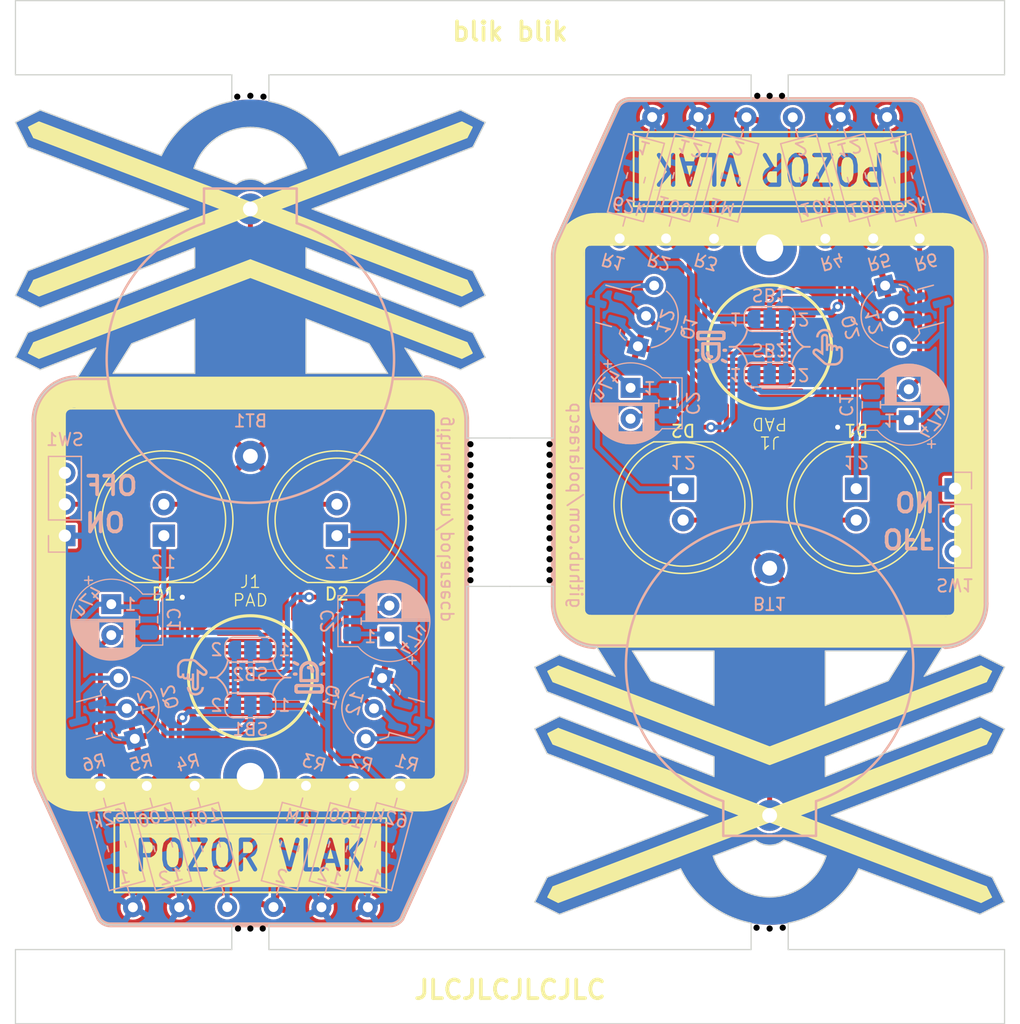
<source format=kicad_pcb>
(kicad_pcb (version 20221018) (generator pcbnew)
  (layers (0 "F.Cu" signal) (31 "B.Cu" signal) (34 "B.Paste" user) (35 "F.Paste" user) (36 "B.SilkS" user "B.Silkscreen") (37 "F.SilkS" user "F.Silkscreen") (38 "B.Mask" user) (39 "F.Mask" user) (44 "Edge.Cuts" user))
  (net 0 "")
  (net 1 "Board_0-+3.3V")
  (net 2 "Board_0-/TOUCH")
  (net 3 "Board_0-GND")
  (net 4 "Board_0-Net-(BT1-+)")
  (net 5 "Board_0-Net-(D1-A)")
  (net 6 "Board_0-Net-(D1-K)")
  (net 7 "Board_0-Net-(D2-A)")
  (net 8 "Board_0-Net-(D2-K)")
  (net 9 "Board_0-Net-(J1-Pin_2)")
  (net 10 "Board_0-Net-(Q1-B)")
  (net 11 "Board_0-Net-(Q2-B)")
  (net 12 "Board_0-Net-(SB1-A)")
  (net 13 "Board_0-Net-(SB2-A)")
  (net 14 "Board_0-unconnected-(SW1-C-Pad3)")
  (net 15 "Board_1-+3.3V")
  (net 16 "Board_1-/TOUCH")
  (net 17 "Board_1-GND")
  (net 18 "Board_1-Net-(BT1-+)")
  (net 19 "Board_1-Net-(D1-A)")
  (net 20 "Board_1-Net-(D1-K)")
  (net 21 "Board_1-Net-(D2-A)")
  (net 22 "Board_1-Net-(D2-K)")
  (net 23 "Board_1-Net-(J1-Pin_2)")
  (net 24 "Board_1-Net-(Q1-B)")
  (net 25 "Board_1-Net-(Q2-B)")
  (net 26 "Board_1-Net-(SB1-A)")
  (net 27 "Board_1-Net-(SB2-A)")
  (net 28 "Board_1-unconnected-(SW1-C-Pad3)")
  (footprint "NPTH" (layer "F.Cu") (at 151.700003 58.414392)
    (fp_text reference "REF**" hide)
    (fp_text value "NPTH" hide)
  )
  (footprint "NPTH" (layer "F.Cu") (at 151.700003 55.87593)
    (fp_text reference "REF**" hide)
    (fp_text value "NPTH" hide)
  )
  (footprint "LED_THT:LED_D10.0mm" (layer "F.Cu") (at 176.500003 59.47686 -90)
    (fp_text reference "D1")
    (fp_text value "RED")
  )
  (footprint "NPTH" (layer "F.Cu") (at 145.299997 65.183622)
    (fp_text reference "REF**" hide)
    (fp_text value "NPTH" hide)
  )
  (footprint "NPTH" (layer "F.Cu") (at 145.299997 66.029776)
    (fp_text reference "REF**" hide)
    (fp_text value "NPTH" hide)
  )
  (footprint "NPTH" (layer "F.Cu") (at 151.700003 61.799006)
    (fp_text reference "REF**" hide)
    (fp_text value "NPTH" hide)
  )
  (footprint "NPTH" (layer "F.Cu") (at 151.700003 60.952854)
    (fp_text reference "REF**" hide)
    (fp_text value "NPTH" hide)
  )
  (footprint "NPTH" (layer "F.Cu") (at 168.500001 27.701861)
    (fp_text reference "REF**" hide)
    (fp_text value "NPTH" hide)
  )
  (footprint "LED_THT:LED_D10.0mm" (layer "F.Cu") (at 120.499997 63.275 90)
    (fp_text reference "D1")
    (fp_text value "RED")
  )
  (footprint "NPTH" (layer "F.Cu") (at 128.559478 27.77069)
    (fp_text reference "REF**" hide)
    (fp_text value "NPTH" hide)
  )
  (footprint "NPTH" (layer "F.Cu") (at 145.299997 61.799006)
    (fp_text reference "REF**" hide)
    (fp_text value "NPTH" hide)
  )
  (footprint "NPTH" (layer "F.Cu") (at 145.299997 58.414392)
    (fp_text reference "REF**" hide)
    (fp_text value "NPTH" hide)
  )
  (footprint "NPTH" (layer "F.Cu") (at 151.700003 63.491314)
    (fp_text reference "REF**" hide)
    (fp_text value "NPTH" hide)
  )
  (footprint "NPTH" (layer "F.Cu") (at 145.299997 55.87593)
    (fp_text reference "REF**" hide)
    (fp_text value "NPTH" hide)
  )
  (footprint "NPTH" (layer "F.Cu") (at 151.700003 66.029776)
    (fp_text reference "REF**" hide)
    (fp_text value "NPTH" hide)
  )
  (footprint "NPTH" (layer "F.Cu") (at 151.700003 66.87593)
    (fp_text reference "REF**" hide)
    (fp_text value "NPTH" hide)
  )
  (footprint "kit-fp:Touchpad_resistive" (layer "F.Cu") (at 127.499997 74.75)
    (fp_text reference "J1")
    (fp_text value "PAD")
  )
  (footprint "NPTH" (layer "F.Cu") (at 170.500001 27.701861)
    (fp_text reference "REF**" hide)
    (fp_text value "NPTH" hide)
  )
  (footprint "NPTH" (layer "F.Cu") (at 145.299997 66.87593)
    (fp_text reference "REF**" hide)
    (fp_text value "NPTH" hide)
  )
  (footprint "NPTH" (layer "F.Cu") (at 145.299997 59.260546)
    (fp_text reference "REF**" hide)
    (fp_text value "NPTH" hide)
  )
  (footprint "NPTH" (layer "F.Cu") (at 151.700003 57.568238)
    (fp_text reference "REF**" hide)
    (fp_text value "NPTH" hide)
  )
  (footprint "NPTH" (layer "F.Cu") (at 151.700003 59.260546)
    (fp_text reference "REF**" hide)
    (fp_text value "NPTH" hide)
  )
  (footprint "LED_THT:LED_D10.0mm" (layer "F.Cu") (at 162.500003 59.47686 -90)
    (fp_text reference "D2")
    (fp_text value "RED")
  )
  (footprint "NPTH" (layer "F.Cu") (at 170.559482 94.98117)
    (fp_text reference "REF**" hide)
    (fp_text value "NPTH" hide)
  )
  (footprint "LED_THT:LED_D10.0mm" (layer "F.Cu") (at 134.499997 63.275 90)
    (fp_text reference "D2")
    (fp_text value "RED")
  )
  (footprint "NPTH" (layer "F.Cu") (at 151.700003 60.1067)
    (fp_text reference "REF**" hide)
    (fp_text value "NPTH" hide)
  )
  (footprint "NPTH" (layer "F.Cu") (at 145.299997 60.952854)
    (fp_text reference "REF**" hide)
    (fp_text value "NPTH" hide)
  )
  (footprint "NPTH" (layer "F.Cu") (at 169.499996 95.051566)
    (fp_text reference "REF**" hide)
    (fp_text value "NPTH" hide)
  )
  (footprint "NPTH" (layer "F.Cu") (at 127.500003 27.700294)
    (fp_text reference "REF**" hide)
    (fp_text value "NPTH" hide)
  )
  (footprint "NPTH" (layer "F.Cu") (at 145.299997 62.64516)
    (fp_text reference "REF**" hide)
    (fp_text value "NPTH" hide)
  )
  (footprint "MountingHole:MountingHole_2.2mm_M2_Pad" (layer "F.Cu") (at 169.500003 40.00186 180)
    (fp_text reference "REF**" hide)
    (fp_text value "MountingHole_2.2mm_M2_Pad")
  )
  (footprint "NPTH" (layer "F.Cu") (at 128.499998 95.049999)
    (fp_text reference "REF**" hide)
    (fp_text value "NPTH" hide)
  )
  (footprint "NPTH" (layer "F.Cu") (at 151.700003 65.183622)
    (fp_text reference "REF**" hide)
    (fp_text value "NPTH" hide)
  )
  (footprint "NPTH" (layer "F.Cu") (at 145.299997 63.491314)
    (fp_text reference "REF**" hide)
    (fp_text value "NPTH" hide)
  )
  (footprint "MountingHole:MountingHole_2.2mm_M2_Pad" (layer "F.Cu") (at 127.499997 82.75)
    (fp_text reference "REF**" hide)
    (fp_text value "MountingHole_2.2mm_M2_Pad")
  )
  (footprint "NPTH" (layer "F.Cu") (at 126.440518 27.77069)
    (fp_text reference "REF**" hide)
    (fp_text value "NPTH" hide)
  )
  (footprint "NPTH" (layer "F.Cu") (at 126.499999 95.049999)
    (fp_text reference "REF**" hide)
    (fp_text value "NPTH" hide)
  )
  (footprint "NPTH" (layer "F.Cu") (at 145.299997 60.1067)
    (fp_text reference "REF**" hide)
    (fp_text value "NPTH" hide)
  )
  (footprint "NPTH" (layer "F.Cu") (at 145.299997 57.568238)
    (fp_text reference "REF**" hide)
    (fp_text value "NPTH" hide)
  )
  (footprint "NPTH" (layer "F.Cu") (at 151.700003 64.337468)
    (fp_text reference "REF**" hide)
    (fp_text value "NPTH" hide)
  )
  (footprint "NPTH" (layer "F.Cu") (at 168.440521 94.98117)
    (fp_text reference "REF**" hide)
    (fp_text value "NPTH" hide)
  )
  (footprint "NPTH" (layer "F.Cu") (at 145.299997 64.337468)
    (fp_text reference "REF**" hide)
    (fp_text value "NPTH" hide)
  )
  (footprint "NPTH" (layer "F.Cu") (at 127.499998 95.049999)
    (fp_text reference "REF**" hide)
    (fp_text value "NPTH" hide)
  )
  (footprint "NPTH" (layer "F.Cu") (at 169.500001 27.701861)
    (fp_text reference "REF**" hide)
    (fp_text value "NPTH" hide)
  )
  (footprint "kit-fp:Touchpad_resistive" (layer "F.Cu") (at 169.500003 48.00186 180)
    (fp_text reference "J1")
    (fp_text value "PAD")
  )
  (footprint "NPTH" (layer "F.Cu") (at 151.700003 62.64516)
    (fp_text reference "REF**" hide)
    (fp_text value "NPTH" hide)
  )
  (footprint "NPTH" (layer "F.Cu") (at 151.700003 56.722084)
    (fp_text reference "REF**" hide)
    (fp_text value "NPTH" hide)
  )
  (footprint "NPTH" (layer "F.Cu") (at 145.299997 56.722084)
    (fp_text reference "REF**" hide)
    (fp_text value "NPTH" hide)
  )
  (footprint "kit-fp:R_Axial_SMD_DIN0207_L6.3mm_D2.5mm_P10.16mm_Horizontal" (layer "B.Cu") (at 179.000003 29.421861 -75)
    (fp_text reference "R6")
    (fp_text value "62k")
  )
  (footprint "kit-fp:R_Axial_SMD_DIN0207_L6.3mm_D2.5mm_P10.16mm_Horizontal" (layer "B.Cu") (at 117.999997 93.329999 105)
    (fp_text reference "R6")
    (fp_text value "62k")
  )
  (footprint "kit-fp:CP_Radial_D6.3mm_P2.50mm+SMD_0805" (layer "B.Cu") (at 116.249997 68.81762 -90)
    (fp_text reference "C1")
    (fp_text value "47u")
  )
  (footprint "kit-fp:CP_Radial_D6.3mm_P2.50mm+SMD_0805" (layer "B.Cu") (at 158.250003 51.319482 -90)
    (fp_text reference "C2")
    (fp_text value "47u")
  )
  (footprint "kit-fp:CONNFLY_DS1092-04" (layer "B.Cu") (at 127.499997 49 90)
    (fp_text reference "BT1")
    (fp_text value "3V")
  )
  (footprint "kit-fp:R_Axial_SMD_DIN0207_L6.3mm_D2.5mm_P10.16mm_Horizontal" (layer "B.Cu") (at 175.250003 29.421861 -75)
    (fp_text reference "R5")
    (fp_text value "100R")
  )
  (footprint "Jumper:SolderJumper-3_P1.3mm_Open_RoundedPad1.0x1.5mm_NumberLabels" (layer "B.Cu") (at 127.499997 77 180)
    (fp_text reference "SB1")
    (fp_text value "~")
  )
  (footprint "Jumper:SolderJumper-3_P1.3mm_Open_RoundedPad1.0x1.5mm_NumberLabels" (layer "B.Cu") (at 169.500003 45.75186)
    (fp_text reference "SB1")
    (fp_text value "~")
  )
  (footprint "kit-fp:R_Axial_SMD_DIN0207_L6.3mm_D2.5mm_P10.16mm_Horizontal" (layer "B.Cu") (at 131.999997 83.5 -105)
    (fp_text reference "R3")
    (fp_text value "1M")
  )
  (footprint "kit-fp:CONNFLY_DS1092-04" (layer "B.Cu") (at 169.500003 73.75186 -90)
    (fp_text reference "BT1")
    (fp_text value "3V")
  )
  (footprint "kit-fp:R_Axial_SMD_DIN0207_L6.3mm_D2.5mm_P10.16mm_Horizontal" (layer "B.Cu") (at 174.000003 39.25186 105)
    (fp_text reference "R4")
    (fp_text value "10k")
  )
  (footprint "Jumper:SolderJumper-3_P1.3mm_Open_RoundedPad1.0x1.5mm_NumberLabels" (layer "B.Cu") (at 169.500003 50.25186)
    (fp_text reference "SB2")
    (fp_text value "~")
  )
  (footprint "kit-fp:R_Axial_SMD_DIN0207_L6.3mm_D2.5mm_P10.16mm_Horizontal" (layer "B.Cu") (at 160.000003 29.421861 -105)
    (fp_text reference "R1")
    (fp_text value "62k")
  )
  (footprint "kit-fp:R_Axial_SMD_DIN0207_L6.3mm_D2.5mm_P10.16mm_Horizontal" (layer "B.Cu") (at 122.999997 83.5 -75)
    (fp_text reference "R4")
    (fp_text value "10k")
  )
  (footprint "kit-fp:TO-92L_Inline_Wide+SMD_SOT-23" (layer "B.Cu") (at 178.842603 43.048408 -75)
    (fp_text reference "Q2")
    (fp_text value "2N3904")
  )
  (footprint "kit-fp:TO-92L_Inline_Wide+SMD_SOT-23" (layer "B.Cu") (at 138.157397 74.796548 -105)
    (fp_text reference "Q1")
    (fp_text value "2N3904")
  )
  (footprint "kit-fp:CP_Radial_D6.3mm_P2.50mm+SMD_0805" (layer "B.Cu") (at 180.750003 53.93424 90)
    (fp_text reference "C1")
    (fp_text value "47u")
  )
  (footprint "kit-fp:R_Axial_SMD_DIN0207_L6.3mm_D2.5mm_P10.16mm_Horizontal" (layer "B.Cu") (at 121.749997 93.329999 105)
    (fp_text reference "R5")
    (fp_text value "100R")
  )
  (footprint "kit-fp:R_Axial_SMD_DIN0207_L6.3mm_D2.5mm_P10.16mm_Horizontal" (layer "B.Cu") (at 136.999997 93.329999 75)
    (fp_text reference "R1")
    (fp_text value "62k")
  )
  (footprint "kit-fp:TO-92L_Inline_Wide+SMD_SOT-23" (layer "B.Cu") (at 158.842603 47.955312 75)
    (fp_text reference "Q1")
    (fp_text value "2N3904")
  )
  (footprint "kit-fp:TO-92L_Inline_Wide+SMD_SOT-23" (layer "B.Cu") (at 118.157397 79.703452 105)
    (fp_text reference "Q2")
    (fp_text value "2N3904")
  )
  (footprint "kit-fp:CP_Radial_D6.3mm_P2.50mm+SMD_0805" (layer "B.Cu") (at 138.749997 71.432378 90)
    (fp_text reference "C2")
    (fp_text value "47u")
  )
  (footprint "Connector_PinHeader_2.54mm:PinHeader_1x03_P2.54mm_Vertical" (layer "B.Cu") (at 184.500003 59.47686 180)
    (fp_text reference "SW1")
    (fp_text value "SW_SPDT")
  )
  (footprint "kit-fp:R_Axial_SMD_DIN0207_L6.3mm_D2.5mm_P10.16mm_Horizontal" (layer "B.Cu") (at 165.000003 39.25186 75)
    (fp_text reference "R3")
    (fp_text value "1M")
  )
  (footprint "Jumper:SolderJumper-3_P1.3mm_Open_RoundedPad1.0x1.5mm_NumberLabels" (layer "B.Cu") (at 127.499997 72.5 180)
    (fp_text reference "SB2")
    (fp_text value "~")
  )
  (footprint "Connector_PinHeader_2.54mm:PinHeader_1x03_P2.54mm_Vertical" (layer "B.Cu") (at 112.499997 63.275)
    (fp_text reference "SW1")
    (fp_text value "SW_SPDT")
  )
  (footprint "kit-fp:R_Axial_SMD_DIN0207_L6.3mm_D2.5mm_P10.16mm_Horizontal" (layer "B.Cu") (at 133.249997 93.33 75)
    (fp_text reference "R2")
    (fp_text value "100R")
  )
  (footprint "kit-fp:R_Axial_SMD_DIN0207_L6.3mm_D2.5mm_P10.16mm_Horizontal" (layer "B.Cu") (at 163.750003 29.42186 -105)
    (fp_text reference "R2")
    (fp_text value "100R")
  )
  (gr_line (start 131.588539 74.20625) (end 131.588539 75) (stroke (width 0.264583)) (layer "B.SilkS"))
  (gr_line (start 133.303645 75.823856) (end 133.30481 75.816794) (stroke (width 0.264583)) (layer "B.SilkS"))
  (gr_line (start 165.73069 46.8377) (end 165.725028 46.835478) (stroke (width 0.264583)) (layer "B.SilkS"))
  (gr_line (start 164.584694 49.186244) (end 164.616696 49.19363) (stroke (width 0.264583)) (layer "B.SilkS"))
  (gr_line (start 164.763935 48.809832) (end 164.756991 48.810103) (stroke (width 0.264583)) (layer "B.SilkS"))
  (gr_line (start 132.73962 73.761501) (end 132.717719 73.738529) (stroke (width 0.264583)) (layer "B.SilkS"))
  (gr_arc (start 166.750003 48.001861) (mid 167.367548 48.601844) (end 167.687074 49.401371) (stroke (width 0.15)) (layer "B.SilkS"))
  (gr_line (start 172.750003 48.00186) (end 172.250003 48.00186) (stroke (width 0.15)) (layer "B.SilkS"))
  (gr_line (start 164.201511 48.915437) (end 164.219953 48.941371) (stroke (width 0.264583)) (layer "B.SilkS"))
  (gr_line (start 133.279896 75.447221) (end 133.276608 75.443218) (stroke (width 0.264583)) (layer "B.SilkS"))
  (gr_line (start 165.740718 47.338099) (end 165.745217 47.33546) (stroke (width 0.264583)) (layer "B.SilkS"))
  (gr_line (start 133.283028 75.871563) (end 133.285999 75.867304) (stroke (width 0.264583)) (layer "B.SilkS"))
  (gr_line (start 165.779901 46.876164) (end 165.776614 46.872162) (stroke (width 0.264583)) (layer "B.SilkS"))
  (gr_line (start 164.915311 49.186244) (end 164.946699 49.17733) (stroke (width 0.264583)) (layer "B.SilkS"))
  (gr_line (start 133.30833 75.714375) (end 133.30833 75.608542) (stroke (width 0.264583)) (layer "B.SilkS"))
  (gr_line (start 165.786004 47.296247) (end 165.788811 47.291866) (stroke (width 0.264583)) (layer "B.SilkS"))
  (gr_line (start 133.306528 75.521649) (end 133.305764 75.513638) (stroke (width 0.264583)) (layer "B.SilkS"))
  (gr_line (start 165.80365 46.928004) (end 165.802253 46.921354) (stroke (width 0.264583)) (layer "B.SilkS"))
  (gr_line (start 165.390636 48.710918) (end 165.398023 48.678917) (stroke (width 0.264583)) (layer "B.SilkS"))
  (gr_line (start 165.346234 48.832379) (end 165.35948 48.803079) (stroke (width 0.264583)) (layer "B.SilkS"))
  (gr_line (start 131.5894 74.172212) (end 131.588539 74.20625) (stroke (width 0.264583)) (layer "B.SilkS"))
  (gr_line (start 164.682373 49.203653) (end 164.715964 49.206207) (stroke (width 0.264583)) (layer "B.SilkS"))
  (gr_line (start 131.191889 75.559475) (end 131.191664 75.608542) (stroke (width 0.264583)) (layer "B.SilkS"))
  (gr_line (start 163.693472 47.230211) (end 163.694236 47.238222) (stroke (width 0.264583)) (layer "B.SilkS"))
  (gr_line (start 165.092992 49.111306) (end 165.119829 49.094101) (stroke (width 0.264583)) (layer "B.SilkS"))
  (gr_line (start 164.635293 48.784102) (end 164.623885 48.778259) (stroke (width 0.264583)) (layer "B.SilkS"))
  (gr_line (start 132.506251 74.140127) (end 132.509205 74.152927) (stroke (width 0.264583)) (layer "B.SilkS"))
  (gr_line (start 131.300911 75.400396) (end 131.29385 75.401561) (stroke (width 0.264583)) (layer "B.SilkS"))
  (gr_line (start 131.854237 73.6762) (end 131.82925 73.695837) (stroke (width 0.264583)) (layer "B.SilkS"))
  (gr_line (start 164.380175 49.094101) (end 164.407013 49.111306) (stroke (width 0.264583)) (layer "B.SilkS"))
  (gr_line (start 164.128682 48.773041) (end 164.140525 48.803079) (stroke (width 0.264583)) (layer "B.SilkS"))
  (gr_line (start 131.250402 75.419208) (end 131.246143 75.422179) (stroke (width 0.264583)) (layer "B.SilkS"))
  (gr_line (start 133.245208 75.4164) (end 133.24071 75.413761) (stroke (width 0.264583)) (layer "B.SilkS"))
  (gr_line (start 131.64052 73.948781) (end 131.628676 73.978819) (stroke (width 0.264583)) (layer "B.SilkS"))
  (gr_line (start 133.19908 75.922521) (end 133.206142 75.921356) (stroke (width 0.264583)) (layer "B.SilkS"))
  (gr_line (start 131.609364 74.040942) (end 131.601977 74.072943) (stroke (width 0.264583)) (layer "B.SilkS"))
  (gr_line (start 164.804533 48.804567) (end 164.797905 48.805867) (stroke (width 0.264583)) (layer "B.SilkS"))
  (gr_line (start 133.183553 75.398678) (end 133.165879 75.397636) (stroke (width 0.264583)) (layer "B.SilkS"))
  (gr_line (start 131.192424 75.783594) (end 131.192871 75.79272) (stroke (width 0.264583)) (layer "B.SilkS"))
  (gr_line (start 163.696355 47.252799) (end 163.697752 47.259449) (stroke (width 0.264583)) (layer "B.SilkS"))
  (gr_line (start 163.75929 47.338099) (end 163.763902 47.340565) (stroke (width 0.264583)) (layer "B.SilkS"))
  (gr_line (start 113.249997 50.6) (end 115.949997 50.6) (stroke (width 0.2)) (layer "B.SilkS"))
  (gr_line (start 163.808436 47.352418) (end 163.816447 47.353182) (stroke (width 0.264583)) (layer "B.SilkS"))
  (gr_line (start 133.145728 75.3971) (end 133.096664 75.396875) (stroke (width 0.264583)) (layer "B.SilkS"))
  (gr_line (start 165.119829 49.094101) (end 165.145763 49.07566) (stroke (width 0.264583)) (layer "B.SilkS"))
  (gr_line (start 165.70615 47.350299) (end 165.7128 47.348902) (stroke (width 0.264583)) (layer "B.SilkS"))
  (gr_line (start 132.51458 74.20625) (end 132.514445 74.214783) (stroke (width 0.264583)) (layer "B.SilkS"))
  (gr_line (start 163.726831 47.312509) (end 163.730417 47.316238) (stroke (width 0.264583)) (layer "B.SilkS"))
  (gr_line (start 133.276608 75.879698) (end 133.279896 75.875696) (stroke (width 0.264583)) (layer "B.SilkS"))
  (gr_line (start 164.486623 48.520218) (end 164.487548 48.5119) (stroke (width 0.264583)) (layer "B.SilkS"))
  (gr_line (start 132.871318 73.978819) (end 132.859475 73.948781) (stroke (width 0.264583)) (layer "B.SilkS"))
  (gr_line (start 132.477428 73.584929) (end 132.446694 73.57453) (stroke (width 0.264583)) (layer "B.SilkS"))
  (gr_line (start 165.699089 46.829339) (end 165.691573 46.828385) (stroke (width 0.264583)) (layer "B.SilkS"))
  (gr_line (start 187.000817 68.75186) (end 187.000817 40.75186) (stroke (width 0.4)) (layer "B.SilkS"))
  (gr_line (start 131.324986 75.398083) (end 131.316438 75.398678) (stroke (width 0.264583)) (layer "B.SilkS"))
  (gr_line (start 133.30757 75.539323) (end 133.307123 75.530197) (stroke (width 0.264583)) (layer "B.SilkS"))
  (gr_line (start 165.808308 47.01138) (end 165.808111 46.988418) (stroke (width 0.264583)) (layer "B.SilkS"))
  (gr_line (start 132.670746 73.695837) (end 132.645758 73.6762) (stroke (width 0.264583)) (layer "B.SilkS"))
  (gr_line (start 163.738015 47.323263) (end 163.742018 47.32655) (stroke (width 0.264583)) (layer "B.SilkS"))
  (gr_line (start 165.773175 47.312509) (end 165.776614 47.308642) (stroke (width 0.264583)) (layer "B.SilkS"))
  (gr_line (start 131.191692 75.74048) (end 131.191889 75.763442) (stroke (width 0.264583)) (layer "B.SilkS"))
  (gr_line (start 133.298671 75.842734) (end 133.300597 75.836784) (stroke (width 0.264583)) (layer "B.SilkS"))
  (gr_line (start 133.293912 75.85381) (end 133.29645 75.848395) (stroke (width 0.264583)) (layer "B.SilkS"))
  (gr_line (start 165.804816 47.245737) (end 165.80577 47.238222) (stroke (width 0.264583)) (layer "B.SilkS"))
  (gr_line (start 132.536766 73.610019) (end 132.507466 73.596773) (stroke (width 0.264583)) (layer "B.SilkS"))
  (gr_line (start 165.35948 48.803079) (end 165.371324 48.773041) (stroke (width 0.264583)) (layer "B.SilkS"))
  (gr_line (start 131.24201 75.897607) (end 131.246143 75.900738) (stroke (width 0.264583)) (layer "B.SilkS"))
  (gr_line (start 164.72295 48.808827) (end 164.709709 48.807144) (stroke (width 0.264583)) (layer "B.SilkS"))
  (gr_line (start 163.559378 48.281026) (end 163.69167 48.281026) (stroke (width 0.264583)) (layer "B.SilkS"))
  (gr_line (start 132.383304 73.55823) (end 132.350731 73.552413) (stroke (width 0.264583)) (layer "B.SilkS"))
  (gr_line (start 164.883309 49.19363) (end 164.915311 49.186244) (stroke (width 0.264583)) (layer "B.SilkS"))
  (gr_line (start 163.816447 47.353182) (end 163.834121 47.354224) (stroke (width 0.264583)) (layer "B.SilkS"))
  (gr_arc (start 187.006482 68.75186) (mid 186.049148 71.159291) (end 183.700003 72.25186) (stroke (width 0.4)) (layer "B.SilkS"))
  (gr_line (start 165.749598 46.848151) (end 165.745217 46.845343) (stroke (width 0.264583)) (layer "B.SilkS"))
  (gr_line (start 165.761993 47.323263) (end 165.765861 47.319824) (stroke (width 0.264583)) (layer "B.SilkS"))
  (gr_line (start 165.331626 48.8609) (end 165.346234 48.832379) (stroke (width 0.264583)) (layer "B.SilkS"))
  (gr_poly (pts (xy 123.5478 75.53133) (xy 123.546977 75.547814) (xy 123.545612 75.564197) (xy 123.543713 75.580467) (xy 123.541287 75.596613) (xy 123.538338 75.612624) (xy 123.534875 75.628488) (xy 123.530904 75.644194) (xy 123.52643 75.659731) (xy 123.521461 75.675088) (xy 123.516004 75.690252) (xy 123.510064 75.705214) (xy 123.503648 75.719961) (xy 123.496763 75.734482) (xy 123.489416 75.748766) (xy 123.481612 75.762802) (xy 123.473359 75.776578) (xy 123.464662 75.790083) (xy 123.455529 75.803306) (xy 123.445965 75.816236) (xy 123.435978 75.828861) (xy 123.425574 75.841169) (xy 123.41476 75.85315) (xy 123.403541 75.864793) (xy 123.391925 75.876086) (xy 123.379918 75.887017) (xy 123.367526 75.897576) (xy 123.354756 75.90775) (xy 123.341615 75.91753) (xy 123.32811 75.926903) (xy 123.314245 75.935858) (xy 123.300029 75.944385) (xy 123.270849 75.959962) (xy 123.240939 75.973463) (xy 123.210403 75.984886) (xy 123.179345 75.994233) (xy 123.147869 76.001502) (xy 123.116081 76.006695) (xy 123.084084 76.00981) (xy 123.051982 76.010849) (xy 123.019881 76.00981) (xy 122.987884 76.006695) (xy 122.956095 76.001502) (xy 122.92462 75.994233) (xy 122.893562 75.984886) (xy 122.863025 75.973463) (xy 122.833115 75.959962) (xy 122.803935 75.944385) (xy 122.775855 75.926903) (xy 122.749208 75.90775) (xy 122.724047 75.887017) (xy 122.700424 75.864793) (xy 122.67839 75.841169) (xy 122.657999 75.816236) (xy 122.639303 75.790083) (xy 122.622352 75.762802) (xy 122.607201 75.734482) (xy 122.593901 75.705214) (xy 122.582503 75.675088) (xy 122.573061 75.644194) (xy 122.565626 75.612624) (xy 122.560251 75.580467) (xy 122.556988 75.547814) (xy 122.555889 75.514755) (xy 122.357451 75.514755) (xy 122.357837 75.53796) (xy 122.35899 75.561038) (xy 122.3609 75.583974) (xy 122.363559 75.606752) (xy 122.366956 75.629357) (xy 122.371084 75.651772) (xy 122.375932 75.673982) (xy 122.381493 75.69597) (xy 122.387755 75.717722) (xy 122.394712 75.739221) (xy 122.402352 75.760451) (xy 122.410668 75.781397) (xy 122.41965 75.802043) (xy 122.429289 75.822373) (xy 122.439575 75.84237) (xy 122.450501 75.862021) (xy 122.462056 75.881307) (xy 122.474231 75.900215) (xy 122.487017 75.918727) (xy 122.500406 75.936828) (xy 122.514388 75.954503) (xy 122.528954 75.971735) (xy 122.544094 75.988509) (xy 122.5598 76.004808) (xy 122.576063 76.020618) (xy 122.592873 76.035922) (xy 122.610221 76.050704) (xy 122.628099 76.064948) (xy 122.646496 76.07864) (xy 122.665404 76.091762) (xy 122.684814 76.1043) (xy 122.704717 76.116237) (xy 122.745568 76.138045) (xy 122.787443 76.156946) (xy 122.830193 76.172939) (xy 122.873675 76.186024) (xy 122.91774 76.196201) (xy 122.962244 76.203471) (xy 123.00704 76.207832) (xy 123.051982 76.209286) (xy 123.096924 76.207832) (xy 123.141721 76.203471) (xy 123.186224 76.196201) (xy 123.23029 76.186024) (xy 123.273771 76.172939) (xy 123.316522 76.156946) (xy 123.358396 76.138045) (xy 123.399248 76.116237) (xy 123.43856 76.091762) (xy 123.475866 76.064948) (xy 123.511092 76.035922) (xy 123.544164 76.004808) (xy 123.575011 75.971735) (xy 123.603558 75.936828) (xy 123.629734 75.900215) (xy 123.653464 75.862021) (xy 123.674676 75.822373) (xy 123.693297 75.781397) (xy 123.709253 75.739221) (xy 123.722472 75.69597) (xy 123.732881 75.651772) (xy 123.740406 75.606752) (xy 123.744974 75.561038) (xy 123.746513 75.514755) (xy 123.548076 75.514755)) (fill solid) (layer "B.SilkS"))
  (gr_line (start 163.697752 46.921354) (end 163.696355 46.928004) (stroke (width 0.264583)) (layer "B.SilkS"))
  (gr_line (start 164.329254 49.056023) (end 164.354242 49.07566) (stroke (width 0.264583)) (layer "B.SilkS"))
  (gr_line (start 131.201324 75.842734) (end 131.203545 75.848395) (stroke (width 0.264583)) (layer "B.SilkS"))
  (gr_line (start 165.749598 47.332652) (end 165.753857 47.329681) (stroke (width 0.264583)) (layer "B.SilkS"))
  (gr_line (start 131.213996 75.867304) (end 131.216968 75.871563) (stroke (width 0.264583)) (layer "B.SilkS"))
  (gr_line (start 131.195184 75.816794) (end 131.19635 75.823856) (stroke (width 0.264583)) (layer "B.SilkS"))
  (gr_line (start 131.668374 73.89096) (end 131.653766 73.919481) (stroke (width 0.264583)) (layer "B.SilkS"))
  (gr_line (start 163.69167 47.037485) (end 163.69167 47.143318) (stroke (width 0.264583)) (layer "B.SilkS"))
  (gr_line (start 165.753857 46.851122) (end 165.749598 46.848151) (stroke (width 0.264583)) (layer "B.SilkS"))
  (gr_line (start 165.315699 48.8886) (end 165.331626 48.8609) (stroke (width 0.264583)) (layer "B.SilkS"))
  (gr_line (start 132.418298 74.002085) (end 132.427899 74.010401) (stroke (width 0.264583)) (layer "B.SilkS"))
  (gr_line (start 133.293912 75.469106) (end 133.291446 75.464494) (stroke (width 0.264583)) (layer "B.SilkS"))
  (gr_line (start 132.352987 73.962459) (end 132.364707 73.967758) (stroke (width 0.264583)) (layer "B.SilkS"))
  (gr_line (start 133.306528 75.801268) (end 133.30757 75.783594) (stroke (width 0.264583)) (layer "B.SilkS"))
  (gr_line (start 132.249997 73.544792) (end 132.215959 73.545653) (stroke (width 0.264583)) (layer "B.SilkS"))
  (gr_line (start 132.498526 74.115278) (end 132.502686 74.127571) (stroke (width 0.264583)) (layer "B.SilkS"))
  (gr_line (start 164.616696 49.19363) (end 164.649269 49.199447) (stroke (width 0.264583)) (layer "B.SilkS"))
  (gr_line (start 131.29385 75.401561) (end 131.2872 75.402958) (stroke (width 0.264583)) (layer "B.SilkS"))
  (gr_line (start 165.808336 47.037485) (end 165.808308 47.01138) (stroke (width 0.264583)) (layer "B.SilkS"))
  (gr_line (start 133.273169 75.883566) (end 133.276608 75.879698) (stroke (width 0.264583)) (layer "B.SilkS"))
  (gr_arc (start 144.999997 82) (mid 144.951949 82.577952) (end 144.809123 83.140036) (stroke (width 0.4)) (layer "B.SilkS"))
  (gr_line (start 133.212792 75.402958) (end 133.206142 75.401561) (stroke (width 0.264583)) (layer "B.SilkS"))
  (gr_arc (start 152.000003 40.75186) (mid 152.048051 40.173908) (end 152.190877 39.611824) (stroke (width 0.4)) (layer "B.SilkS"))
  (gr_line (start 131.191664 74.470834) (end 131.059372 74.470834) (stroke (width 0.264583)) (layer "B.SilkS"))
  (gr_line (start 164.491835 48.487439) (end 164.493754 48.479464) (stroke (width 0.264583)) (layer "B.SilkS"))
  (gr_line (start 164.623885 48.778259) (end 164.612805 48.771888) (stroke (width 0.264583)) (layer "B.SilkS"))
  (gr_line (start 165.793916 47.282754) (end 165.796455 47.277339) (stroke (width 0.264583)) (layer "B.SilkS"))
  (gr_line (start 164.850736 49.199447) (end 164.883309 49.19363) (stroke (width 0.264583)) (layer "B.SilkS"))
  (gr_line (start 131.195184 75.506123) (end 131.19423 75.513638) (stroke (width 0.264583)) (layer "B.SilkS"))
  (gr_line (start 163.787208 47.348902) (end 163.793858 47.350299) (stroke (width 0.264583)) (layer "B.SilkS"))
  (gr_line (start 165.7128 47.348902) (end 165.719079 47.34725) (stroke (width 0.264583)) (layer "B.SilkS"))
  (gr_line (start 131.403331 75.396875) (end 131.377226 75.396903) (stroke (width 0.264583)) (layer "B.SilkS"))
  (gr_line (start 133.303645 75.499061) (end 133.302248 75.492411) (stroke (width 0.264583)) (layer "B.SilkS"))
  (gr_line (start 163.69167 47.143318) (end 163.691698 47.169423) (stroke (width 0.264583)) (layer "B.SilkS"))
  (gr_line (start 165.596669 47.354985) (end 165.622774 47.354957) (stroke (width 0.264583)) (layer "B.SilkS"))
  (gr_line (start 165.761993 46.85754) (end 165.75799 46.854253) (stroke (width 0.264583)) (layer "B.SilkS"))
  (gr_line (start 132.694747 73.716627) (end 132.670746 73.695837) (stroke (width 0.264583)) (layer "B.SilkS"))
  (gr_line (start 163.903336 47.354985) (end 165.596669 47.354985) (stroke (width 0.264583)) (layer "B.SilkS"))
  (gr_line (start 131.280921 75.918307) (end 131.2872 75.919958) (stroke (width 0.264583)) (layer "B.SilkS"))
  (gr_line (start 164.407013 49.111306) (end 164.434713 49.127233) (stroke (width 0.264583)) (layer "B.SilkS"))
  (gr_line (start 131.760375 73.761501) (end 131.739585 73.785502) (stroke (width 0.264583)) (layer "B.SilkS"))
  (gr_line (start 133.308302 75.582437) (end 133.308105 75.559475) (stroke (width 0.264583)) (layer "B.SilkS"))
  (gr_line (start 165.411461 48.54561) (end 165.411461 47.75186) (stroke (width 0.264583)) (layer "B.SilkS"))
  (gr_line (start 164.715964 49.206207) (end 164.750003 49.207068) (stroke (width 0.264583)) (layer "B.SilkS"))
  (gr_line (start 132.502686 74.127571) (end 132.506251 74.140127) (stroke (width 0.264583)) (layer "B.SilkS"))
  (gr_line (start 132.48849 74.091542) (end 132.493789 74.103262) (stroke (width 0.264583)) (layer "B.SilkS"))
  (gr_line (start 165.800602 46.915076) (end 165.798676 46.909126) (stroke (width 0.264583)) (layer "B.SilkS"))
  (gr_line (start 163.711193 47.291866) (end 163.714001 47.296247) (stroke (width 0.264583)) (layer "B.SilkS"))
  (gr_line (start 131.259282 75.909156) (end 131.263895 75.911622) (stroke (width 0.264583)) (layer "B.SilkS"))
  (gr_line (start 132.482647 74.080134) (end 132.48849 74.091542) (stroke (width 0.264583)) (layer "B.SilkS"))
  (gr_line (start 131.059372 73.544792) (end 131.323956 73.677084) (stroke (width 0.264583)) (layer "B.SilkS"))
  (gr_poly (pts (xy 122.258186 73.232724) (xy 122.222464 73.233671) (xy 122.187211 73.236393) (xy 122.152472 73.240845) (xy 122.118289 73.246985) (xy 122.084706 73.254768) (xy 122.051767 73.264151) (xy 122.019515 73.275091) (xy 121.987993 73.287544) (xy 121.957246 73.301467) (xy 121.927315 73.316815) (xy 121.898246 73.333547) (xy 121.870082 73.351617) (xy 121.842865 73.370984) (xy 121.81664 73.391602) (xy 121.79145 73.413429) (xy 121.767338 73.436421) (xy 121.744348 73.460535) (xy 121.722524 73.485726) (xy 121.701908 73.511953) (xy 121.682545 73.53917) (xy 121.664478 73.567336) (xy 121.64775 73.596405) (xy 121.632405 73.626335) (xy 121.618486 73.657082) (xy 121.606037 73.688603) (xy 121.595101 73.720854) (xy 121.585722 73.753791) (xy 121.577943 73.787372) (xy 121.571808 73.821552) (xy 121.567361 73.856288) (xy 121.564644 73.891537) (xy 121.563701 73.927255) (xy 121.563701 74.522567) (xy 121.564104 74.537878) (xy 121.565268 74.552987) (xy 121.567174 74.567876) (xy 121.569803 74.582527) (xy 121.573137 74.59692) (xy 121.577157 74.611038) (xy 121.581843 74.624861) (xy 121.587179 74.638372) (xy 121.593145 74.65155) (xy 121.599722 74.664379) (xy 121.606891 74.676838) (xy 121.614635 74.688909) (xy 121.622934 74.700575) (xy 121.63177 74.711815) (xy 121.641125 74.722612) (xy 121.650978 74.732946) (xy 121.661313 74.7428) (xy 121.67211 74.752154) (xy 121.68335 74.76099) (xy 121.695015 74.76929) (xy 121.707087 74.777033) (xy 121.719546 74.784203) (xy 121.732374 74.79078) (xy 121.745553 74.796746) (xy 121.759063 74.802081) (xy 121.772887 74.806768) (xy 121.787004 74.810788) (xy 121.801398 74.814121) (xy 121.816049 74.816751) (xy 121.830938 74.818656) (xy 121.846047 74.81982) (xy 121.861357 74.820224) (xy 121.870961 74.820007) (xy 121.880534 74.819478) (xy 121.890069 74.818639) (xy 121.89956 74.817491) (xy 121.908999 74.816037) (xy 121.918378 74.814279) (xy 121.92769 74.812218) (xy 121.936928 74.809857) (xy 121.946085 74.807198) (xy 121.955153 74.804242) (xy 121.964125 74.800992) (xy 121.972994 74.79745) (xy 121.981752 74.793617) (xy 121.990392 74.789496) (xy 121.998906 74.785089) (xy 122.007288 74.780397) (xy 122.017924 74.796187) (xy 122.02946 74.811156) (xy 122.041848 74.825278) (xy 122.055039 74.838525) (xy 122.068985 74.85087) (xy 122.083636 74.862287) (xy 122.098944 74.872748) (xy 122.11486 74.882227) (xy 122.131335 74.890696) (xy 122.148321 74.898128) (xy 122.165769 74.904497) (xy 122.183631 74.909776) (xy 122.201856 74.913936) (xy 122.220398 74.916952) (xy 122.239206 74.918797) (xy 122.258232 74.919443) (xy 122.267834 74.919225) (xy 122.277406 74.918696) (xy 122.286941 74.917856) (xy 122.29643 74.916708) (xy 122.305867 74.915254) (xy 122.315245 74.913495) (xy 122.324556 74.911435) (xy 122.333793 74.909074) (xy 122.342949 74.906414) (xy 122.352015 74.903459) (xy 122.360986 74.900209) (xy 122.369854 74.896667) (xy 122.37861 74.892835) (xy 122.387249 74.888714) (xy 122.395763 74.884307) (xy 122.404144 74.879616) (xy 122.41119 74.890548) (xy 122.418653 74.901074) (xy 122.426516 74.91119) (xy 122.434761 74.920889) (xy 122.452336 74.939017) (xy 122.471245 74.95541) (xy 122.491358 74.970025) (xy 122.512542 74.982815) (xy 122.534666 74.993735) (xy 122.557598 75.00274) (xy 122.581205 75.009784) (xy 122.605358 75.014822) (xy 122.629923 75.017808) (xy 122.654768 75.018697) (xy 122.679763 75.017444) (xy 122.704776 75.014003) (xy 122.717247 75.011448) (xy 122.729674 75.008328) (xy 122.742039 75.00464) (xy 122.754326 75.000375) (xy 122.754326 75.514755) (xy 122.754492 75.5247) (xy 122.754986 75.53459) (xy 122.755804 75.54442) (xy 122.756944 75.554182) (xy 122.7584 75.56387) (xy 122.760169 75.573477) (xy 122.762247 75.582995) (xy 122.76463 75.592419) (xy 122.767314 75.601741) (xy 122.770295 75.610955) (xy 122.773569 75.620053) (xy 122.777133 75.62903) (xy 122.780983 75.637878) (xy 122.785114 75.646591) (xy 122.789522 75.655162) (xy 122.794204 75.663583) (xy 122.799157 75.671849) (xy 122.804375 75.679952) (xy 122.809854 75.687886) (xy 122.815593 75.695643) (xy 122.821585 75.703218) (xy 122.827827 75.710603) (xy 122.834316 75.717792) (xy 122.841047 75.724778) (xy 122.848017 75.731553) (xy 122.855221 75.738112) (xy 122.862656 75.744447) (xy 122.870318 75.750552) (xy 122.878202 75.75642) (xy 122.886306 75.762044) (xy 122.894625 75.767417) (xy 122.903154 75.772533) (xy 122.920662 75.781879) (xy 122.938608 75.789979) (xy 122.95693 75.796834) (xy 122.975565 75.802441) (xy 122.99445 75.806803) (xy 123.013523 75.809919) (xy 123.032721 75.811788) (xy 123.051982 75.812411) (xy 123.071243 75.811788) (xy 123.090442 75.809919) (xy 123.109515 75.806803) (xy 123.1284 75.802441) (xy 123.147035 75.796834) (xy 123.165356 75.789979) (xy 123.183303 75.781879) (xy 123.20081 75.772533) (xy 123.217659 75.762044) (xy 123.233647 75.750552) (xy 123.248744 75.738112) (xy 123.262918 75.724778) (xy 123.276137 75.710603) (xy 123.288372 75.695643) (xy 123.29959 75.679952) (xy 123.30976 75.663583) (xy 123.318851 75.646591) (xy 123.326831 75.62903) (xy 123.33367 75.610955) (xy 123.339335 75.592419) (xy 123.343796 75.573477) (xy 123.347021 75.554182) (xy 123.348979 75.53459) (xy 123.349639 75.514755) (xy 123.349639 74.41298) (xy 123.571382 74.564755) (xy 123.571462 74.564636) (xy 123.583385 74.57292) (xy 123.595576 74.580548) (xy 123.608012 74.587523) (xy 123.620671 74.593846) (xy 123.633529 74.599522) (xy 123.646564 74.604553) (xy 123.659754 74.608941) (xy 123.673076 74.612689) (xy 123.686507 74.615799) (xy 123.700024 74.618275) (xy 123.713605 74.620118) (xy 123.727228 74.621332) (xy 123.740868 74.62192) (xy 123.754505 74.621883) (xy 123.768114 74.621225) (xy 123.781674 74.619948) (xy 123.795162 74.618055) (xy 123.808555 74.615548) (xy 123.821831 74.612431) (xy 123.834966 74.608706) (xy 123.847938 74.604375) (xy 123.860725 74.599441) (xy 123.873304 74.593907) (xy 123.885651 74.587775) (xy 123.897746 74.581048) (xy 123.909564 74.57373) (xy 123.921083 74.565821) (xy 123.93228 74.557326) (xy 123.943133 74.548247) (xy 123.95362 74.538586) (xy 123.963717 74.528346) (xy 123.973401 74.517529) (xy 123.982555 74.50626) (xy 123.991074 74.494675) (xy 123.998961 74.482796) (xy 124.006215 74.470647) (xy 124.012838 74.45825) (xy 124.018831 74.445627) (xy 124.024194 74.432803) (xy 124.028929 74.4198) (xy 124.033037 74.406639) (xy 124.036518 74.393345) (xy 124.039373 74.379941) (xy 124.041604 74.366447) (xy 124.043212 74.352889) (xy 124.044196 74.339288) (xy 124.044559 74.325667) (xy 124.044556 74.3255) (xy 123.845718 74.3255) (xy 123.845562 74.33005) (xy 123.845197 74.334592) (xy 123.844625 74.339117) (xy 123.843843 74.34362) (xy 123.842852 74.348091) (xy 123.841653 74.352523) (xy 123.840243 74.356909) (xy 123.838624 74.36124) (xy 123.836795 74.36551) (xy 123.834756 74.36971) (xy 123.832506 74.373833) (xy 123.830045 74.377871) (xy 123.827373 74.381817) (xy 123.82449 74.385662) (xy 123.821395 74.3894) (xy 123.818124 74.392984) (xy 123.814716 74.396373) (xy 123.81118 74.399567) (xy 123.807523 74.402565) (xy 123.803752 74.405366) (xy 123.799876 74.407969) (xy 123.795902 74.410374) (xy 123.791838 74.412579) (xy 123.78769 74.414583) (xy 123.783468 74.416387) (xy 123.779177 74.417989) (xy 123.774827 74.419389) (xy 123.770425 74.420585) (xy 123.765978 74.421576) (xy 123.761494 74.422363) (xy 123.75698 74.422944) (xy 123.752445 74.423318) (xy 123.747895 74.423485) (xy 123.743339 74.423443) (xy 123.738784 74.423192) (xy 123.734238 74.422732) (xy 123.729708 74.422061) (xy 123.725202 74.421178) (xy 123.720727 74.420083) (xy 123.716292 74.418775) (xy 123.711903 74.417253) (xy 123.707569 74.415516) (xy 123.703297 74.413564) (xy 123.699095 74.411396) (xy 123.69497 74.40901) (xy 123.69093 74.406407) (xy 123.686982 74.403584) (xy 123.151201 74.036842) (xy 123.151201 75.514755) (xy 123.151146 75.518071) (xy 123.150981 75.521368) (xy 123.150708 75.524646) (xy 123.150328 75.527901) (xy 123.149843 75.531131) (xy 123.149253 75.534334) (xy 123.14856 75.537507) (xy 123.147766 75.540649) (xy 123.146871 75.543758) (xy 123.145877 75.54683) (xy 123.144785 75.549863) (xy 123.143597 75.552856) (xy 123.142313 75.555806) (xy 123.140936 75.558711) (xy 123.139466 75.561569) (xy 123.137905 75.564377) (xy 123.136254 75.567133) (xy 123.134514 75.569834) (xy 123.132687 75.57248) (xy 123.130774 75.575066) (xy 123.128776 75.577592) (xy 123.126695 75.580054) (xy 123.124531 75.582451) (xy 123.122287 75.58478) (xy 123.119963 75.587039) (xy 123.117561 75.589226) (xy 123.115082 75.591338) (xy 123.112527 75.593374) (xy 123.109899 75.59533) (xy 123.107197 75.597205) (xy 123.104423 75.598997) (xy 123.101579 75.600702) (xy 123.095742 75.603818) (xy 123.089758 75.606519) (xy 123.08365 75.608804) (xy 123.077436 75.610674) (xy 123.07114 75.612128) (xy 123.06478 75.613167) (xy 123.058379 75.61379) (xy 123.051958 75.613998) (xy 123.045536 75.61379) (xy 123.039135 75.613167) (xy 123.032775 75.612128) (xy 123.026479 75.610674) (xy 123.020266 75.608804) (xy 123.014157 75.606519) (xy 123.008173 75.603818) (xy 123.002336 75.600702) (xy 122.996718 75.597205) (xy 122.991388 75.593374) (xy 122.986354 75.589226) (xy 122.981628 75.58478) (xy 122.97722 75.580054) (xy 122.973141 75.575066) (xy 122.969401 75.569834) (xy 122.96601 75.564377) (xy 122.962979 75.558711) (xy 122.960318 75.552856) (xy 122.958038 75.54683) (xy 122.956149 75.540649) (xy 122.954662 75.534334) (xy 122.953587 75.527901) (xy 122.952934 75.521368) (xy 122.952714 75.514755) (xy 122.952764 75.514755) (xy 122.952764 74.423349) (xy 122.754326 74.423349) (xy 122.754326 74.721005) (xy 122.754271 74.72432) (xy 122.754106 74.727617) (xy 122.753833 74.730893) (xy 122.753454 74.734147) (xy 122.752968 74.737377) (xy 122.752379 74.740579) (xy 122.751686 74.743752) (xy 122.750892 74.746893) (xy 122.749997 74.75) (xy 122.749003 74.753071) (xy 122.747912 74.756104) (xy 122.746724 74.759097) (xy 122.745441 74.762046) (xy 122.744064 74.76495) (xy 122.742594 74.767807) (xy 122.741033 74.770614) (xy 122.739383 74.77337) (xy 122.737643 74.776071) (xy 122.735817 74.778715) (xy 122.733904 74.781301) (xy 122.731907 74.783826) (xy 122.729826 74.786288) (xy 122.727663 74.788684) (xy 122.725419 74.791013) (xy 122.723096 74.793271) (xy 122.720694 74.795457) (xy 122.718216 74.797569) (xy 122.715662 74.799604) (xy 122.713034 74.80156) (xy 122.710333 74.803435) (xy 122.70756 74.805226) (xy 122.704717 74.806931) (xy 122.698881 74.810046) (xy 122.692899 74.812747) (xy 122.686792 74.815031) (xy 122.68058 74.816901) (xy 122.674285 74.818354) (xy 122.667927 74.819393) (xy 122.661528 74.820016) (xy 122.655107 74.820224) (xy 122.648687 74.820016) (xy 122.642288 74.819393) (xy 122.63593 74.818354) (xy 122.629635 74.816901) (xy 122.623423 74.815031) (xy 122.617316 74.812747) (xy 122.611334 74.810046) (xy 122.605498 74.806931) (xy 122.599882 74.803435) (xy 122.594553 74.799604) (xy 122.58952 74.795457) (xy 122.584796 74.791013) (xy 122.580389 74.786288) (xy 122.576311 74.781301) (xy 122.572571 74.776071) (xy 122.569181 74.770614) (xy 122.566151 74.76495) (xy 122.563491 74.759097) (xy 122.561212 74.753071) (xy 122.559323 74.746893) (xy 122.557836 74.740579) (xy 122.556761 74.734147) (xy 122.556108 74.727617) (xy 122.555889 74.721005) (xy 122.555889 74.423349) (xy 122.357451 74.423349) (xy 122.357451 74.621786) (xy 122.357396 74.625101) (xy 122.357231 74.628398) (xy 122.356958 74.631675) (xy 122.356579 74.634929) (xy 122.356093 74.638158) (xy 122.355504 74.64136) (xy 122.354811 74.644533) (xy 122.354017 74.647674) (xy 122.353122 74.650781) (xy 122.352128 74.653853) (xy 122.351037 74.656886) (xy 122.349849 74.659878) (xy 122.348566 74.662827) (xy 122.347189 74.665732) (xy 122.345719 74.668588) (xy 122.344158 74.671396) (xy 122.342508 74.674151) (xy 122.340768 74.676852) (xy 122.338942 74.679496) (xy 122.337029 74.682082) (xy 122.335032 74.684607) (xy 122.332951 74.687069) (xy 122.330788 74.689465) (xy 122.328544 74.691794) (xy 122.326221 74.694052) (xy 122.323819 74.696238) (xy 122.321341 74.69835) (xy 122.318787 74.700385) (xy 122.316159 74.702341) (xy 122.313458 74.704216) (xy 122.310685 74.706007) (xy 122.307842 74.707712) (xy 122.302006 74.710828) (xy 122.296024 74.713528) (xy 122.289916 74.715812) (xy 122.283705 74.717682) (xy 122.27741 74.719136) (xy 122.271052 74.720174) (xy 122.264653 74.720797) (xy 122.258232 74.721005) (xy 122.251812 74.720797) (xy 122.245413 74.720174) (xy 122.239055 74.719136) (xy 122.23276 74.717682) (xy 122.226548 74.715812) (xy 122.220441 74.713528) (xy 122.214459 74.710828) (xy 122.208623 74.707712) (xy 122.203007 74.704216) (xy 122.197678 74.700385) (xy 122.192645 74.696239) (xy 122.187921 74.691794) (xy 122.183514 74.687069) (xy 122.179436 74.682082) (xy 122.175696 74.676852) (xy 122.172306 74.671396) (xy 122.169276 74.665732) (xy 122.166616 74.659878) (xy 122.164337 74.653853) (xy 122.162448 74.647674) (xy 122.160961 74.64136) (xy 122.159886 74.634929) (xy 122.159233 74.628398) (xy 122.159014 74.621786) (xy 122.159014 74.423349) (xy 121.960576 74.423349) (xy 121.960576 74.522567) (xy 121.960521 74.525882) (xy 121.960356 74.529179) (xy 121.960083 74.532456) (xy 121.959703 74.53571) (xy 121.959218 74.538939) (xy 121.958628 74.542141) (xy 121.957936 74.545314) (xy 121.957142 74.548455) (xy 121.956247 74.551563) (xy 121.955253 74.554634) (xy 121.954162 74.557667) (xy 121.952974 74.560659) (xy 121.95169 74.563609) (xy 121.950314 74.566513) (xy 121.948844 74.56937) (xy 121.947283 74.572177) (xy 121.945633 74.574932) (xy 121.943893 74.577633) (xy 121.942067 74.580278) (xy 121.940154 74.582864) (xy 121.938157 74.585389) (xy 121.936076 74.58785) (xy 121.933913 74.590247) (xy 121.931669 74.592575) (xy 121.929346 74.594834) (xy 121.926944 74.59702) (xy 121.924466 74.599132) (xy 121.921912 74.601166) (xy 121.919284 74.603122) (xy 121.916583 74.604997) (xy 121.91381 74.606788) (xy 121.910967 74.608493) (xy 121.905131 74.611609) (xy 121.899149 74.614309) (xy 121.893042 74.616594) (xy 121.88683 74.618463) (xy 121.880535 74.619917) (xy 121.874177 74.620955) (xy 121.867778 74.621578) (xy 121.861357 74.621786) (xy 121.854937 74.621579) (xy 121.848538 74.620955) (xy 121.84218 74.619917) (xy 121.835885 74.618463) (xy 121.829673 74.616594) (xy 121.823566 74.614309) (xy 121.817584 74.611609) (xy 121.811748 74.608493) (xy 121.806132 74.604997) (xy 121.800803 74.601167) (xy 121.79577 74.59702) (xy 121.791046 74.592575) (xy 121.786639 74.58785) (xy 121.782561 74.582864) (xy 121.778821 74.577633) (xy 121.775431 74.572177) (xy 121.772401 74.566513) (xy 121.769741 74.560659) (xy 121.767462 74.554634) (xy 121.765573 74.548455) (xy 121.764086 74.542141) (xy 121.763011 74.53571) (xy 121.762359 74.529179) (xy 121.762139 74.522567) (xy 121.762139 73.927255) (xy 121.762813 73.901739) (xy 121.764755 73.876558) (xy 121.767933 73.851743) (xy 121.772316 73.827326) (xy 121.777873 73.803338) (xy 121.784573 73.779809) (xy 121.792386 73.756771) (xy 121.801279 73.734255) (xy 121.811222 73.712291) (xy 121.822184 73.690912) (xy 121.834134 73.670147) (xy 121.847041 73.650028) (xy 121.860873 73.630587) (xy 121.8756 73.611853) (xy 121.89119 73.593859) (xy 121.907612 73.576635) (xy 121.924836 73.560212) (xy 121.94283 73.544622) (xy 121.961564 73.529895) (xy 121.981005 73.516063) (xy 122.001124 73.503157) (xy 122.021889 73.491207) (xy 122.043269 73.480245) (xy 122.065232 73.470302) (xy 122.087748 73.461408) (xy 122.110787 73.453596) (xy 122.134315 73.446896) (xy 122.158304 73.441338) (xy 122.182721 73.436955) (xy 122.207535 73.433777) (xy 122.232716 73.431836) (xy 122.258232 73.431161) (xy 122.754326 73.431161) (xy 122.773184 73.431572) (xy 122.791933 73.432839) (xy 122.810547 73.434954) (xy 122.828999 73.437904) (xy 122.847261 73.441682) (xy 122.865307 73.446275) (xy 122.88311 73.451674) (xy 122.900642 73.457868) (xy 122.917876 73.464848) (xy 122.934786 73.472603) (xy 122.951344 73.481123) (xy 122.967523 73.490397) (xy 122.983296 73.500416) (xy 122.998637 73.511169) (xy 123.013518 73.522645) (xy 123.027912 73.534835) (xy 123.81677 74.25432) (xy 123.820114 74.257837) (xy 123.823253 74.261476) (xy 123.826189 74.265229) (xy 123.82892 74.26909) (xy 123.831446 74.273049) (xy 123.833768 74.2771) (xy 123.835885 74.281235) (xy 123.837797 74.285445) (xy 123.839503 74.289724) (xy 123.841003 74.294064) (xy 123.842297 74.298457) (xy 123.843384 74.302895) (xy 123.844265 74.307371) (xy 123.844939 74.311877) (xy 123.845406 74.316406) (xy 123.845666 74.320949) (xy 123.845718 74.3255) (xy 124.044556 74.3255) (xy 124.044302 74.31205) (xy 124.043424 74.298458) (xy 124.041928 74.284915) (xy 124.039813 74.271443) (xy 124.037082 74.258066) (xy 124.033735 74.244806) (xy 124.029772 74.231685) (xy 124.025196 74.218728) (xy 124.020006 74.205955) (xy 124.014204 74.193391) (xy 124.007791 74.181058) (xy 124.000768 74.168979) (xy 123.993135 74.157177) (xy 123.984894 74.145674) (xy 123.976045 74.134494) (xy 123.96659 74.123658) (xy 123.95653 74.113191) (xy 123.161669 73.38814) (xy 123.14029 73.369874) (xy 123.118177 73.352677) (xy 123.095371 73.336562) (xy 123.071912 73.321546) (xy 123.047841 73.307645) (xy 123.023198 73.294873) (xy 122.998025 73.283247) (xy 122.972362 73.272782) (xy 122.946251 73.263493) (xy 122.919731 73.255396) (xy 122.892844 73.248508) (xy 122.86563 73.242842) (xy 122.838131 73.238415) (xy 122.810387 73.235243) (xy 122.782438 73.233341) (xy 122.754326 73.232724)) (fill solid) (layer "B.SilkS"))
  (gr_line (start 132.476277 74.069054) (end 132.482647 74.080134) (stroke (width 0.264583)) (layer "B.SilkS"))
  (gr_line (start 133.283028 75.451354) (end 133.279896 75.447221) (stroke (width 0.264583)) (layer "B.SilkS"))
  (gr_line (start 163.699403 47.265728) (end 163.701329 47.271677) (stroke (width 0.264583)) (layer "B.SilkS"))
  (gr_line (start 165.065292 49.127233) (end 165.092992 49.111306) (stroke (width 0.264583)) (layer "B.SilkS"))
  (gr_line (start 131.934708 73.624627) (end 131.907008 73.640554) (stroke (width 0.264583)) (layer "B.SilkS"))
  (gr_line (start 131.880171 73.657759) (end 131.854237 73.6762) (stroke (width 0.264583)) (layer "B.SilkS"))
  (gr_line (start 132.815694 73.86326) (end 132.798489 73.836423) (stroke (width 0.264583)) (layer "B.SilkS"))
  (gr_arc (start 130.249997 74.749999) (mid 129.632452 74.150016) (end 129.312926 73.350489) (stroke (width 0.15)) (layer "B.SilkS"))
  (gr_line (start 132.116691 73.55823) (end 132.084689 73.565616) (stroke (width 0.264583)) (layer "B.SilkS"))
  (gr_line (start 165.17075 49.056023) (end 165.194751 49.035233) (stroke (width 0.264583)) (layer "B.SilkS"))
  (gr_poly (pts (xy 174.741814 49.519136) (xy 174.777536 49.518189) (xy 174.812789 49.515467) (xy 174.847528 49.511015) (xy 174.881711 49.504875) (xy 174.915294 49.497092) (xy 174.948233 49.487709) (xy 174.980485 49.476769) (xy 175.012007 49.464316) (xy 175.042754 49.450393) (xy 175.072685 49.435045) (xy 175.101754 49.418313) (xy 175.129918 49.400243) (xy 175.157135 49.380876) (xy 175.18336 49.360258) (xy 175.20855 49.338431) (xy 175.232662 49.315439) (xy 175.255652 49.291325) (xy 175.277476 49.266134) (xy 175.298092 49.239907) (xy 175.317455 49.21269) (xy 175.335522 49.184524) (xy 175.35225 49.155455) (xy 175.367595 49.125525) (xy 175.381514 49.094778) (xy 175.393963 49.063257) (xy 175.404899 49.031006) (xy 175.414278 48.998069) (xy 175.422057 48.964488) (xy 175.428192 48.930308) (xy 175.432639 48.895572) (xy 175.435356 48.860323) (xy 175.436299 48.824605) (xy 175.436299 48.229293) (xy 175.435896 48.213982) (xy 175.434732 48.198873) (xy 175.432826 48.183984) (xy 175.430197 48.169333) (xy 175.426863 48.15494) (xy 175.422843 48.140822) (xy 175.418157 48.126999) (xy 175.412821 48.113488) (xy 175.406855 48.10031) (xy 175.400278 48.087481) (xy 175.393109 48.075022) (xy 175.385365 48.062951) (xy 175.377066 48.051285) (xy 175.36823 48.040045) (xy 175.358875 48.029248) (xy 175.349022 48.018914) (xy 175.338687 48.00906) (xy 175.32789 47.999706) (xy 175.31665 47.99087) (xy 175.304985 47.98257) (xy 175.292913 47.974827) (xy 175.280454 47.967657) (xy 175.267626 47.96108) (xy 175.254447 47.955114) (xy 175.240937 47.949779) (xy 175.227113 47.945092) (xy 175.212996 47.941072) (xy 175.198602 47.937739) (xy 175.183951 47.935109) (xy 175.169062 47.933204) (xy 175.153953 47.93204) (xy 175.138643 47.931636) (xy 175.129039 47.931853) (xy 175.119466 47.932382) (xy 175.109931 47.933221) (xy 175.10044 47.934369) (xy 175.091001 47.935823) (xy 175.081622 47.937581) (xy 175.07231 47.939642) (xy 175.063072 47.942003) (xy 175.053915 47.944662) (xy 175.044847 47.947618) (xy 175.035875 47.950868) (xy 175.027006 47.95441) (xy 175.018248 47.958243) (xy 175.009608 47.962364) (xy 175.001094 47.966771) (xy 174.992712 47.971463) (xy 174.982076 47.955673) (xy 174.97054 47.940704) (xy 174.958152 47.926582) (xy 174.944961 47.913335) (xy 174.931015 47.90099) (xy 174.916364 47.889573) (xy 174.901056 47.879112) (xy 174.88514 47.869633) (xy 174.868665 47.861164) (xy 174.851679 47.853732) (xy 174.834231 47.847363) (xy 174.816369 47.842084) (xy 174.798144 47.837924) (xy 174.779602 47.834908) (xy 174.760794 47.833063) (xy 174.741768 47.832417) (xy 174.732166 47.832635) (xy 174.722594 47.833164) (xy 174.713059 47.834004) (xy 174.70357 47.835152) (xy 174.694133 47.836606) (xy 174.684755 47.838365) (xy 174.675444 47.840425) (xy 174.666207 47.842786) (xy 174.657051 47.845446) (xy 174.647985 47.848401) (xy 174.639014 47.851651) (xy 174.630146 47.855193) (xy 174.62139 47.859025) (xy 174.612751 47.863146) (xy 174.604237 47.867553) (xy 174.595856 47.872244) (xy 174.58881 47.861312) (xy 174.581347 47.850786) (xy 174.573484 47.84067) (xy 174.565239 47.830971) (xy 174.547664 47.812843) (xy 174.528755 47.79645) (xy 174.508642 47.781835) (xy 174.487458 47.769045) (xy 174.465334 47.758125) (xy 174.442402 47.74912) (xy 174.418795 47.742076) (xy 174.394642 47.737038) (xy 174.370077 47.734052) (xy 174.345232 47.733163) (xy 174.320237 47.734416) (xy 174.295224 47.737857) (xy 174.282753 47.740412) (xy 174.270326 47.743532) (xy 174.257961 47.74722) (xy 174.245674 47.751485) (xy 174.245674 47.237105) (xy 174.245508 47.22716) (xy 174.245014 47.21727) (xy 174.244196 47.20744) (xy 174.243056 47.197678) (xy 174.2416 47.18799) (xy 174.239831 47.178383) (xy 174.237753 47.168865) (xy 174.23537 47.159441) (xy 174.232686 47.150119) (xy 174.229705 47.140905) (xy 174.226431 47.131807) (xy 174.222867 47.12283) (xy 174.219017 47.113982) (xy 174.214886 47.105269) (xy 174.210478 47.096698) (xy 174.205796 47.088277) (xy 174.200843 47.080011) (xy 174.195625 47.071908) (xy 174.190146 47.063974) (xy 174.184407 47.056217) (xy 174.178415 47.048642) (xy 174.172173 47.041257) (xy 174.165684 47.034068) (xy 174.158953 47.027082) (xy 174.151983 47.020307) (xy 174.144779 47.013748) (xy 174.137344 47.007413) (xy 174.129682 47.001308) (xy 174.121798 46.99544) (xy 174.113694 46.989816) (xy 174.105375 46.984443) (xy 174.096846 46.979327) (xy 174.079338 46.969981) (xy 174.061392 46.961881) (xy 174.04307 46.955026) (xy 174.024435 46.949419) (xy 174.00555 46.945057) (xy 173.986477 46.941941) (xy 173.967279 46.940072) (xy 173.948018 46.939449) (xy 173.928757 46.940072) (xy 173.909558 46.941941) (xy 173.890485 46.945057) (xy 173.8716 46.949419) (xy 173.852965 46.955026) (xy 173.834644 46.961881) (xy 173.816697 46.969981) (xy 173.79919 46.979327) (xy 173.782341 46.989816) (xy 173.766353 47.001308) (xy 173.751256 47.013748) (xy 173.737082 47.027082) (xy 173.723863 47.041257) (xy 173.711628 47.056217) (xy 173.70041 47.071908) (xy 173.69024 47.088277) (xy 173.681149 47.105269) (xy 173.673169 47.12283) (xy 173.66633 47.140905) (xy 173.660665 47.159441) (xy 173.656204 47.178383) (xy 173.652979 47.197678) (xy 173.651021 47.21727) (xy 173.650361 47.237105) (xy 173.650361 48.33888) (xy 173.428618 48.187105) (xy 173.428538 48.187224) (xy 173.416615 48.17894) (xy 173.404424 48.171312) (xy 173.391988 48.164337) (xy 173.379329 48.158014) (xy 173.366471 48.152338) (xy 173.353436 48.147307) (xy 173.340246 48.142919) (xy 173.326924 48.139171) (xy 173.313493 48.136061) (xy 173.299976 48.133585) (xy 173.286395 48.131742) (xy 173.272772 48.130528) (xy 173.259132 48.12994) (xy 173.245495 48.129977) (xy 173.231886 48.130635) (xy 173.218326 48.131912) (xy 173.204838 48.133805) (xy 173.191445 48.136312) (xy 173.178169 48.139429) (xy 173.165034 48.143154) (xy 173.152062 48.147485) (xy 173.139275 48.152419) (xy 173.126696 48.157953) (xy 173.114349 48.164085) (xy 173.102254 48.170812) (xy 173.090436 48.17813) (xy 173.078917 48.186039) (xy 173.06772 48.194534) (xy 173.056867 48.203613) (xy 173.04638 48.213274) (xy 173.036283 48.223514) (xy 173.026599 48.234331) (xy 173.017445 48.2456) (xy 173.008926 48.257185) (xy 173.001039 48.269064) (xy 172.993785 48.281213) (xy 172.987162 48.29361) (xy 172.981169 48.306233) (xy 172.975806 48.319057) (xy 172.971071 48.33206) (xy 172.966963 48.345221) (xy 172.963482 48.358515) (xy 172.960627 48.371919) (xy 172.958396 48.385413) (xy 172.956788 48.398971) (xy 172.955804 48.412572) (xy 172.955441 48.426193) (xy 172.955444 48.42636) (xy 173.154282 48.42636) (xy 173.154438 48.42181) (xy 173.154803 48.417268) (xy 173.155375 48.412743) (xy 173.156157 48.40824) (xy 173.157148 48.403769) (xy 173.158347 48.399337) (xy 173.159757 48.394951) (xy 173.161376 48.39062) (xy 173.163205 48.38635) (xy 173.165244 48.38215) (xy 173.167494 48.378027) (xy 173.169955 48.373989) (xy 173.172627 48.370043) (xy 173.17551 48.366198) (xy 173.178605 48.36246) (xy 173.181876 48.358876) (xy 173.185284 48.355487) (xy 173.18882 48.352293) (xy 173.192477 48.349295) (xy 173.196248 48.346494) (xy 173.200124 48.343891) (xy 173.204098 48.341486) (xy 173.208162 48.339281) (xy 173.21231 48.337277) (xy 173.216532 48.335473) (xy 173.220823 48.333871) (xy 173.225173 48.332471) (xy 173.229575 48.331275) (xy 173.234022 48.330284) (xy 173.238506 48.329497) (xy 173.24302 48.328916) (xy 173.247555 48.328542) (xy 173.252105 48.328375) (xy 173.256661 48.328417) (xy 173.261216 48.328668) (xy 173.265762 48.329128) (xy 173.270292 48.329799) (xy 173.274798 48.330682) (xy 173.279273 48.331777) (xy 173.283708 48.333085) (xy 173.288097 48.334607) (xy 173.292431 48.336344) (xy 173.296703 48.338296) (xy 173.300905 48.340464) (xy 173.30503 48.34285) (xy 173.30907 48.345453) (xy 173.313018 48.348276) (xy 173.848799 48.715018) (xy 173.848799 47.237105) (xy 173.848854 47.233789) (xy 173.849019 47.230492) (xy 173.849292 47.227214) (xy 173.849672 47.223959) (xy 173.850157 47.220729) (xy 173.850747 47.217526) (xy 173.85144 47.214353) (xy 173.852234 47.211211) (xy 173.853129 47.208102) (xy 173.854123 47.20503) (xy 173.855215 47.201997) (xy 173.856403 47.199004) (xy 173.857687 47.196054) (xy 173.859064 47.193149) (xy 173.860534 47.190291) (xy 173.862095 47.187483) (xy 173.863746 47.184727) (xy 173.865486 47.182026) (xy 173.867313 47.17938) (xy 173.869226 47.176794) (xy 173.871224 47.174268) (xy 173.873305 47.171806) (xy 173.875469 47.169409) (xy 173.877713 47.16708) (xy 173.880037 47.164821) (xy 173.882439 47.162634) (xy 173.884918 47.160522) (xy 173.887473 47.158486) (xy 173.890101 47.15653) (xy 173.892803 47.154655) (xy 173.895577 47.152863) (xy 173.898421 47.151158) (xy 173.904258 47.148042) (xy 173.910242 47.145341) (xy 173.91635 47.143056) (xy 173.922564 47.141186) (xy 173.92886 47.139732) (xy 173.93522 47.138693) (xy 173.941621 47.13807) (xy 173.948042 47.137862) (xy 173.954464 47.13807) (xy 173.960865 47.138693) (xy 173.967225 47.139732) (xy 173.973521 47.141186) (xy 173.979734 47.143056) (xy 173.985843 47.145341) (xy 173.991827 47.148042) (xy 173.997664 47.151158) (xy 174.003282 47.154655) (xy 174.008612 47.158486) (xy 174.013646 47.162634) (xy 174.018372 47.16708) (xy 174.02278 47.171806) (xy 174.026859 47.176794) (xy 174.030599 47.182026) (xy 174.03399 47.187483) (xy 174.037021 47.193149) (xy 174.039682 47.199004) (xy 174.041962 47.20503) (xy 174.043851 47.211211) (xy 174.045338 47.217526) (xy 174.046413 47.223959) (xy 174.047066 47.230492) (xy 174.047286 47.237105) (xy 174.047236 47.237105) (xy 174.047236 48.328511) (xy 174.245674 48.328511) (xy 174.245674 48.030855) (xy 174.245729 48.02754) (xy 174.245894 48.024243) (xy 174.246167 48.020967) (xy 174.246546 48.017713) (xy 174.247032 48.014483) (xy 174.247621 48.011281) (xy 174.248314 48.008108) (xy 174.249108 48.004967) (xy 174.250003 48.00186) (xy 174.250997 47.998789) (xy 174.252088 47.995756) (xy 174.253276 47.992763) (xy 174.254559 47.989814) (xy 174.255936 47.98691) (xy 174.257406 47.984053) (xy 174.258967 47.981246) (xy 174.260617 47.97849) (xy 174.262357 47.975789) (xy 174.264183 47.973145) (xy 174.266096 47.970559) (xy 174.268093 47.968034) (xy 174.270174 47.965572) (xy 174.272337 47.963176) (xy 174.274581 47.960847) (xy 174.276904 47.958589) (xy 174.279306 47.956403) (xy 174.281784 47.954291) (xy 174.284338 47.952256) (xy 174.286966 47.9503) (xy 174.289667 47.948425) (xy 174.29244 47.946634) (xy 174.295283 47.944929) (xy 174.301119 47.941814) (xy 174.307101 47.939113) (xy 174.313208 47.936829) (xy 174.31942 47.934959) (xy 174.325715 47.933506) (xy 174.332073 47.932467) (xy 174.338472 47.931844) (xy 174.344893 47.931636) (xy 174.351313 47.931844) (xy 174.357712 47.932467) (xy 174.36407 47.933506) (xy 174.370365 47.934959) (xy 174.376577 47.936829) (xy 174.382684 47.939113) (xy 174.388666 47.941814) (xy 174.394502 47.944929) (xy 174.400118 47.948425) (xy 174.405447 47.952256) (xy 174.41048 47.956403) (xy 174.415204 47.960847) (xy 174.419611 47.965572) (xy 174.423689 47.970559) (xy 174.427429 47.975789) (xy 174.430819 47.981246) (xy 174.433849 47.98691) (xy 174.436509 47.992763) (xy 174.438788 47.998789) (xy 174.440677 48.004967) (xy 174.442164 48.011281) (xy 174.443239 48.017713) (xy 174.443892 48.024243) (xy 174.444111 48.030855) (xy 174.444111 48.328511) (xy 174.642549 48.328511) (xy 174.642549 48.130074) (xy 174.642604 48.126759) (xy 174.642769 48.123462) (xy 174.643042 48.120185) (xy 174.643421 48.116931) (xy 174.643907 48.113702) (xy 174.644496 48.1105) (xy 174.645189 48.107327) (xy 174.645983 48.104186) (xy 174.646878 48.101079) (xy 174.647872 48.098007) (xy 174.648963 48.094974) (xy 174.650151 48.091982) (xy 174.651434 48.089033) (xy 174.652811 48.086128) (xy 174.654281 48.083272) (xy 174.655842 48.080464) (xy 174.657492 48.077709) (xy 174.659232 48.075008) (xy 174.661058 48.072364) (xy 174.662971 48.069778) (xy 174.664968 48.067253) (xy 174.667049 48.064791) (xy 174.669212 48.062395) (xy 174.671456 48.060066) (xy 174.673779 48.057808) (xy 174.676181 48.055622) (xy 174.678659 48.05351) (xy 174.681213 48.051475) (xy 174.683841 48.049519) (xy 174.686542 48.047644) (xy 174.689315 48.045853) (xy 174.692158 48.044148) (xy 174.697994 48.041032) (xy 174.703976 48.038332) (xy 174.710084 48.036048) (xy 174.716295 48.034178) (xy 174.72259 48.032724) (xy 174.728948 48.031686) (xy 174.735347 48.031063) (xy 174.741768 48.030855) (xy 174.748188 48.031063) (xy 174.754587 48.031686) (xy 174.760945 48.032724) (xy 174.76724 48.034178) (xy 174.773452 48.036048) (xy 174.779559 48.038332) (xy 174.785541 48.041032) (xy 174.791377 48.044148) (xy 174.796993 48.047644) (xy 174.802322 48.051475) (xy 174.807355 48.055621) (xy 174.812079 48.060066) (xy 174.816486 48.064791) (xy 174.820564 48.069778) (xy 174.824304 48.075008) (xy 174.827694 48.080464) (xy 174.830724 48.086128) (xy 174.833384 48.091982) (xy 174.835663 48.098007) (xy 174.837552 48.104186) (xy 174.839039 48.1105) (xy 174.840114 48.116931) (xy 174.840767 48.123462) (xy 174.840986 48.130074) (xy 174.840986 48.328511) (xy 175.039424 48.328511) (xy 175.039424 48.229293) (xy 175.039479 48.225978) (xy 175.039644 48.222681) (xy 175.039917 48.219404) (xy 175.040297 48.21615) (xy 175.040782 48.212921) (xy 175.041372 48.209719) (xy 175.042064 48.206546) (xy 175.042858 48.203405) (xy 175.043753 48.200297) (xy 175.044747 48.197226) (xy 175.045838 48.194193) (xy 175.047026 48.191201) (xy 175.04831 48.188251) (xy 175.049686 48.185347) (xy 175.051156 48.18249) (xy 175.052717 48.179683) (xy 175.054367 48.176928) (xy 175.056107 48.174227) (xy 175.057933 48.171582) (xy 175.059846 48.168996) (xy 175.061843 48.166471) (xy 175.063924 48.16401) (xy 175.066087 48.161613) (xy 175.068331 48.159285) (xy 175.070654 48.157026) (xy 175.073056 48.15484) (xy 175.075534 48.152728) (xy 175.078088 48.150694) (xy 175.080716 48.148738) (xy 175.083417 48.146863) (xy 175.08619 48.145072) (xy 175.089033 48.143367) (xy 175.094869 48.140251) (xy 175.100851 48.137551) (xy 175.106958 48.135266) (xy 175.11317 48.133397) (xy 175.119465 48.131943) (xy 175.125823 48.130905) (xy 175.132222 48.130282) (xy 175.138643 48.130074) (xy 175.145063 48.130281) (xy 175.151462 48.130905) (xy 175.15782 48.131943) (xy 175.164115 48.133397) (xy 175.170327 48.135266) (xy 175.176434 48.137551) (xy 175.182416 48.140251) (xy 175.188252 48.143367) (xy 175.193868 48.146863) (xy 175.199197 48.150693) (xy 175.20423 48.15484) (xy 175.208954 48.159285) (xy 175.213361 48.16401) (xy 175.217439 48.168996) (xy 175.221179 48.174227) (xy 175.224569 48.179683) (xy 175.227599 48.185347) (xy 175.230259 48.191201) (xy 175.232538 48.197226) (xy 175.234427 48.203405) (xy 175.235914 48.209719) (xy 175.236989 48.21615) (xy 175.237641 48.222681) (xy 175.237861 48.229293) (xy 175.237861 48.824605) (xy 175.237187 48.850121) (xy 175.235245 48.875302) (xy 175.232067 48.900117) (xy 175.227684 48.924534) (xy 175.222127 48.948522) (xy 175.215427 48.972051) (xy 175.207614 48.995089) (xy 175.198721 49.017605) (xy 175.188778 49.039569) (xy 175.177816 49.060948) (xy 175.165866 49.081713) (xy 175.152959 49.101832) (xy 175.139127 49.121273) (xy 175.1244 49.140007) (xy 175.10881 49.158001) (xy 175.092388 49.175225) (xy 175.075164 49.191648) (xy 175.05717 49.207238) (xy 175.038436 49.221965) (xy 175.018995 49.235797) (xy 174.998876 49.248703) (xy 174.978111 49.260653) (xy 174.956731 49.271615) (xy 174.934768 49.281558) (xy 174.912252 49.290452) (xy 174.889213 49.298264) (xy 174.865685 49.304964) (xy 174.841696 49.310522) (xy 174.817279 49.314905) (xy 174.792465 49.318083) (xy 174.767284 49.320024) (xy 174.741768 49.320699) (xy 174.245674 49.320699) (xy 174.226816 49.320288) (xy 174.208067 49.319021) (xy 174.189453 49.316906) (xy 174.171001 49.313956) (xy 174.152739 49.310178) (xy 174.134693 49.305585) (xy 174.11689 49.300186) (xy 174.099358 49.293992) (xy 174.082124 49.287012) (xy 174.065214 49.279257) (xy 174.048656 49.270737) (xy 174.032477 49.261463) (xy 174.016704 49.251444) (xy 174.001363 49.240691) (xy 173.986482 49.229215) (xy 173.972088 49.217025) (xy 173.18323 48.49754) (xy 173.179886 48.494023) (xy 173.176747 48.490384) (xy 173.173811 48.486631) (xy 173.17108 48.48277) (xy 173.168554 48.478811) (xy 173.166232 48.47476) (xy 173.164115 48.470625) (xy 173.162203 48.466415) (xy 173.160497 48.462136) (xy 173.158997 48.457796) (xy 173.157703 48.453403) (xy 173.156616 48.448965) (xy 173.155735 48.444489) (xy 173.155061 48.439983) (xy 173.154594 48.435454) (xy 173.154334 48.430911) (xy 173.154282 48.42636) (xy 172.955444 48.42636) (xy 172.955698 48.43981) (xy 172.956576 48.453402) (xy 172.958072 48.466945) (xy 172.960187 48.480417) (xy 172.962918 48.493794) (xy 172.966265 48.507054) (xy 172.970228 48.520175) (xy 172.974804 48.533132) (xy 172.979994 48.545905) (xy 172.985796 48.558469) (xy 172.992209 48.570802) (xy 172.999232 48.582881) (xy 173.006865 48.594683) (xy 173.015106 48.606186) (xy 173.023955 48.617366) (xy 173.03341 48.628202) (xy 173.04347 48.638669) (xy 173.838331 49.36372) (xy 173.85971 49.381986) (xy 173.881823 49.399183) (xy 173.904629 49.415298) (xy 173.928088 49.430314) (xy 173.952159 49.444215) (xy 173.976802 49.456987) (xy 174.001975 49.468613) (xy 174.027638 49.479078) (xy 174.053749 49.488367) (xy 174.080269 49.496464) (xy 174.107156 49.503352) (xy 174.13437 49.509018) (xy 174.161869 49.513445) (xy 174.189613 49.516617) (xy 174.217562 49.518519) (xy 174.245674 49.519136)) (fill solid) (layer "B.SilkS"))
  (gr_line (start 133.29645 75.474521) (end 133.293912 75.469106) (stroke (width 0.264583)) (layer "B.SilkS"))
  (gr_line (start 164.488727 48.503661) (end 164.490158 48.495506) (stroke (width 0.264583)) (layer "B.SilkS"))
  (gr_line (start 164.659029 48.794138) (end 164.647013 48.789401) (stroke (width 0.264583)) (layer "B.SilkS"))
  (gr_line (start 133.219071 75.918307) (end 133.225021 75.916382) (stroke (width 0.264583)) (layer "B.SilkS"))
  (gr_line (start 132.284036 73.545653) (end 132.249997 73.544792) (stroke (width 0.264583)) (layer "B.SilkS"))
  (gr_line (start 132.454164 74.037951) (end 132.462018 74.047946) (stroke (width 0.264583)) (layer "B.SilkS"))
  (gr_line (start 165.804816 46.935066) (end 165.80365 46.928004) (stroke (width 0.264583)) (layer "B.SilkS"))
  (gr_line (start 132.364707 73.967758) (end 132.376115 73.973601) (stroke (width 0.264583)) (layer "B.SilkS"))
  (gr_line (start 165.769589 47.316238) (end 165.773175 47.312509) (stroke (width 0.264583)) (layer "B.SilkS"))
  (gr_line (start 131.782277 73.738529) (end 131.760375 73.761501) (stroke (width 0.264583)) (layer "B.SilkS"))
  (gr_line (start 132.202095 73.945993) (end 132.208781 73.944859) (stroke (width 0.264583)) (layer "B.SilkS"))
  (gr_line (start 164.088545 48.54561) (end 164.089405 48.579648) (stroke (width 0.264583)) (layer "B.SilkS"))
  (gr_line (start 132.514445 74.214783) (end 132.514043 74.223248) (stroke (width 0.264583)) (layer "B.SilkS"))
  (gr_line (start 165.725028 46.835478) (end 165.719079 46.833553) (stroke (width 0.264583)) (layer "B.SilkS"))
  (gr_line (start 132.27705 73.943033) (end 132.290291 73.944716) (stroke (width 0.264583)) (layer "B.SilkS"))
  (gr_line (start 163.69519 46.935066) (end 163.694236 46.942581) (stroke (width 0.264583)) (layer "B.SilkS"))
  (gr_line (start 165.779901 47.304639) (end 165.783032 47.300506) (stroke (width 0.264583)) (layer "B.SilkS"))
  (gr_line (start 131.316438 75.924239) (end 131.334112 75.925281) (stroke (width 0.264583)) (layer "B.SilkS"))
  (gr_line (start 131.246143 75.422179) (end 131.24201 75.42531) (stroke (width 0.264583)) (layer "B.SilkS"))
  (gr_line (start 165.793916 46.89805) (end 165.79145 46.893437) (stroke (width 0.264583)) (layer "B.SilkS"))
  (gr_line (start 133.291446 75.858423) (end 133.293912 75.85381) (stroke (width 0.264583)) (layer "B.SilkS"))
  (gr_line (start 163.714001 47.296247) (end 163.716972 47.300506) (stroke (width 0.264583)) (layer "B.SilkS"))
  (gr_line (start 165.411461 47.75186) (end 164.088545 47.75186) (stroke (width 0.264583)) (layer "B.SilkS"))
  (gr_line (start 165.765861 47.319824) (end 165.769589 47.316238) (stroke (width 0.264583)) (layer "B.SilkS"))
  (gr_line (start 133.096664 75.396875) (end 131.403331 75.396875) (stroke (width 0.264583)) (layer "B.SilkS"))
  (gr_line (start 165.800602 47.265728) (end 165.802253 47.259449) (stroke (width 0.264583)) (layer "B.SilkS"))
  (gr_line (start 132.303321 73.947042) (end 132.316122 73.949997) (stroke (width 0.264583)) (layer "B.SilkS"))
  (gr_line (start 132.831621 73.89096) (end 132.815694 73.86326) (stroke (width 0.264583)) (layer "B.SilkS"))
  (gr_line (start 133.165879 75.925281) (end 133.175005 75.924834) (stroke (width 0.264583)) (layer "B.SilkS"))
  (gr_line (start 132.229168 73.942475) (end 132.236065 73.942028) (stroke (width 0.264583)) (layer "B.SilkS"))
  (gr_line (start 164.77768 48.808762) (end 164.770832 48.809385) (stroke (width 0.264583)) (layer "B.SilkS"))
  (gr_line (start 165.776614 47.308642) (end 165.779901 47.304639) (stroke (width 0.264583)) (layer "B.SilkS"))
  (gr_line (start 165.740718 46.842704) (end 165.736105 46.840238) (stroke (width 0.264583)) (layer "B.SilkS"))
  (gr_line (start 131.628676 73.978819) (end 131.618277 74.009553) (stroke (width 0.264583)) (layer "B.SilkS"))
  (gr_line (start 132.509205 74.152927) (end 132.511532 74.165957) (stroke (width 0.264583)) (layer "B.SilkS"))
  (gr_line (start 133.253849 75.422179) (end 133.24959 75.419208) (stroke (width 0.264583)) (layer "B.SilkS"))
  (gr_line (start 165.808336 48.281026) (end 165.940628 48.281026) (stroke (width 0.264583)) (layer "B.SilkS"))
  (gr_line (start 133.236098 75.911622) (end 133.24071 75.909156) (stroke (width 0.264583)) (layer "B.SilkS"))
  (gr_poly (pts (xy 173.4522 47.22053) (xy 173.453023 47.204046) (xy 173.454388 47.187663) (xy 173.456287 47.171393) (xy 173.458713 47.155247) (xy 173.461662 47.139236) (xy 173.465125 47.123372) (xy 173.469096 47.107666) (xy 173.47357 47.092129) (xy 173.478539 47.076772) (xy 173.483996 47.061608) (xy 173.489936 47.046646) (xy 173.496352 47.031899) (xy 173.503237 47.017378) (xy 173.510584 47.003094) (xy 173.518388 46.989058) (xy 173.526641 46.975282) (xy 173.535338 46.961777) (xy 173.544471 46.948554) (xy 173.554035 46.935624) (xy 173.564022 46.922999) (xy 173.574426 46.910691) (xy 173.58524 46.89871) (xy 173.596459 46.887067) (xy 173.608075 46.875774) (xy 173.620082 46.864843) (xy 173.632474 46.854284) (xy 173.645244 46.84411) (xy 173.658385 46.83433) (xy 173.67189 46.824957) (xy 173.685755 46.816002) (xy 173.699971 46.807475) (xy 173.729151 46.791898) (xy 173.759061 46.778397) (xy 173.789597 46.766974) (xy 173.820655 46.757627) (xy 173.852131 46.750358) (xy 173.883919 46.745165) (xy 173.915916 46.74205) (xy 173.948018 46.741011) (xy 173.980119 46.74205) (xy 174.012116 46.745165) (xy 174.043905 46.750358) (xy 174.07538 46.757627) (xy 174.106438 46.766974) (xy 174.136975 46.778397) (xy 174.166885 46.791898) (xy 174.196065 46.807475) (xy 174.224145 46.824957) (xy 174.250792 46.84411) (xy 174.275953 46.864843) (xy 174.299576 46.887067) (xy 174.32161 46.910691) (xy 174.342001 46.935624) (xy 174.360697 46.961777) (xy 174.377648 46.989058) (xy 174.392799 47.017378) (xy 174.406099 47.046646) (xy 174.417497 47.076772) (xy 174.426939 47.107666) (xy 174.434374 47.139236) (xy 174.439749 47.171393) (xy 174.443012 47.204046) (xy 174.444111 47.237105) (xy 174.642549 47.237105) (xy 174.642163 47.2139) (xy 174.64101 47.190822) (xy 174.6391 47.167886) (xy 174.636441 47.145108) (xy 174.633044 47.122503) (xy 174.628916 47.100088) (xy 174.624068 47.077878) (xy 174.618507 47.05589) (xy 174.612245 47.034138) (xy 174.605288 47.012639) (xy 174.597648 46.991409) (xy 174.589332 46.970463) (xy 174.58035 46.949817) (xy 174.570711 46.929487) (xy 174.560425 46.90949) (xy 174.549499 46.889839) (xy 174.537944 46.870553) (xy 174.525769 46.851645) (xy 174.512983 46.833133) (xy 174.499594 46.815032) (xy 174.485612 46.797357) (xy 174.471046 46.780125) (xy 174.455906 46.763351) (xy 174.4402 46.747052) (xy 174.423937 46.731242) (xy 174.407127 46.715938) (xy 174.389779 46.701156) (xy 174.371901 46.686912) (xy 174.353504 46.67322) (xy 174.334596 46.660098) (xy 174.315186 46.64756) (xy 174.295283 46.635623) (xy 174.254432 46.613815) (xy 174.212557 46.594914) (xy 174.169807 46.578921) (xy 174.126325 46.565836) (xy 174.08226 46.555659) (xy 174.037756 46.548389) (xy 173.99296 46.544028) (xy 173.948018 46.542574) (xy 173.903076 46.544028) (xy 173.858279 46.548389) (xy 173.813776 46.555659) (xy 173.76971 46.565836) (xy 173.726229 46.578921) (xy 173.683478 46.594914) (xy 173.641604 46.613815) (xy 173.600752 46.635623) (xy 173.56144 46.660098) (xy 173.524134 46.686912) (xy 173.488908 46.715938) (xy 173.455836 46.747052) (xy 173.424989 46.780125) (xy 173.396442 46.815032) (xy 173.370266 46.851645) (xy 173.346536 46.889839) (xy 173.325324 46.929487) (xy 173.306703 46.970463) (xy 173.290747 47.012639) (xy 173.277528 47.05589) (xy 173.267119 47.100088) (xy 173.259594 47.145108) (xy 173.255026 47.190822) (xy 173.253487 47.237105) (xy 173.451924 47.237105)) (fill solid) (layer "B.SilkS"))
  (gr_line (start 164.493749 48.611733) (end 164.490795 48.598933) (stroke (width 0.264583)) (layer "B.SilkS"))
  (gr_line (start 164.096166 48.646343) (end 164.101983 48.678917) (stroke (width 0.264583)) (layer "B.SilkS"))
  (gr_line (start 133.279896 75.875696) (end 133.283028 75.871563) (stroke (width 0.264583)) (layer "B.SilkS"))
  (gr_line (start 132.408303 73.99423) (end 132.418298 74.002085) (stroke (width 0.264583)) (layer "B.SilkS"))
  (gr_line (start 163.746151 46.851122) (end 163.742018 46.854253) (stroke (width 0.264583)) (layer "B.SilkS"))
  (gr_line (start 131.19423 75.809279) (end 131.195184 75.816794) (stroke (width 0.264583)) (layer "B.SilkS"))
  (gr_line (start 133.219071 75.40461) (end 133.212792 75.402958) (stroke (width 0.264583)) (layer "B.SilkS"))
  (gr_line (start 131.250402 75.903709) (end 131.254783 75.906517) (stroke (width 0.264583)) (layer "B.SilkS"))
  (gr_line (start 131.234139 75.432036) (end 131.230411 75.435622) (stroke (width 0.264583)) (layer "B.SilkS"))
  (gr_line (start 132.249997 73.941667) (end 132.263613 73.942011) (stroke (width 0.264583)) (layer "B.SilkS"))
  (gr_line (start 164.492534 49.155087) (end 164.522572 49.166931) (stroke (width 0.264583)) (layer "B.SilkS"))
  (gr_line (start 131.334112 75.925281) (end 131.354264 75.925816) (stroke (width 0.264583)) (layer "B.SilkS"))
  (gr_line (start 131.192424 75.539323) (end 131.191889 75.559475) (stroke (width 0.264583)) (layer "B.SilkS"))
  (gr_line (start 132.508165 74.264421) (end 132.506246 74.272396) (stroke (width 0.264583)) (layer "B.SilkS"))
  (gr_line (start 133.191564 75.923475) (end 133.19908 75.922521) (stroke (width 0.264583)) (layer "B.SilkS"))
  (gr_line (start 164.490158 48.495506) (end 164.491835 48.487439) (stroke (width 0.264583)) (layer "B.SilkS"))
  (gr_arc (start 125.687067 73.350489) (mid 125.367542 74.150016) (end 124.749997 74.749999) (stroke (width 0.15)) (layer "B.SilkS"))
  (gr_line (start 132.427899 74.010401) (end 132.437087 74.019162) (stroke (width 0.264583)) (layer "B.SilkS"))
  (gr_line (start 131.199398 75.836784) (end 131.201324 75.842734) (stroke (width 0.264583)) (layer "B.SilkS"))
  (gr_line (start 133.24071 75.413761) (end 133.236098 75.411295) (stroke (width 0.264583)) (layer "B.SilkS"))
  (gr_line (start 132.376115 73.973601) (end 132.387195 73.979972) (stroke (width 0.264583)) (layer "B.SilkS"))
  (gr_line (start 164.750003 48.810193) (end 164.736387 48.809849) (stroke (width 0.264583)) (layer "B.SilkS"))
  (gr_line (start 164.305253 49.035233) (end 164.329254 49.056023) (stroke (width 0.264583)) (layer "B.SilkS"))
  (gr_line (start 132.493789 74.103262) (end 132.498526 74.115278) (stroke (width 0.264583)) (layer "B.SilkS"))
  (gr_line (start 164.48542 48.54561) (end 164.485555 48.537077) (stroke (width 0.264583)) (layer "B.SilkS"))
  (gr_line (start 164.784041 49.206207) (end 164.817633 49.203653) (stroke (width 0.264583)) (layer "B.SilkS"))
  (gr_line (start 164.09196 48.61324) (end 164.096166 48.646343) (stroke (width 0.264583)) (layer "B.SilkS"))
  (gr_line (start 164.671322 48.798298) (end 164.659029 48.794138) (stroke (width 0.264583)) (layer "B.SilkS"))
  (gr_line (start 131.805249 73.716627) (end 131.782277 73.738529) (stroke (width 0.264583)) (layer "B.SilkS"))
  (gr_line (start 133.291446 75.464494) (end 133.288807 75.459994) (stroke (width 0.264583)) (layer "B.SilkS"))
  (gr_line (start 165.745217 47.33546) (end 165.749598 47.332652) (stroke (width 0.264583)) (layer "B.SilkS"))
  (gr_line (start 164.537982 48.703914) (end 164.530605 48.693541) (stroke (width 0.264583)) (layer "B.SilkS"))
  (gr_arc (start 124.749997 74.749999) (mid 125.367542 75.349982) (end 125.687067 76.149509) (stroke (width 0.15)) (layer "B.SilkS"))
  (gr_line (start 132.846228 73.919481) (end 132.831621 73.89096) (stroke (width 0.264583)) (layer "B.SilkS"))
  (gr_line (start 131.220099 75.447221) (end 131.216968 75.451354) (stroke (width 0.264583)) (layer "B.SilkS"))
  (gr_line (start 165.808111 46.988418) (end 165.807576 46.968266) (stroke (width 0.264583)) (layer "B.SilkS"))
  (gr_line (start 131.377226 75.396903) (end 131.354264 75.3971) (stroke (width 0.264583)) (layer "B.SilkS"))
  (gr_arc (start 180.750003 28.00186) (mid 181.316672 28.118522) (end 181.750002 28.50186) (stroke (width 0.4)) (layer "B.SilkS"))
  (gr_line (start 132.445848 74.02835) (end 132.454164 74.037951) (stroke (width 0.264583)) (layer "B.SilkS"))
  (gr_line (start 165.719079 46.833553) (end 165.7128 46.831902) (stroke (width 0.264583)) (layer "B.SilkS"))
  (gr_line (start 165.798676 47.271677) (end 165.800602 47.265728) (stroke (width 0.264583)) (layer "B.SilkS"))
  (gr_line (start 131.234139 75.890881) (end 131.238007 75.89432) (stroke (width 0.264583)) (layer "B.SilkS"))
  (gr_line (start 165.796455 47.277339) (end 165.798676 47.271677) (stroke (width 0.264583)) (layer "B.SilkS"))
  (gr_line (start 133.305764 75.809279) (end 133.306528 75.801268) (stroke (width 0.264583)) (layer "B.SilkS"))
  (gr_line (start 131.19635 75.499061) (end 131.195184 75.506123) (stroke (width 0.264583)) (layer "B.SilkS"))
  (gr_arc (start 139.749996 94.25) (mid 139.316665 94.633337) (end 138.749997 94.75) (stroke (width 0.4)) (layer "B.SilkS"))
  (gr_line (start 163.877234 46.825846) (end 163.854272 46.826044) (stroke (width 0.264583)) (layer "B.SilkS"))
  (gr_line (start 165.699089 47.351464) (end 165.70615 47.350299) (stroke (width 0.264583)) (layer "B.SilkS"))
  (gr_line (start 165.807129 46.95914) (end 165.806534 46.950592) (stroke (width 0.264583)) (layer "B.SilkS"))
  (gr_line (start 132.182367 73.548207) (end 132.149264 73.552413) (stroke (width 0.264583)) (layer "B.SilkS"))
  (gr_line (start 163.903336 46.825818) (end 163.877234 46.825846) (stroke (width 0.264583)) (layer "B.SilkS"))
  (gr_line (start 133.288807 75.459994) (end 133.285999 75.455613) (stroke (width 0.264583)) (layer "B.SilkS"))
  (gr_line (start 165.796455 46.903465) (end 165.793916 46.89805) (stroke (width 0.264583)) (layer "B.SilkS"))
  (gr_line (start 165.802253 46.921354) (end 165.800602 46.915076) (stroke (width 0.264583)) (layer "B.SilkS"))
  (gr_arc (start 109.993518 54) (mid 110.950852 51.592569) (end 113.299997 50.5) (stroke (width 0.4)) (layer "B.SilkS"))
  (gr_line (start 164.756991 48.810103) (end 164.750003 48.810193) (stroke (width 0.264583)) (layer "B.SilkS"))
  (gr_line (start 164.168379 48.8609) (end 164.184306 48.8886) (stroke (width 0.264583)) (layer "B.SilkS"))
  (gr_line (start 165.007471 49.155087) (end 165.036771 49.141841) (stroke (width 0.264583)) (layer "B.SilkS"))
  (gr_line (start 163.780929 46.833553) (end 163.774979 46.835478) (stroke (width 0.264583)) (layer "B.SilkS"))
  (gr_line (start 165.776614 46.872162) (end 165.773175 46.868294) (stroke (width 0.264583)) (layer "B.SilkS"))
  (gr_line (start 133.145728 75.925816) (end 133.165879 75.925281) (stroke (width 0.264583)) (layer "B.SilkS"))
  (gr_line (start 132.236065 73.942028) (end 132.243009 73.941757) (stroke (width 0.264583)) (layer "B.SilkS"))
  (gr_line (start 132.514043 74.223248) (end 132.513377 74.231642) (stroke (width 0.264583)) (layer "B.SilkS"))
  (gr_line (start 132.513215 74.179198) (end 132.514236 74.192635) (stroke (width 0.264583)) (layer "B.SilkS"))
  (gr_line (start 133.183553 75.924239) (end 133.191564 75.923475) (stroke (width 0.264583)) (layer "B.SilkS"))
  (gr_line (start 131.963229 73.610019) (end 131.934708 73.624627) (stroke (width 0.264583)) (layer "B.SilkS"))
  (gr_line (start 165.398023 48.678917) (end 165.40384 48.646343) (stroke (width 0.264583)) (layer "B.SilkS"))
  (gr_line (start 163.708554 46.893437) (end 163.706088 46.89805) (stroke (width 0.264583)) (layer "B.SilkS"))
  (gr_line (start 133.225021 75.406535) (end 133.219071 75.40461) (stroke (width 0.264583)) (layer "B.SilkS"))
  (gr_line (start 164.530605 48.693541) (end 164.523723 48.682806) (stroke (width 0.264583)) (layer "B.SilkS"))
  (gr_line (start 133.30833 75.608542) (end 133.308302 75.582437) (stroke (width 0.264583)) (layer "B.SilkS"))
  (gr_line (start 164.60207 48.765006) (end 164.591697 48.75763) (stroke (width 0.264583)) (layer "B.SilkS"))
  (gr_line (start 132.513377 74.231642) (end 132.512452 74.23996) (stroke (width 0.264583)) (layer "B.SilkS"))
  (gr_line (start 164.118282 48.742307) (end 164.128682 48.773041) (stroke (width 0.264583)) (layer "B.SilkS"))
  (gr_line (start 164.354242 49.07566) (end 164.380175 49.094101) (stroke (width 0.264583)) (layer "B.SilkS"))
  (gr_line (start 164.101983 48.678917) (end 164.109369 48.710918) (stroke (width 0.264583)) (layer "B.SilkS"))
  (gr_line (start 163.769318 46.8377) (end 163.763902 46.840238) (stroke (width 0.264583)) (layer "B.SilkS"))
  (gr_line (start 131.223386 75.443218) (end 131.220099 75.447221) (stroke (width 0.264583)) (layer "B.SilkS"))
  (gr_arc (start 141.693518 50.5) (mid 144.042639 51.592586) (end 144.999997 54) (stroke (width 0.4)) (layer "B.SilkS"))
  (gr_line (start 164.545836 48.713909) (end 164.537982 48.703914) (stroke (width 0.264583)) (layer "B.SilkS"))
  (gr_line (start 131.254783 75.4164) (end 131.250402 75.419208) (stroke (width 0.264583)) (layer "B.SilkS"))
  (gr_line (start 132.316122 73.949997) (end 132.328678 73.953562) (stroke (width 0.264583)) (layer "B.SilkS"))
  (gr_line (start 132.859475 73.948781) (end 132.846228 73.919481) (stroke (width 0.264583)) (layer "B.SilkS"))
  (gr_line (start 163.763902 46.840238) (end 163.75929 46.842704) (stroke (width 0.264583)) (layer "B.SilkS"))
  (gr_line (start 131.274972 75.406535) (end 131.26931 75.408757) (stroke (width 0.264583)) (layer "B.SilkS"))
  (gr_line (start 165.371324 48.773041) (end 165.381723 48.742307) (stroke (width 0.264583)) (layer "B.SilkS"))
  (gr_line (start 132.39793 73.986854) (end 132.408303 73.99423) (stroke (width 0.264583)) (layer "B.SilkS"))
  (gr_line (start 163.70355 47.277339) (end 163.706088 47.282754) (stroke (width 0.264583)) (layer "B.SilkS"))
  (gr_line (start 131.259282 75.413761) (end 131.254783 75.4164) (stroke (width 0.264583)) (layer "B.SilkS"))
  (gr_line (start 131.220099 75.875696) (end 131.223386 75.879698) (stroke (width 0.264583)) (layer "B.SilkS"))
  (gr_line (start 165.408046 48.61324) (end 165.4106 48.579648) (stroke (width 0.264583)) (layer "B.SilkS"))
  (gr_line (start 164.770832 48.809385) (end 164.763935 48.809832) (stroke (width 0.264583)) (layer "B.SilkS"))
  (gr_line (start 141.849997 50.6) (end 139.049997 50.6) (stroke (width 0.2)) (layer "B.SilkS"))
  (gr_line (start 132.911455 74.20625) (end 132.910595 74.172212) (stroke (width 0.264583)) (layer "B.SilkS"))
  (gr_line (start 131.226825 75.883566) (end 131.230411 75.887295) (stroke (width 0.264583)) (layer "B.SilkS"))
  (gr_line (start 163.824995 46.827026) (end 163.816447 46.827621) (stroke (width 0.264583)) (layer "B.SilkS"))
  (gr_line (start 164.109369 48.710918) (end 164.118282 48.742307) (stroke (width 0.264583)) (layer "B.SilkS"))
  (gr_line (start 131.203545 75.848395) (end 131.206084 75.85381) (stroke (width 0.264583)) (layer "B.SilkS"))
  (gr_line (start 131.193466 75.521649) (end 131.192424 75.539323) (stroke (width 0.264583)) (layer "B.SilkS"))
  (gr_line (start 163.75041 46.848151) (end 163.746151 46.851122) (stroke (width 0.264583)) (layer "B.SilkS"))
  (gr_line (start 163.774979 47.345325) (end 163.780929 47.34725) (stroke (width 0.264583)) (layer "B.SilkS"))
  (gr_line (start 165.79145 47.287366) (end 165.793916 47.282754) (stroke (width 0.264583)) (layer "B.SilkS"))
  (gr_line (start 152.000003 68.75186) (end 152.000003 40.75186) (stroke (width 0.4)) (layer "B.SilkS"))
  (gr_line (start 165.783032 47.300506) (end 165.786004 47.296247) (stroke (width 0.264583)) (layer "B.SilkS"))
  (gr_line (start 131.238007 75.428597) (end 131.234139 75.432036) (stroke (width 0.264583)) (layer "B.SilkS"))
  (gr_line (start 165.79145 46.893437) (end 165.788811 46.888938) (stroke (width 0.264583)) (layer "B.SilkS"))
  (gr_line (start 164.797905 48.805867) (end 164.791219 48.807001) (stroke (width 0.264583)) (layer "B.SilkS"))
  (gr_line (start 163.793858 46.830504) (end 163.787208 46.831902) (stroke (width 0.264583)) (layer "B.SilkS"))
  (gr_line (start 165.665888 47.354224) (end 165.675014 47.353777) (stroke (width 0.264583)) (layer "B.SilkS"))
  (gr_line (start 132.243009 73.941757) (end 132.249997 73.941667) (stroke (width 0.264583)) (layer "B.SilkS"))
  (gr_line (start 133.285999 75.867304) (end 133.288807 75.862922) (stroke (width 0.264583)) (layer "B.SilkS"))
  (gr_line (start 133.265853 75.432036) (end 133.261985 75.428597) (stroke (width 0.264583)) (layer "B.SilkS"))
  (gr_line (start 131.20855 75.858423) (end 131.211189 75.862922) (stroke (width 0.264583)) (layer "B.SilkS"))
  (gr_line (start 164.184306 48.8886) (end 164.201511 48.915437) (stroke (width 0.264583)) (layer "B.SilkS"))
  (gr_line (start 133.269583 75.435622) (end 133.265853 75.432036) (stroke (width 0.264583)) (layer "B.SilkS"))
  (gr_line (start 133.285999 75.455613) (end 133.283028 75.451354) (stroke (width 0.264583)) (layer "B.SilkS"))
  (gr_line (start 165.145763 49.07566) (end 165.17075 49.056023) (stroke (width 0.264583)) (layer "B.SilkS"))
  (gr_line (start 163.738015 46.85754) (end 163.734147 46.860979) (stroke (width 0.264583)) (layer "B.SilkS"))
  (gr_line (start 164.140525 48.803079) (end 164.153772 48.832379) (stroke (width 0.264583)) (layer "B.SilkS"))
  (gr_line (start 132.514236 74.192635) (end 132.51458 74.20625) (stroke (width 0.264583)) (layer "B.SilkS"))
  (gr_line (start 164.553306 49.17733) (end 164.584694 49.186244) (stroke (width 0.264583)) (layer "B.SilkS"))
  (gr_line (start 164.647013 48.789401) (end 164.635293 48.784102) (stroke (width 0.264583)) (layer "B.SilkS"))
  (gr_line (start 165.745217 46.845343) (end 165.740718 46.842704) (stroke (width 0.264583)) (layer "B.SilkS"))
  (gr_line (start 109.999183 54) (end 109.999183 82) (stroke (width 0.4)) (layer "B.SilkS"))
  (gr_line (start 165.036771 49.141841) (end 165.065292 49.127233) (stroke (width 0.264583)) (layer "B.SilkS"))
  (gr_line (start 133.308105 75.763442) (end 133.30833 75.714375) (stroke (width 0.264583)) (layer "B.SilkS"))
  (gr_line (start 132.446694 73.57453) (end 132.415306 73.565616) (stroke (width 0.264583)) (layer "B.SilkS"))
  (gr_line (start 165.725028 47.345325) (end 165.73069 47.343103) (stroke (width 0.264583)) (layer "B.SilkS"))
  (gr_line (start 163.716972 47.300506) (end 163.720104 47.304639) (stroke (width 0.264583)) (layer "B.SilkS"))
  (gr_line (start 180.750003 28.00186) (end 158.250003 28.00186) (stroke (width 0.4)) (layer "B.SilkS"))
  (gr_line (start 164.490795 48.598933) (end 164.488468 48.585903) (stroke (width 0.264583)) (layer "B.SilkS"))
  (gr_line (start 132.215959 73.545653) (end 132.182367 73.548207) (stroke (width 0.264583)) (layer "B.SilkS"))
  (gr_line (start 133.257982 75.897607) (end 133.261985 75.89432) (stroke (width 0.264583)) (layer "B.SilkS"))
  (gr_line (start 165.217723 49.013331) (end 165.239625 48.990359) (stroke (width 0.264583)) (layer "B.SilkS"))
  (gr_line (start 165.280052 48.941371) (end 165.298494 48.915437) (stroke (width 0.264583)) (layer "B.SilkS"))
  (gr_line (start 164.153772 48.832379) (end 164.168379 48.8609) (stroke (width 0.264583)) (layer "B.SilkS"))
  (gr_line (start 133.276608 75.443218) (end 133.273169 75.439351) (stroke (width 0.264583)) (layer "B.SilkS"))
  (gr_line (start 163.730417 47.316238) (end 163.734147 47.319824) (stroke (width 0.264583)) (layer "B.SilkS"))
  (gr_line (start 163.720104 46.876164) (end 163.716972 46.880297) (stroke (width 0.264583)) (layer "B.SilkS"))
  (gr_line (start 132.509842 74.256354) (end 132.508165 74.264421) (stroke (width 0.264583)) (layer "B.SilkS"))
  (gr_line (start 133.29645 75.848395) (end 133.298671 75.842734) (stroke (width 0.264583)) (layer "B.SilkS"))
  (gr_line (start 133.230682 75.408757) (end 133.225021 75.406535) (stroke (width 0.264583)) (layer "B.SilkS"))
  (gr_line (start 165.675014 47.353777) (end 165.683562 47.353182) (stroke (width 0.264583)) (layer "B.SilkS"))
  (gr_line (start 132.415306 73.565616) (end 132.383304 73.55823) (stroke (width 0.264583)) (layer "B.SilkS"))
  (gr_line (start 164.501474 48.636582) (end 164.497314 48.624289) (stroke (width 0.264583)) (layer "B.SilkS"))
  (gr_line (start 131.216968 75.871563) (end 131.220099 75.875696) (stroke (width 0.264583)) (layer "B.SilkS"))
  (gr_line (start 165.73069 47.343103) (end 165.736105 47.340565) (stroke (width 0.264583)) (layer "B.SilkS"))
  (gr_line (start 133.300597 75.486132) (end 133.298671 75.480183) (stroke (width 0.264583)) (layer "B.SilkS"))
  (gr_line (start 164.523723 48.682806) (end 164.517353 48.671726) (stroke (width 0.264583)) (layer "B.SilkS"))
  (gr_line (start 131.316438 75.398678) (end 131.308427 75.399442) (stroke (width 0.264583)) (layer "B.SilkS"))
  (gr_line (start 165.665888 46.826579) (end 165.645736 46.826044) (stroke (width 0.264583)) (layer "B.SilkS"))
  (gr_line (start 163.742018 46.854253) (end 163.738015 46.85754) (stroke (width 0.264583)) (layer "B.SilkS"))
  (gr_line (start 131.29385 75.921356) (end 131.300911 75.922521) (stroke (width 0.264583)) (layer "B.SilkS"))
  (gr_line (start 116.249997 94.75) (end 138.749997 94.75) (stroke (width 0.4)) (layer "B.SilkS"))
  (gr_line (start 163.699403 46.915076) (end 163.697752 46.921354) (stroke (width 0.264583)) (layer "B.SilkS"))
  (gr_line (start 132.890631 74.040942) (end 132.881718 74.009553) (stroke (width 0.264583)) (layer "B.SilkS"))
  (gr_line (start 164.089405 48.579648) (end 164.09196 48.61324) (stroke (width 0.264583)) (layer "B.SilkS"))
  (gr_arc (start 129.312926 76.14951) (mid 129.632452 75.349982) (end 130.249997 74.749999) (stroke (width 0.15)) (layer "B.SilkS"))
  (gr_line (start 163.691895 47.192385) (end 163.69243 47.212537) (stroke (width 0.264583)) (layer "B.SilkS"))
  (gr_line (start 163.697752 47.259449) (end 163.699403 47.265728) (stroke (width 0.264583)) (layer "B.SilkS"))
  (gr_line (start 131.684301 73.86326) (end 131.668374 73.89096) (stroke (width 0.264583)) (layer "B.SilkS"))
  (gr_line (start 165.239625 48.990359) (end 165.260415 48.966358) (stroke (width 0.264583)) (layer "B.SilkS"))
  (gr_line (start 164.219953 48.941371) (end 164.23959 48.966358) (stroke (width 0.264583)) (layer "B.SilkS"))
  (gr_line (start 133.298671 75.480183) (end 133.29645 75.474521) (stroke (width 0.264583)) (layer "B.SilkS"))
  (gr_arc (start 167.687074 46.60235) (mid 167.367548 47.401878) (end 166.750003 48.001861) (stroke (width 0.15)) (layer "B.SilkS"))
  (gr_line (start 165.683562 46.827621) (end 165.665888 46.826579) (stroke (width 0.264583)) (layer "B.SilkS"))
  (gr_arc (start 171.312933 49.401371) (mid 171.632458 48.601844) (end 172.250003 48.001861) (stroke (width 0.15)) (layer "B.SilkS"))
  (gr_line (start 131.403331 75.926042) (end 133.096664 75.926042) (stroke (width 0.264583)) (layer "B.SilkS"))
  (gr_line (start 155.150003 72.15186) (end 157.950003 72.15186) (stroke (width 0.2)) (layer "B.SilkS"))
  (gr_line (start 131.26931 75.408757) (end 131.263895 75.411295) (stroke (width 0.264583)) (layer "B.SilkS"))
  (gr_line (start 163.723392 47.308642) (end 163.726831 47.312509) (stroke (width 0.264583)) (layer "B.SilkS"))
  (gr_line (start 131.300911 75.922521) (end 131.308427 75.923475) (stroke (width 0.264583)) (layer "B.SilkS"))
  (gr_line (start 163.69243 46.968266) (end 163.691895 46.988418) (stroke (width 0.264583)) (layer "B.SilkS"))
  (gr_line (start 133.440622 74.470834) (end 133.30833 74.470834) (stroke (width 0.264583)) (layer "B.SilkS"))
  (gr_line (start 163.730417 46.864565) (end 163.726831 46.868294) (stroke (width 0.264583)) (layer "B.SilkS"))
  (gr_line (start 165.4106 48.579648) (end 165.411461 48.54561) (stroke (width 0.264583)) (layer "B.SilkS"))
  (gr_line (start 165.194751 49.035233) (end 165.217723 49.013331) (stroke (width 0.264583)) (layer "B.SilkS"))
  (gr_line (start 133.261985 75.89432) (end 133.265853 75.890881) (stroke (width 0.264583)) (layer "B.SilkS"))
  (gr_line (start 132.645758 73.6762) (end 132.619825 73.657759) (stroke (width 0.264583)) (layer "B.SilkS"))
  (gr_line (start 131.24201 75.42531) (end 131.238007 75.428597) (stroke (width 0.264583)) (layer "B.SilkS"))
  (gr_line (start 132.76041 73.785502) (end 132.73962 73.761501) (stroke (width 0.264583)) (layer "B.SilkS"))
  (gr_line (start 133.191564 75.399442) (end 133.183553 75.398678) (stroke (width 0.264583)) (layer "B.SilkS"))
  (gr_line (start 163.774979 46.835478) (end 163.769318 46.8377) (stroke (width 0.264583)) (layer "B.SilkS"))
  (gr_line (start 164.817633 49.203653) (end 164.850736 49.199447) (stroke (width 0.264583)) (layer "B.SilkS"))
  (gr_line (start 131.601977 74.072943) (end 131.59616 74.105517) (stroke (width 0.264583)) (layer "B.SilkS"))
  (gr_line (start 132.619825 73.657759) (end 132.592987 73.640554) (stroke (width 0.264583)) (layer "B.SilkS"))
  (gr_line (start 132.592987 73.640554) (end 132.565287 73.624627) (stroke (width 0.264583)) (layer "B.SilkS"))
  (gr_line (start 131.226825 75.439351) (end 131.223386 75.443218) (stroke (width 0.264583)) (layer "B.SilkS"))
  (gr_line (start 139.749996 94.25) (end 144.809124 83.140036) (stroke (width 0.4)) (layer "B.SilkS"))
  (gr_line (start 133.308105 75.559475) (end 133.30757 75.539323) (stroke (width 0.264583)) (layer "B.SilkS"))
  (gr_line (start 131.26931 75.91416) (end 131.274972 75.916382) (stroke (width 0.264583)) (layer "B.SilkS"))
  (gr_line (start 131.230411 75.887295) (end 131.234139 75.890881) (stroke (width 0.264583)) (layer "B.SilkS"))
  (gr_line (start 164.736387 48.809849) (end 164.72295 48.808827) (stroke (width 0.264583)) (layer "B.SilkS"))
  (gr_line (start 133.206142 75.401561) (end 133.19908 75.400396) (stroke (width 0.264583)) (layer "B.SilkS"))
  (gr_line (start 163.692877 47.221663) (end 163.693472 47.230211) (stroke (width 0.264583)) (layer "B.SilkS"))
  (gr_line (start 132.437087 74.019162) (end 132.445848 74.02835) (stroke (width 0.264583)) (layer "B.SilkS"))
  (gr_line (start 165.736105 46.840238) (end 165.73069 46.8377) (stroke (width 0.264583)) (layer "B.SilkS"))
  (gr_line (start 163.691698 47.169423) (end 163.691895 47.192385) (stroke (width 0.264583)) (layer "B.SilkS"))
  (gr_line (start 165.807576 46.968266) (end 165.807129 46.95914) (stroke (width 0.264583)) (layer "B.SilkS"))
  (gr_line (start 164.554152 48.72351) (end 164.545836 48.713909) (stroke (width 0.264583)) (layer "B.SilkS"))
  (gr_line (start 163.693472 46.950592) (end 163.69243 46.968266) (stroke (width 0.264583)) (layer "B.SilkS"))
  (gr_line (start 164.488468 48.585903) (end 164.486785 48.572662) (stroke (width 0.264583)) (layer "B.SilkS"))
  (gr_line (start 133.30757 75.783594) (end 133.308105 75.763442) (stroke (width 0.264583)) (layer "B.SilkS"))
  (gr_line (start 130.749997 74.75) (end 130.249997 74.749999) (stroke (width 0.15)) (layer "B.SilkS"))
  (gr_line (start 163.70355 46.903465) (end 163.701329 46.909126) (stroke (width 0.264583)) (layer "B.SilkS"))
  (gr_line (start 131.230411 75.435622) (end 131.226825 75.439351) (stroke (width 0.264583)) (layer "B.SilkS"))
  (gr_line (start 163.726831 46.868294) (end 163.723392 46.872162) (stroke (width 0.264583)) (layer "B.SilkS"))
  (gr_line (start 132.263613 73.942011) (end 132.27705 73.943033) (stroke (width 0.264583)) (layer "B.SilkS"))
  (gr_line (start 163.793858 47.350299) (end 163.80092 47.351464) (stroke (width 0.264583)) (layer "B.SilkS"))
  (gr_line (start 165.765861 46.860979) (end 165.761993 46.85754) (stroke (width 0.264583)) (layer "B.SilkS"))
  (gr_line (start 132.511532 74.165957) (end 132.513215 74.179198) (stroke (width 0.264583)) (layer "B.SilkS"))
  (gr_line (start 164.750003 49.207068) (end 164.784041 49.206207) (stroke (width 0.264583)) (layer "B.SilkS"))
  (gr_line (start 164.485555 48.537077) (end 164.485957 48.528612) (stroke (width 0.264583)) (layer "B.SilkS"))
  (gr_line (start 163.706088 46.89805) (end 163.70355 46.903465) (stroke (width 0.264583)) (layer "B.SilkS"))
  (gr_line (start 131.206084 75.469106) (end 131.203545 75.474521) (stroke (width 0.264583)) (layer "B.SilkS"))
  (gr_line (start 157.250004 28.50186) (end 152.190876 39.611824) (stroke (width 0.4)) (layer "B.SilkS"))
  (gr_line (start 165.80365 47.252799) (end 165.804816 47.245737) (stroke (width 0.264583)) (layer "B.SilkS"))
  (gr_line (start 131.197747 75.492411) (end 131.19635 75.499061) (stroke (width 0.264583)) (layer "B.SilkS"))
  (gr_line (start 164.51151 48.660318) (end 164.506211 48.648598) (stroke (width 0.264583)) (layer "B.SilkS"))
  (gr_arc (start 110.189997 83.14) (mid 110.047216 82.57793) (end 109.999183 82) (stroke (width 0.4)) (layer "B.SilkS"))
  (gr_arc (start 116.249997 94.75) (mid 115.683328 94.633338) (end 115.249998 94.25) (stroke (width 0.4)) (layer "B.SilkS"))
  (gr_line (start 163.754792 46.845343) (end 163.75041 46.848151) (stroke (width 0.264583)) (layer "B.SilkS"))
  (gr_line (start 131.263895 75.911622) (end 131.26931 75.91416) (stroke (width 0.264583)) (layer "B.SilkS"))
  (gr_line (start 163.69243 47.212537) (end 163.692877 47.221663) (stroke (width 0.264583)) (layer "B.SilkS"))
  (gr_line (start 132.903834 74.105517) (end 132.898017 74.072943) (stroke (width 0.264583)) (layer "B.SilkS"))
  (gr_line (start 131.216968 75.451354) (end 131.213996 75.455613) (stroke (width 0.264583)) (layer "B.SilkS"))
  (gr_line (start 165.719079 47.34725) (end 165.725028 47.345325) (stroke (width 0.264583)) (layer "B.SilkS"))
  (gr_line (start 132.290291 73.944716) (end 132.303321 73.947042) (stroke (width 0.264583)) (layer "B.SilkS"))
  (gr_line (start 165.75799 46.854253) (end 165.753857 46.851122) (stroke (width 0.264583)) (layer "B.SilkS"))
  (gr_line (start 163.816447 46.827621) (end 163.808436 46.828385) (stroke (width 0.264583)) (layer "B.SilkS"))
  (gr_line (start 164.088545 47.75186) (end 164.088545 48.54561) (stroke (width 0.264583)) (layer "B.SilkS"))
  (gr_line (start 165.788811 47.291866) (end 165.79145 47.287366) (stroke (width 0.264583)) (layer "B.SilkS"))
  (gr_line (start 164.506211 48.648598) (end 164.501474 48.636582) (stroke (width 0.264583)) (layer "B.SilkS"))
  (gr_line (start 163.754792 47.33546) (end 163.75929 47.338099) (stroke (width 0.264583)) (layer "B.SilkS"))
  (gr_line (start 131.20855 75.464494) (end 131.206084 75.469106) (stroke (width 0.264583)) (layer "B.SilkS"))
  (gr_line (start 163.834121 47.354224) (end 163.854272 47.35476) (stroke (width 0.264583)) (layer "B.SilkS"))
  (gr_line (start 163.734147 47.319824) (end 163.738015 47.323263) (stroke (width 0.264583)) (layer "B.SilkS"))
  (gr_line (start 132.053301 73.57453) (end 132.022567 73.584929) (stroke (width 0.264583)) (layer "B.SilkS"))
  (gr_line (start 165.7128 46.831902) (end 165.70615 46.830504) (stroke (width 0.264583)) (layer "B.SilkS"))
  (gr_line (start 164.696679 48.804818) (end 164.683878 48.801863) (stroke (width 0.264583)) (layer "B.SilkS"))
  (gr_line (start 163.854272 46.826044) (end 163.834121 46.826579) (stroke (width 0.264583)) (layer "B.SilkS"))
  (gr_line (start 163.711193 46.888938) (end 163.708554 46.893437) (stroke (width 0.264583)) (layer "B.SilkS"))
  (gr_line (start 133.265853 75.890881) (end 133.269583 75.887295) (stroke (width 0.264583)) (layer "B.SilkS"))
  (gr_line (start 133.273169 75.439351) (end 133.269583 75.435622) (stroke (width 0.264583)) (layer "B.SilkS"))
  (gr_line (start 163.80092 46.829339) (end 163.793858 46.830504) (stroke (width 0.264583)) (layer "B.SilkS"))
  (gr_line (start 163.708554 47.287366) (end 163.711193 47.291866) (stroke (width 0.264583)) (layer "B.SilkS"))
  (gr_line (start 132.910595 74.172212) (end 132.90804 74.13862) (stroke (width 0.264583)) (layer "B.SilkS"))
  (gr_line (start 165.381723 48.742307) (end 165.390636 48.710918) (stroke (width 0.264583)) (layer "B.SilkS"))
  (gr_line (start 132.462018 74.047946) (end 132.469395 74.058319) (stroke (width 0.264583)) (layer "B.SilkS"))
  (gr_line (start 132.195467 73.947293) (end 132.202095 73.945993) (stroke (width 0.264583)) (layer "B.SilkS"))
  (gr_line (start 132.149264 73.552413) (end 132.116691 73.55823) (stroke (width 0.264583)) (layer "B.SilkS"))
  (gr_line (start 166.250003 48.00186) (end 166.750003 48.001861) (stroke (width 0.15)) (layer "B.SilkS"))
  (gr_line (start 131.2872 75.402958) (end 131.280921 75.40461) (stroke (width 0.264583)) (layer "B.SilkS"))
  (gr_line (start 165.940628 49.207068) (end 165.676044 49.074776) (stroke (width 0.264583)) (layer "B.SilkS"))
  (gr_line (start 164.784476 48.807967) (end 164.77768 48.808762) (stroke (width 0.264583)) (layer "B.SilkS"))
  (gr_line (start 131.206084 75.85381) (end 131.20855 75.858423) (stroke (width 0.264583)) (layer "B.SilkS"))
  (gr_line (start 133.269583 75.887295) (end 133.273169 75.883566) (stroke (width 0.264583)) (layer "B.SilkS"))
  (gr_line (start 131.199398 75.486132) (end 131.197747 75.492411) (stroke (width 0.264583)) (layer "B.SilkS"))
  (gr_line (start 164.485764 48.559225) (end 164.48542 48.54561) (stroke (width 0.264583)) (layer "B.SilkS"))
  (gr_line (start 164.791219 48.807001) (end 164.784476 48.807967) (stroke (width 0.264583)) (layer "B.SilkS"))
  (gr_line (start 144.999997 54) (end 144.999997 82) (stroke (width 0.4)) (layer "B.SilkS"))
  (gr_line (start 133.440622 73.544792) (end 133.176039 73.677084) (stroke (width 0.264583)) (layer "B.SilkS"))
  (gr_line (start 133.302248 75.830506) (end 133.303645 75.823856) (stroke (width 0.264583)) (layer "B.SilkS"))
  (gr_line (start 132.780047 73.810489) (end 132.76041 73.785502) (stroke (width 0.264583)) (layer "B.SilkS"))
  (gr_line (start 132.215524 73.943893) (end 132.22232 73.943098) (stroke (width 0.264583)) (layer "B.SilkS"))
  (gr_line (start 133.096664 75.926042) (end 133.122766 75.926014) (stroke (width 0.264583)) (layer "B.SilkS"))
  (gr_line (start 165.75799 47.32655) (end 165.761993 47.323263) (stroke (width 0.264583)) (layer "B.SilkS"))
  (gr_line (start 165.736105 47.340565) (end 165.740718 47.338099) (stroke (width 0.264583)) (layer "B.SilkS"))
  (gr_line (start 131.197747 75.830506) (end 131.199398 75.836784) (stroke (width 0.264583)) (layer "B.SilkS"))
  (gr_line (start 165.645736 47.35476) (end 165.665888 47.354224) (stroke (width 0.264583)) (layer "B.SilkS"))
  (gr_line (start 165.622774 47.354957) (end 165.645736 47.35476) (stroke (width 0.264583)) (layer "B.SilkS"))
  (gr_line (start 132.565287 73.624627) (end 132.536766 73.610019) (stroke (width 0.264583)) (layer "B.SilkS"))
  (gr_line (start 133.305764 75.513638) (end 133.30481 75.506123) (stroke (width 0.264583)) (layer "B.SilkS"))
  (gr_line (start 165.783032 46.880297) (end 165.779901 46.876164) (stroke (width 0.264583)) (layer "B.SilkS"))
  (gr_line (start 163.80092 47.351464) (end 163.808436 47.352418) (stroke (width 0.264583)) (layer "B.SilkS"))
  (gr_line (start 131.701506 73.836423) (end 131.684301 73.86326) (stroke (width 0.264583)) (layer "B.SilkS"))
  (gr_line (start 132.911455 75) (end 132.911455 74.20625) (stroke (width 0.264583)) (layer "B.SilkS"))
  (gr_line (start 165.808111 47.192385) (end 165.808336 47.143318) (stroke (width 0.264583)) (layer "B.SilkS"))
  (gr_line (start 131.653766 73.919481) (end 131.64052 73.948781) (stroke (width 0.264583)) (layer "B.SilkS"))
  (gr_line (start 131.211189 75.862922) (end 131.213996 75.867304) (stroke (width 0.264583)) (layer "B.SilkS"))
  (gr_line (start 132.469395 74.058319) (end 132.476277 74.069054) (stroke (width 0.264583)) (layer "B.SilkS"))
  (gr_line (start 131.192871 75.79272) (end 131.193466 75.801268) (stroke (width 0.264583)) (layer "B.SilkS"))
  (gr_line (start 124.249997 74.75) (end 124.749997 74.75) (stroke (width 0.15)) (layer "B.SilkS"))
  (gr_line (start 164.522572 49.166931) (end 164.553306 49.17733) (stroke (width 0.264583)) (layer "B.SilkS"))
  (gr_line (start 165.596669 46.825818) (end 163.903336 46.825818) (stroke (width 0.264583)) (layer "B.SilkS"))
  (gr_line (start 132.90804 74.13862) (end 132.903834 74.105517) (stroke (width 0.264583)) (layer "B.SilkS"))
  (gr_line (start 163.854272 47.35476) (end 163.903336 47.354985) (stroke (width 0.264583)) (layer "B.SilkS"))
  (gr_line (start 131.191664 75.608542) (end 131.191664 75.714375) (stroke (width 0.264583)) (layer "B.SilkS"))
  (gr_line (start 131.203545 75.474521) (end 131.201324 75.480183) (stroke (width 0.264583)) (layer "B.SilkS"))
  (gr_line (start 165.260415 48.966358) (end 165.280052 48.941371) (stroke (width 0.264583)) (layer "B.SilkS"))
  (gr_line (start 131.588539 75) (end 132.911455 75) (stroke (width 0.264583)) (layer "B.SilkS"))
  (gr_line (start 132.22232 73.943098) (end 132.229168 73.942475) (stroke (width 0.264583)) (layer "B.SilkS"))
  (gr_line (start 133.30481 75.816794) (end 133.305764 75.809279) (stroke (width 0.264583)) (layer "B.SilkS"))
  (gr_line (start 165.753857 47.329681) (end 165.75799 47.32655) (stroke (width 0.264583)) (layer "B.SilkS"))
  (gr_line (start 131.82925 73.695837) (end 131.805249 73.716627) (stroke (width 0.264583)) (layer "B.SilkS"))
  (gr_line (start 165.808336 47.143318) (end 165.808336 47.037485) (stroke (width 0.264583)) (layer "B.SilkS"))
  (gr_arc (start 172.250003 48.001861) (mid 171.632458 47.401878) (end 171.312933 46.602351) (stroke (width 0.15)) (layer "B.SilkS"))
  (gr_line (start 165.80577 46.942581) (end 165.804816 46.935066) (stroke (width 0.264583)) (layer "B.SilkS"))
  (gr_line (start 132.798489 73.836423) (end 132.780047 73.810489) (stroke (width 0.264583)) (layer "B.SilkS"))
  (gr_line (start 163.696355 46.928004) (end 163.69519 46.935066) (stroke (width 0.264583)) (layer "B.SilkS"))
  (gr_line (start 163.701329 46.909126) (end 163.699403 46.915076) (stroke (width 0.264583)) (layer "B.SilkS"))
  (gr_line (start 132.022567 73.584929) (end 131.992529 73.596773) (stroke (width 0.264583)) (layer "B.SilkS"))
  (gr_line (start 131.263895 75.411295) (end 131.259282 75.413761) (stroke (width 0.264583)) (layer "B.SilkS"))
  (gr_line (start 164.487548 48.5119) (end 164.488727 48.503661) (stroke (width 0.264583)) (layer "B.SilkS"))
  (gr_line (start 132.898017 74.072943) (end 132.890631 74.040942) (stroke (width 0.264583)) (layer "B.SilkS"))
  (gr_line (start 165.683562 47.353182) (end 165.691573 47.352418) (stroke (width 0.264583)) (layer "B.SilkS"))
  (gr_line (start 165.70615 46.830504) (end 165.699089 46.829339) (stroke (width 0.264583)) (layer "B.SilkS"))
  (gr_line (start 163.769318 47.343103) (end 163.774979 47.345325) (stroke (width 0.264583)) (layer "B.SilkS"))
  (gr_line (start 164.485957 48.528612) (end 164.486623 48.520218) (stroke (width 0.264583)) (layer "B.SilkS"))
  (gr_line (start 163.834121 46.826579) (end 163.824995 46.827026) (stroke (width 0.264583)) (layer "B.SilkS"))
  (gr_line (start 133.30481 75.506123) (end 133.303645 75.499061) (stroke (width 0.264583)) (layer "B.SilkS"))
  (gr_line (start 132.084689 73.565616) (end 132.053301 73.57453) (stroke (width 0.264583)) (layer "B.SilkS"))
  (gr_line (start 133.212792 75.919958) (end 133.219071 75.918307) (stroke (width 0.264583)) (layer "B.SilkS"))
  (gr_line (start 163.787208 46.831902) (end 163.780929 46.833553) (stroke (width 0.264583)) (layer "B.SilkS"))
  (gr_line (start 131.19423 75.513638) (end 131.193466 75.521649) (stroke (width 0.264583)) (layer "B.SilkS"))
  (gr_line (start 163.75041 47.332652) (end 163.754792 47.33546) (stroke (width 0.264583)) (layer "B.SilkS"))
  (gr_line (start 163.720104 47.304639) (end 163.723392 47.308642) (stroke (width 0.264583)) (layer "B.SilkS"))
  (gr_line (start 164.517353 48.671726) (end 164.51151 48.660318) (stroke (width 0.264583)) (layer "B.SilkS"))
  (gr_line (start 131.254783 75.906517) (end 131.259282 75.909156) (stroke (width 0.264583)) (layer "B.SilkS"))
  (gr_line (start 131.739585 73.785502) (end 131.719948 73.810489) (stroke (width 0.264583)) (layer "B.SilkS"))
  (gr_line (start 133.302248 75.492411) (end 133.300597 75.486132) (stroke (width 0.264583)) (layer "B.SilkS"))
  (gr_line (start 165.691573 46.828385) (end 165.683562 46.827621) (stroke (width 0.264583)) (layer "B.SilkS"))
  (gr_line (start 131.191664 75.714375) (end 131.191692 75.74048) (stroke (width 0.264583)) (layer "B.SilkS"))
  (gr_line (start 165.645736 46.826044) (end 165.596669 46.825818) (stroke (width 0.264583)) (layer "B.SilkS"))
  (gr_line (start 163.559378 49.207068) (end 163.823961 49.074776) (stroke (width 0.264583)) (layer "B.SilkS"))
  (gr_line (start 132.328678 73.953562) (end 132.340971 73.957722) (stroke (width 0.264583)) (layer "B.SilkS"))
  (gr_line (start 163.763902 47.340565) (end 163.769318 47.343103) (stroke (width 0.264583)) (layer "B.SilkS"))
  (gr_line (start 131.308427 75.399442) (end 131.300911 75.400396) (stroke (width 0.264583)) (layer "B.SilkS"))
  (gr_line (start 163.734147 46.860979) (end 163.730417 46.864565) (stroke (width 0.264583)) (layer "B.SilkS"))
  (gr_line (start 133.165879 75.397636) (end 133.145728 75.3971) (stroke (width 0.264583)) (layer "B.SilkS"))
  (gr_line (start 165.786004 46.884556) (end 165.783032 46.880297) (stroke (width 0.264583)) (layer "B.SilkS"))
  (gr_line (start 131.193466 75.801268) (end 131.19423 75.809279) (stroke (width 0.264583)) (layer "B.SilkS"))
  (gr_line (start 133.261985 75.428597) (end 133.257982 75.42531) (stroke (width 0.264583)) (layer "B.SilkS"))
  (gr_line (start 163.723392 46.872162) (end 163.720104 46.876164) (stroke (width 0.264583)) (layer "B.SilkS"))
  (gr_line (start 133.307123 75.530197) (end 133.306528 75.521649) (stroke (width 0.264583)) (layer "B.SilkS"))
  (gr_line (start 131.246143 75.900738) (end 131.250402 75.903709) (stroke (width 0.264583)) (layer "B.SilkS"))
  (gr_line (start 163.69519 47.245737) (end 163.696355 47.252799) (stroke (width 0.264583)) (layer "B.SilkS"))
  (gr_line (start 164.23959 48.966358) (end 164.26038 48.990359) (stroke (width 0.264583)) (layer "B.SilkS"))
  (gr_line (start 131.354264 75.925816) (end 131.403331 75.926042) (stroke (width 0.264583)) (layer "B.SilkS"))
  (gr_line (start 131.59616 74.105517) (end 131.591954 74.13862) (stroke (width 0.264583)) (layer "B.SilkS"))
  (gr_line (start 163.694236 47.238222) (end 163.69519 47.245737) (stroke (width 0.264583)) (layer "B.SilkS"))
  (gr_line (start 115.249998 94.25) (end 110.189997 83.14) (stroke (width 0.4)) (layer "B.SilkS"))
  (gr_line (start 133.257982 75.42531) (end 133.253849 75.422179) (stroke (width 0.264583)) (layer "B.SilkS"))
  (gr_line (start 132.387195 73.979972) (end 132.39793 73.986854) (stroke (width 0.264583)) (layer "B.SilkS"))
  (gr_line (start 165.80577 47.238222) (end 165.806534 47.230211) (stroke (width 0.264583)) (layer "B.SilkS"))
  (gr_line (start 131.213996 75.455613) (end 131.211189 75.459994) (stroke (width 0.264583)) (layer "B.SilkS"))
  (gr_line (start 163.714001 46.884556) (end 163.711193 46.888938) (stroke (width 0.264583)) (layer "B.SilkS"))
  (gr_line (start 164.26038 48.990359) (end 164.282281 49.013331) (stroke (width 0.264583)) (layer "B.SilkS"))
  (gr_line (start 165.807576 47.212537) (end 165.808111 47.192385) (stroke (width 0.264583)) (layer "B.SilkS"))
  (gr_line (start 164.612805 48.771888) (end 164.60207 48.765006) (stroke (width 0.264583)) (layer "B.SilkS"))
  (gr_line (start 132.512452 74.23996) (end 132.511273 74.248199) (stroke (width 0.264583)) (layer "B.SilkS"))
  (gr_line (start 164.649269 49.199447) (end 164.682373 49.203653) (stroke (width 0.264583)) (layer "B.SilkS"))
  (gr_line (start 163.75929 46.842704) (end 163.754792 46.845343) (stroke (width 0.264583)) (layer "B.SilkS"))
  (gr_line (start 132.881718 74.009553) (end 132.871318 73.978819) (stroke (width 0.264583)) (layer "B.SilkS"))
  (gr_line (start 164.463234 49.141841) (end 164.492534 49.155087) (stroke (width 0.264583)) (layer "B.SilkS"))
  (gr_arc (start 155.306482 72.25186) (mid 152.957361 71.159274) (end 152.000003 68.75186) (stroke (width 0.4)) (layer "B.SilkS"))
  (gr_line (start 131.992529 73.596773) (end 131.963229 73.610019) (stroke (width 0.264583)) (layer "B.SilkS"))
  (gr_line (start 165.798676 46.909126) (end 165.796455 46.903465) (stroke (width 0.264583)) (layer "B.SilkS"))
  (gr_line (start 131.223386 75.879698) (end 131.226825 75.883566) (stroke (width 0.264583)) (layer "B.SilkS"))
  (gr_line (start 163.716972 46.880297) (end 163.714001 46.884556) (stroke (width 0.264583)) (layer "B.SilkS"))
  (gr_line (start 132.511273 74.248199) (end 132.509842 74.256354) (stroke (width 0.264583)) (layer "B.SilkS"))
  (gr_line (start 131.308427 75.923475) (end 131.316438 75.924239) (stroke (width 0.264583)) (layer "B.SilkS"))
  (gr_line (start 131.2872 75.919958) (end 131.29385 75.921356) (stroke (width 0.264583)) (layer "B.SilkS"))
  (gr_line (start 133.175005 75.924834) (end 133.183553 75.924239) (stroke (width 0.264583)) (layer "B.SilkS"))
  (gr_line (start 163.746151 47.329681) (end 163.75041 47.332652) (stroke (width 0.264583)) (layer "B.SilkS"))
  (gr_line (start 163.742018 47.32655) (end 163.746151 47.329681) (stroke (width 0.264583)) (layer "B.SilkS"))
  (gr_line (start 131.591954 74.13862) (end 131.5894 74.172212) (stroke (width 0.264583)) (layer "B.SilkS"))
  (gr_line (start 165.802253 47.259449) (end 165.80365 47.252799) (stroke (width 0.264583)) (layer "B.SilkS"))
  (gr_line (start 164.581702 48.749775) (end 164.572101 48.741459) (stroke (width 0.264583)) (layer "B.SilkS"))
  (gr_line (start 163.808436 46.828385) (end 163.80092 46.829339) (stroke (width 0.264583)) (layer "B.SilkS"))
  (gr_line (start 163.701329 47.271677) (end 163.70355 47.277339) (stroke (width 0.264583)) (layer "B.SilkS"))
  (gr_line (start 133.253849 75.900738) (end 133.257982 75.897607) (stroke (width 0.264583)) (layer "B.SilkS"))
  (gr_line (start 164.977433 49.166931) (end 165.007471 49.155087) (stroke (width 0.264583)) (layer "B.SilkS"))
  (gr_line (start 163.691895 46.988418) (end 163.69167 47.037485) (stroke (width 0.264583)) (layer "B.SilkS"))
  (gr_line (start 181.750002 28.50186) (end 186.810003 39.61186) (stroke (width 0.4)) (layer "B.SilkS"))
  (gr_line (start 163.780929 47.34725) (end 163.787208 47.348902) (stroke (width 0.264583)) (layer "B.SilkS"))
  (gr_line (start 131.201324 75.480183) (end 131.199398 75.486132) (stroke (width 0.264583)) (layer "B.SilkS"))
  (gr_line (start 131.354264 75.3971) (end 131.334112 75.397636) (stroke (width 0.264583)) (layer "B.SilkS"))
  (gr_line (start 164.683878 48.801863) (end 164.671322 48.798298) (stroke (width 0.264583)) (layer "B.SilkS"))
  (gr_line (start 183.750003 72.15186) (end 181.050003 72.15186) (stroke (width 0.2)) (layer "B.SilkS"))
  (gr_arc (start 157.250004 28.50186) (mid 157.683335 28.118523) (end 158.250003 28.00186) (stroke (width 0.4)) (layer "B.SilkS"))
  (gr_line (start 131.191889 75.763442) (end 131.192424 75.783594) (stroke (width 0.264583)) (layer "B.SilkS"))
  (gr_line (start 133.19908 75.400396) (end 133.191564 75.399442) (stroke (width 0.264583)) (layer "B.SilkS"))
  (gr_line (start 132.717719 73.738529) (end 132.694747 73.716627) (stroke (width 0.264583)) (layer "B.SilkS"))
  (gr_line (start 133.288807 75.862922) (end 133.291446 75.858423) (stroke (width 0.264583)) (layer "B.SilkS"))
  (gr_line (start 164.497314 48.624289) (end 164.493749 48.611733) (stroke (width 0.264583)) (layer "B.SilkS"))
  (gr_line (start 164.434713 49.127233) (end 164.463234 49.141841) (stroke (width 0.264583)) (layer "B.SilkS"))
  (gr_line (start 131.19635 75.823856) (end 131.197747 75.830506) (stroke (width 0.264583)) (layer "B.SilkS"))
  (gr_line (start 131.719948 73.810489) (end 131.701506 73.836423) (stroke (width 0.264583)) (layer "B.SilkS"))
  (gr_line (start 133.122766 75.926014) (end 133.145728 75.925816) (stroke (width 0.264583)) (layer "B.SilkS"))
  (gr_line (start 131.211189 75.459994) (end 131.20855 75.464494) (stroke (width 0.264583)) (layer "B.SilkS"))
  (gr_line (start 164.946699 49.17733) (end 164.977433 49.166931) (stroke (width 0.264583)) (layer "B.SilkS"))
  (gr_line (start 164.709709 48.807144) (end 164.696679 48.804818) (stroke (width 0.264583)) (layer "B.SilkS"))
  (gr_line (start 165.806534 46.950592) (end 165.80577 46.942581) (stroke (width 0.264583)) (layer "B.SilkS"))
  (gr_line (start 133.225021 75.916382) (end 133.230682 75.91416) (stroke (width 0.264583)) (layer "B.SilkS"))
  (gr_line (start 131.274972 75.916382) (end 131.280921 75.918307) (stroke (width 0.264583)) (layer "B.SilkS"))
  (gr_line (start 165.298494 48.915437) (end 165.315699 48.8886) (stroke (width 0.264583)) (layer "B.SilkS"))
  (gr_line (start 133.24959 75.903709) (end 133.253849 75.900738) (stroke (width 0.264583)) (layer "B.SilkS"))
  (gr_line (start 165.769589 46.864565) (end 165.765861 46.860979) (stroke (width 0.264583)) (layer "B.SilkS"))
  (gr_line (start 133.236098 75.411295) (end 133.230682 75.408757) (stroke (width 0.264583)) (layer "B.SilkS"))
  (gr_line (start 131.238007 75.89432) (end 131.24201 75.897607) (stroke (width 0.264583)) (layer "B.SilkS"))
  (gr_line (start 131.907008 73.640554) (end 131.880171 73.657759) (stroke (width 0.264583)) (layer "B.SilkS"))
  (gr_line (start 165.806534 47.230211) (end 165.807576 47.212537) (stroke (width 0.264583)) (layer "B.SilkS"))
  (gr_line (start 133.24959 75.419208) (end 133.245208 75.4164) (stroke (width 0.264583)) (layer "B.SilkS"))
  (gr_line (start 164.282281 49.013331) (end 164.305253 49.035233) (stroke (width 0.264583)) (layer "B.SilkS"))
  (gr_line (start 163.694236 46.942581) (end 163.693472 46.950592) (stroke (width 0.264583)) (layer "B.SilkS"))
  (gr_line (start 164.486785 48.572662) (end 164.485764 48.559225) (stroke (width 0.264583)) (layer "B.SilkS"))
  (gr_line (start 132.340971 73.957722) (end 132.352987 73.962459) (stroke (width 0.264583)) (layer "B.SilkS"))
  (gr_line (start 165.773175 46.868294) (end 165.769589 46.864565) (stroke (width 0.264583)) (layer "B.SilkS"))
  (gr_line (start 133.245208 75.906517) (end 133.24959 75.903709) (stroke (width 0.264583)) (layer "B.SilkS"))
  (gr_line (start 165.788811 46.888938) (end 165.786004 46.884556) (stroke (width 0.264583)) (layer "B.SilkS"))
  (gr_line (start 165.691573 47.352418) (end 165.699089 47.351464) (stroke (width 0.264583)) (layer "B.SilkS"))
  (gr_line (start 164.591697 48.75763) (end 164.581702 48.749775) (stroke (width 0.264583)) (layer "B.SilkS"))
  (gr_line (start 164.572101 48.741459) (end 164.562913 48.732698) (stroke (width 0.264583)) (layer "B.SilkS"))
  (gr_line (start 132.208781 73.944859) (end 132.215524 73.943893) (stroke (width 0.264583)) (layer "B.SilkS"))
  (gr_line (start 165.40384 48.646343) (end 165.408046 48.61324) (stroke (width 0.264583)) (layer "B.SilkS"))
  (gr_line (start 132.507466 73.596773) (end 132.477428 73.584929) (stroke (width 0.264583)) (layer "B.SilkS"))
  (gr_line (start 132.317627 73.548207) (end 132.284036 73.545653) (stroke (width 0.264583)) (layer "B.SilkS"))
  (gr_line (start 133.230682 75.91416) (end 133.236098 75.911622) (stroke (width 0.264583)) (layer "B.SilkS"))
  (gr_line (start 163.706088 47.282754) (end 163.708554 47.287366) (stroke (width 0.264583)) (layer "B.SilkS"))
  (gr_arc (start 186.810003 39.61186) (mid 186.952784 40.17393) (end 187.000817 40.75186) (stroke (width 0.4)) (layer "B.SilkS"))
  (gr_line (start 164.562913 48.732698) (end 164.554152 48.72351) (stroke (width 0.264583)) (layer "B.SilkS"))
  (gr_line (start 133.24071 75.909156) (end 133.245208 75.906517) (stroke (width 0.264583)) (layer "B.SilkS"))
  (gr_line (start 131.334112 75.397636) (end 131.324986 75.398083) (stroke (width 0.264583)) (layer "B.SilkS"))
  (gr_line (start 132.350731 73.552413) (end 132.317627 73.548207) (stroke (width 0.264583)) (layer "B.SilkS"))
  (gr_line (start 131.618277 74.009553) (end 131.609364 74.040942) (stroke (width 0.264583)) (layer "B.SilkS"))
  (gr_line (start 133.300597 75.836784) (end 133.302248 75.830506) (stroke (width 0.264583)) (layer "B.SilkS"))
  (gr_line (start 133.206142 75.921356) (end 133.212792 75.919958) (stroke (width 0.264583)) (layer "B.SilkS"))
  (gr_line (start 131.280921 75.40461) (end 131.274972 75.406535) (stroke (width 0.264583)) (layer "B.SilkS"))
  (gr_line (start 183.500003 72.25186) (end 155.500003 72.25186) (stroke (width 0.15)) (layer "F.SilkS"))
  (gr_rect (start 142.549997 54.000002) (end 144.999997 82.000002) (stroke (width 0.15)) (fill solid) (layer "F.SilkS"))
  (gr_line (start 144.999997 47.69) (end 127.499997 41) (stroke (width 0.15)) (layer "F.SilkS"))
  (gr_line (start 187.400003 79.30186) (end 187.000003 80.10186) (stroke (width 0.15)) (layer "F.SilkS"))
  (gr_line (start 144.999997 82) (end 144.999997 54) (stroke (width 0.15)) (layer "F.SilkS"))
  (gr_arc (start 183.550003 38.501862) (mid 185.128437 39.050651) (end 185.750003 40.60186) (stroke (width 2.4)) (layer "F.SilkS"))
  (gr_line (start 152.000003 80.10186) (end 167.200003 85.90186) (stroke (width 0.15)) (layer "F.SilkS"))
  (gr_line (start 112.999997 83) (end 141.999997 82.999999) (stroke (width 0.15)) (layer "F.SilkS"))
  (gr_line (start 186.6 92.901863) (end 169.500002 86.361864) (stroke (width 0.15)) (layer "F.SilkS"))
  (gr_poly (pts (xy 151.600003 74.25186) (xy 152.400003 73.85186) (xy 169.500003 80.40186) (xy 186.600003 73.85186) (xy 187.400003 74.25186) (xy 187.000003 75.05186) (xy 169.500003 81.75186) (xy 152.000003 75.05186)) (stroke (width 0.15)) (fill solid) (layer "F.SilkS"))
  (gr_line (start 152.400003 78.90186) (end 169.500003 85.44186) (stroke (width 0.15)) (layer "F.SilkS"))
  (gr_arc (start 142.499996 82.5) (mid 142.35355 82.853553) (end 141.999997 82.999999) (stroke (width 0.15)) (layer "F.SilkS"))
  (gr_line (start 144.600002 29.849997) (end 127.499998 36.389996) (stroke (width 0.15)) (layer "F.SilkS"))
  (gr_poly (pts (xy 127.499997 37.325) (xy 144.599997 43.85) (xy 145.399997 43.45) (xy 144.999997 42.65) (xy 129.799997 36.85) (xy 144.999997 31.05) (xy 145.399997 30.25) (xy 144.599997 29.85) (xy 127.499997 36.35) (xy 110.399997 29.85) (xy 109.599997 30.25) (xy 109.999997 31.05) (xy 125.199997 36.85) (xy 109.999997 42.65) (xy 109.599997 43.45) (xy 110.399997 43.85)) (stroke (width 0.15)) (fill solid) (layer "F.SilkS"))
  (gr_arc (start 113.499997 85.5) (mid 111.025123 84.474874) (end 109.999997 82) (stroke (width 0.15)) (layer "F.SilkS"))
  (gr_line (start 144.599997 48.89) (end 145.399997 48.49) (stroke (width 0.15)) (layer "F.SilkS"))
  (gr_line (start 145.399997 48.49) (end 144.999997 47.69) (stroke (width 0.15)) (layer "F.SilkS"))
  (gr_line (start 145.399998 30.249997) (end 144.999997 31.049995) (stroke (width 0.15)) (layer "F.SilkS"))
  (gr_arc (start 187.000003 68.75186) (mid 185.974877 71.226734) (end 183.500003 72.25186) (stroke (width 0.15)) (layer "F.SilkS"))
  (gr_rect (start 159.500003 31.12686) (end 179.500003 32.00186) (stroke (width 0.15)) (fill solid) (layer "F.SilkS"))
  (gr_line (start 152.000003 91.701865) (end 167.200001 85.901867) (stroke (width 0.15)) (layer "F.SilkS"))
  (gr_line (start 184.000003 39.75186) (end 155.000003 39.751861) (stroke (width 0.15)) (layer "F.SilkS"))
  (gr_poly (pts (xy 169.500003 85.42686) (xy 152.400003 78.90186) (xy 151.600003 79.30186) (xy 152.000003 80.10186) (xy 167.200003 85.90186) (xy 152.000003 91.70186) (xy 151.600003 92.50186) (xy 152.400003 92.90186) (xy 169.500003 86.40186) (xy 186.600003 92.90186) (xy 187.400003 92.50186) (xy 187.000003 91.70186) (xy 171.800003 85.90186) (xy 187.000003 80.10186) (xy 187.400003 79.30186) (xy 186.600003 78.90186)) (stroke (width 0.15)) (fill solid) (layer "F.SilkS"))
  (gr_poly (pts (xy 145.399997 48.5) (xy 144.599997 48.9) (xy 127.499997 42.35) (xy 110.399997 48.9) (xy 109.599997 48.5) (xy 109.999997 47.7) (xy 127.499997 41) (xy 144.999997 47.7)) (stroke (width 0.15)) (fill solid) (layer "F.SilkS"))
  (gr_arc (start 113.449997 84.249998) (mid 111.871563 83.701209) (end 111.249997 82.15) (stroke (width 2.4)) (layer "F.SilkS"))
  (gr_arc (start 155.000003 69.75186) (mid 154.64645 69.605413) (end 154.500003 69.25186) (stroke (width 0.15)) (layer "F.SilkS"))
  (gr_line (start 144.600002 29.849997) (end 145.399998 30.249997) (stroke (width 0.15)) (layer "F.SilkS"))
  (gr_line (start 187.400002 92.501862) (end 187.000002 91.701864) (stroke (width 0.15)) (layer "F.SilkS"))
  (gr_line (start 144.999997 42.65) (end 129.799997 36.85) (stroke (width 0.15)) (layer "F.SilkS"))
  (gr_arc (start 155.400003 71.00186) (mid 153.818444 70.412898) (end 153.251197 68.823441) (stroke (width 2.4)) (layer "F.SilkS"))
  (gr_arc (start 183.500003 37.25186) (mid 185.974877 38.276986) (end 187.000003 40.75186) (stroke (width 0.15)) (layer "F.SilkS"))
  (gr_line (start 187.400003 74.26186) (end 187.000003 75.06186) (stroke (width 0.15)) (layer "F.SilkS"))
  (gr_line (start 152.400003 73.86186) (end 169.500003 80.40186) (stroke (width 0.15)) (layer "F.SilkS"))
  (gr_arc (start 141.599997 51.75) (mid 143.181556 52.338962) (end 143.748803 53.928419) (stroke (width 2.4)) (layer "F.SilkS"))
  (gr_arc (start 144.999997 82) (mid 143.974871 84.474874) (end 141.499997 85.5) (stroke (width 0.15)) (layer "F.SilkS"))
  (gr_line (start 152.399998 92.901863) (end 151.600002 92.501863) (stroke (width 0.15)) (layer "F.SilkS"))
  (gr_rect (start 116.499997 86.125) (end 138.499997 92.125) (stroke (width 0.15)) (fill none) (layer "F.SilkS"))
  (gr_line (start 186.600003 78.90186) (end 187.400003 79.30186) (stroke (width 0.15)) (layer "F.SilkS"))
  (gr_arc (start 184.000003 39.75186) (mid 184.353556 39.898307) (end 184.500003 40.25186) (stroke (width 0.15)) (layer "F.SilkS"))
  (gr_rect (start 158.500003 30.62686) (end 180.500003 36.62686) (stroke (width 0.15)) (fill none) (layer "F.SilkS"))
  (gr_line (start 144.599997 48.89) (end 127.499997 42.35) (stroke (width 0.15)) (layer "F.SilkS"))
  (gr_arc (start 112.999997 83) (mid 112.646444 82.853553) (end 112.499997 82.5) (stroke (width 0.15)) (layer "F.SilkS"))
  (gr_line (start 183.500003 37.25186) (end 155.500003 37.25186) (stroke (width 0.15)) (layer "F.SilkS"))
  (gr_arc (start 109.999997 54) (mid 111.025123 51.525126) (end 113.499997 50.5) (stroke (width 0.15)) (layer "F.SilkS"))
  (gr_line (start 151.600002 92.501863) (end 152.000003 91.701865) (stroke (width 0.15)) (layer "F.SilkS"))
  (gr_poly (pts (xy 159.000003 31.126859) (xy 160.075003 31.126859) (xy 160.075003 35.876861) (xy 159.000003 35.876861)) (stroke (width 0.15)) (fill solid) (layer "F.SilkS"))
  (gr_line (start 186.6 92.901863) (end 187.400002 92.501862) (stroke (width 0.15)) (layer "F.SilkS"))
  (gr_line (start 152.400003 78.90186) (end 151.600003 79.30186) (stroke (width 0.15)) (layer "F.SilkS"))
  (gr_rect (start 116.999997 86.625) (end 137.999997 87.337499) (stroke (width 0.15)) (fill solid) (layer "F.SilkS"))
  (gr_rect (start 178.800003 31.12686) (end 180.000003 35.87686) (stroke (width 0.15)) (fill solid) (layer "F.SilkS"))
  (gr_line (start 110.4 29.849997) (end 127.499998 36.389996) (stroke (width 0.15)) (layer "F.SilkS"))
  (gr_rect (start 152.000003 40.751858) (end 154.450003 68.751858) (stroke (width 0.15)) (fill solid) (layer "F.SilkS"))
  (gr_rect (start 117.499997 90.75) (end 137.499997 91.625) (stroke (width 0.15)) (fill solid) (layer "F.SilkS"))
  (gr_arc (start 153.228421 40.60186) (mid 153.85 39.050636) (end 155.428421 38.501862) (stroke (width 2.4)) (layer "F.SilkS"))
  (gr_line (start 110.399997 43.85) (end 109.599997 43.45) (stroke (width 0.15)) (layer "F.SilkS"))
  (gr_line (start 186.600003 78.90186) (end 169.500003 85.44186) (stroke (width 0.15)) (layer "F.SilkS"))
  (gr_line (start 155.000003 69.75186) (end 184.000003 69.75186) (stroke (width 0.15)) (layer "F.SilkS"))
  (gr_line (start 184.500003 40.25186) (end 184.500003 69.25186) (stroke (width 0.15)) (layer "F.SilkS"))
  (gr_line (start 144.599997 43.85) (end 127.499997 37.31) (stroke (width 0.15)) (layer "F.SilkS"))
  (gr_arc (start 111.261017 53.881527) (mid 111.850007 52.300029) (end 113.439437 51.732721) (stroke (width 2.4)) (layer "F.SilkS"))
  (gr_line (start 113.499997 85.5) (end 141.499997 85.5) (stroke (width 0.15)) (layer "F.SilkS"))
  (gr_line (start 110.399997 48.89) (end 127.499997 42.35) (stroke (width 0.15)) (layer "F.SilkS"))
  (gr_rect (start 109.999997 54) (end 112.449997 82) (stroke (width 0.15)) (fill solid) (layer "F.SilkS"))
  (gr_poly (pts (xy 183.550002 69.80186) (xy 183.550003 72.25186) (xy 155.550003 72.25186) (xy 155.550003 69.801859)) (stroke (width 0.15)) (fill solid) (layer "F.SilkS"))
  (gr_poly (pts (xy 113.499998 85.499999) (xy 113.499997 83.049999) (xy 141.499997 83.049999) (xy 141.499997 85.5)) (stroke (width 0.15)) (fill solid) (layer "F.SilkS"))
  (gr_line (start 110.399997 43.85) (end 127.499997 37.31) (stroke (width 0.15)) (layer "F.SilkS"))
  (gr_line (start 109.999997 42.65) (end 125.199997 36.85) (stroke (width 0.15)) (layer "F.SilkS"))
  (gr_line (start 144.599997 43.85) (end 145.399997 43.45) (stroke (width 0.15)) (layer "F.SilkS"))
  (gr_line (start 142.499997 53.5) (end 142.499996 82.5) (stroke (width 0.15)) (layer "F.SilkS"))
  (gr_rect (start 184.550003 40.75186) (end 187.000003 68.75186) (stroke (width 0.15)) (fill solid) (layer "F.SilkS"))
  (gr_line (start 152.399998 92.901863) (end 169.500002 86.361864) (stroke (width 0.15)) (layer "F.SilkS"))
  (gr_line (start 109.999997 47.69) (end 127.499997 41) (stroke (width 0.15)) (layer "F.SilkS"))
  (gr_arc (start 112.499997 53.5) (mid 112.646444 53.146447) (end 112.999997 53) (stroke (width 0.15)) (layer "F.SilkS"))
  (gr_line (start 152.400003 73.86186) (end 151.600003 74.26186) (stroke (width 0.15)) (layer "F.SilkS"))
  (gr_line (start 145.399997 43.45) (end 144.999997 42.65) (stroke (width 0.15)) (layer "F.SilkS"))
  (gr_line (start 186.600003 73.86186) (end 187.400003 74.26186) (stroke (width 0.15)) (layer "F.SilkS"))
  (gr_line (start 151.600003 79.30186) (end 152.000003 80.10186) (stroke (width 0.15)) (layer "F.SilkS"))
  (gr_arc (start 141.999997 53) (mid 142.35355 53.146447) (end 142.499997 53.5) (stroke (width 0.15)) (layer "F.SilkS"))
  (gr_arc (start 184.500003 69.25186) (mid 184.353556 69.605413) (end 184.000003 69.75186) (stroke (width 0.15)) (layer "F.SilkS"))
  (gr_poly (pts (xy 183.500002 37.251861) (xy 183.500003 39.701861) (xy 155.500003 39.701861) (xy 155.500003 37.25186)) (stroke (width 0.15)) (fill solid) (layer "F.SilkS"))
  (gr_line (start 144.999997 31.049995) (end 129.799999 36.849993) (stroke (width 0.15)) (layer "F.SilkS"))
  (gr_rect (start 159.000003 35.414361) (end 180.000003 36.12686) (stroke (width 0.15)) (fill solid) (layer "F.SilkS"))
  (gr_line (start 152.000003 75.06186) (end 169.500003 81.75186) (stroke (width 0.15)) (layer "F.SilkS"))
  (gr_arc (start 154.500004 40.25186) (mid 154.64645 39.898307) (end 155.000003 39.751861) (stroke (width 0.15)) (layer "F.SilkS"))
  (gr_line (start 187.000003 80.10186) (end 171.800003 85.90186) (stroke (width 0.15)) (layer "F.SilkS"))
  (gr_line (start 152.000003 40.75186) (end 152.000003 68.75186) (stroke (width 0.15)) (layer "F.SilkS"))
  (gr_line (start 109.999998 31.049996) (end 125.199997 36.85) (stroke (width 0.15)) (layer "F.SilkS"))
  (gr_poly (pts (xy 113.449998 52.95) (xy 113.449997 50.5) (xy 141.449997 50.5) (xy 141.449997 52.950001)) (stroke (width 0.15)) (fill solid) (layer "F.SilkS"))
  (gr_line (start 187.000002 91.701864) (end 171.800003 85.90186) (stroke (width 0.15)) (layer "F.SilkS"))
  (gr_arc (start 143.771579 82.15) (mid 143.15 83.701224) (end 141.571579 84.249998) (stroke (width 2.4)) (layer "F.SilkS"))
  (gr_line (start 151.600003 74.26186) (end 152.000003 75.06186) (stroke (width 0.15)) (layer "F.SilkS"))
  (gr_arc (start 185.738983 68.870333) (mid 185.149993 70.451831) (end 183.560563 71.019139) (stroke (width 2.4)) (layer "F.SilkS"))
  (gr_line (start 109.999997 82) (end 109.999997 54) (stroke (width 0.15)) (layer "F.SilkS"))
  (gr_line (start 109.599998 30.249998) (end 109.999998 31.049996) (stroke (width 0.15)) (layer "F.SilkS"))
  (gr_poly (pts (xy 137.999997 91.625001) (xy 136.924997 91.625001) (xy 136.924997 86.874999) (xy 137.999997 86.874999)) (stroke (width 0.15)) (fill solid) (layer "F.SilkS"))
  (gr_arc (start 155.500003 72.251858) (mid 153.02513 71.226732) (end 152.000003 68.751858) (stroke (width 0.15)) (layer "F.SilkS"))
  (gr_arc (start 141.499997 50.500002) (mid 143.97487 51.525128) (end 144.999997 54.000002) (stroke (width 0.15)) (layer "F.SilkS"))
  (gr_arc (start 152.000003 40.75186) (mid 153.025129 38.276986) (end 155.500003 37.25186) (stroke (width 0.15)) (layer "F.SilkS"))
  (gr_rect (start 116.999997 86.875) (end 118.199997 91.625) (stroke (width 0.15)) (fill solid) (layer "F.SilkS"))
  (gr_line (start 112.499997 82.5) (end 112.499997 53.5) (stroke (width 0.15)) (layer "F.SilkS"))
  (gr_line (start 141.999997 53) (end 112.999997 53) (stroke (width 0.15)) (layer "F.SilkS"))
  (gr_line (start 154.500003 69.25186) (end 154.500004 40.25186) (stroke (width 0.15)) (layer "F.SilkS"))
  (gr_line (start 113.499997 50.5) (end 141.499997 50.5) (stroke (width 0.15)) (layer "F.SilkS"))
  (gr_line (start 109.599997 43.45) (end 109.999997 42.65) (stroke (width 0.15)) (layer "F.SilkS"))
  (gr_line (start 109.599997 48.49) (end 109.999997 47.69) (stroke (width 0.15)) (layer "F.SilkS"))
  (gr_line (start 187.000003 75.06186) (end 169.500003 81.75186) (stroke (width 0.15)) (layer "F.SilkS"))
  (gr_line (start 110.4 29.849997) (end 109.599998 30.249998) (stroke (width 0.15)) (layer "F.SilkS"))
  (gr_line (start 186.600003 73.86186) (end 169.500003 80.40186) (stroke (width 0.15)) (layer "F.SilkS"))
  (gr_line (start 110.399997 48.89) (end 109.599997 48.49) (stroke (width 0.15)) (layer "F.SilkS"))
  (gr_line (start 187.000003 40.75186) (end 187.000003 68.75186) (stroke (width 0.15)) (layer "F.SilkS"))
  (gr_line (start 110.038895 82.525809) (end 110.056321 82.629918) (stroke (width 0.1)) (layer "Edge.Cuts"))
  (gr_line (start 128.693647 30.400779) (end 128.925724 30.466619) (stroke (width 0.1)) (layer "Edge.Cuts"))
  (gr_line (start 138.599997 50.15) (end 131.999997 50.15) (stroke (width 0.1)) (layer "Edge.Cuts"))
  (gr_line (start 126.349997 34.849999) (end 122.934927 33.566326) (stroke (width 0.1)) (layer "Edge.Cuts"))
  (gr_line (start 141.499997 50.5) (end 139.999997 48.1) (stroke (width 0.1)) (layer "Edge.Cuts"))
  (gr_line (start 164.906606 93.297289) (end 165.245993 93.523445) (stroke (width 0.1)) (layer "Edge.Cuts"))
  (gr_line (start 111.958617 50.857684) (end 111.80144 50.939786) (stroke (width 0.1)) (layer "Edge.Cuts"))
  (gr_line (start 153.500564 71.624532) (end 153.648628 71.722114) (stroke (width 0.1)) (layer "Edge.Cuts"))
  (gr_line (start 144.888266 53.122716) (end 144.839484 52.952229) (stroke (width 0.1)) (layer "Edge.Cuts"))
  (gr_line (start 170.423489 88.060599) (end 170.501657 88.011557) (stroke (width 0.1)) (layer "Edge.Cuts"))
  (gr_line (start 131.042814 28.829551) (end 130.672866 28.657885) (stroke (width 0.1)) (layer "Edge.Cuts"))
  (gr_line (start 125.401939 30.732787) (end 125.621494 30.632833) (stroke (width 0.1)) (layer "Edge.Cuts"))
  (gr_line (start 153.801446 71.812073) (end 153.958623 71.894175) (stroke (width 0.1)) (layer "Edge.Cuts"))
  (gr_line (start 169.546142 88.313038) (end 169.638301 88.308339) (stroke (width 0.1)) (layer "Edge.Cuts"))
  (gr_line (start 186.923121 40.018405) (end 186.899453 39.915535) (stroke (width 0.1)) (layer "Edge.Cuts"))
  (gr_line (start 126.657073 34.646261) (end 126.57651 34.69126) (stroke (width 0.1)) (layer "Edge.Cuts"))
  (gr_line (start 169.1787 88.284908) (end 169.269903 88.298954) (stroke (width 0.1)) (layer "Edge.Cuts"))
  (gr_line (start 157.631702 28.146043) (end 157.581574 28.176217) (stroke (width 0.1)) (layer "Edge.Cuts"))
  (gr_line (start 134.512942 32.172196) (end 134.30924 31.818876) (stroke (width 0.1)) (layer "Edge.Cuts"))
  (gr_line (start 139.601245 94.430166) (end 139.641906 94.388095) (stroke (width 0.1)) (layer "Edge.Cuts"))
  (gr_line (start 130.605747 31.390122) (end 130.785706 31.550776) (stroke (width 0.1)) (layer "Edge.Cuts"))
  (gr_line (start 154.119757 71.968212) (end 154.284434 72.033992) (stroke (width 0.1)) (layer "Edge.Cuts"))
  (gr_line (start 186.928357 69.456404) (end 186.959642 69.281857) (stroke (width 0.1)) (layer "Edge.Cuts"))
  (gr_line (start 115.959018 94.728799) (end 116.016613 94.739099) (stroke (width 0.1)) (layer "Edge.Cuts"))
  (gr_line (start 152.039728 40.226029) (end 152.025444 40.33062) (stroke (width 0.1)) (layer "Edge.Cuts"))
  (gr_line (start 168.000002 28.00186) (end 158.250002 28.001861) (stroke (width 0.1)) (layer "Edge.Cuts"))
  (gr_line (start 111.500558 51.127327) (end 111.357626 51.232284) (stroke (width 0.1)) (layer "Edge.Cuts"))
  (gr_line (start 188.500004 102.75186) (end 188.500004 96.75186) (stroke (width 0.1)) (layer "Edge.Cuts"))
  (gr_line (start 109.499997 41.85) (end 108.499997 43.85) (stroke (width 0.1)) (layer "Edge.Cuts"))
  (gr_line (start 130.957366 31.720269) (end 131.120293 31.898172) (stroke (width 0.1)) (layer "Edge.Cuts"))
  (gr_line (start 185.642373 71.519575) (end 185.779806 71.407513) (stroke (width 0.1)) (layer "Edge.Cuts"))
  (gr_line (start 158.016619 28.012761) (end 157.959024 28.023061) (stroke (width 0.1)) (layer "Edge.Cuts"))
  (gr_line (start 179.100003 75.00186) (end 174.000003 77.00186) (stroke (width 0.1)) (layer "Edge.Cuts"))
  (gr_line (start 122.934927 33.566326) (end 123.01524 33.338852) (stroke (width 0.1)) (layer "Edge.Cuts"))
  (gr_line (start 170.501657 88.011557) (end 170.577227 87.958598) (stroke (width 0.1)) (layer "Edge.Cuts"))
  (gr_line (start 169.258843 92.495798) (end 169.018292 92.477628) (stroke (width 0.1)) (layer "Edge.Cuts"))
  (gr_line (start 154.452232 72.091347) (end 154.622719 72.140129) (stroke (width 0.1)) (layer "Edge.Cuts"))
  (gr_line (start 162.487057 90.579663) (end 162.690759 90.932983) (stroke (width 0.1)) (layer "Edge.Cuts"))
  (gr_line (start 168.576515 88.060599) (end 168.657078 88.105598) (stroke (width 0.1)) (layer "Edge.Cuts"))
  (gr_line (start 174.065072 89.185533) (end 173.984759 89.413007) (stroke (width 0.1)) (layer "Edge.Cuts"))
  (gr_line (start 158.133026 28.001223) (end 158.074672 28.005475) (stroke (width 0.1)) (layer "Edge.Cuts"))
  (gr_line (start 152.190876 39.611824) (end 152.158001 39.712135) (stroke (width 0.1)) (layer "Edge.Cuts"))
  (gr_line (start 163.150942 91.606124) (end 163.40622 91.924186) (stroke (width 0.1)) (layer "Edge.Cuts"))
  (gr_line (start 128.175448 34.568851) (end 128.088974 34.536639) (stroke (width 0.1)) (layer "Edge.Cuts"))
  (gr_line (start 174.000003 72.60186) (end 174.000003 72.60186) (stroke (width 0.1)) (layer "Edge.Cuts"))
  (gr_line (start 152.160515 69.79963) (end 152.21787 69.967428) (stroke (width 0.1)) (layer "Edge.Cuts"))
  (gr_line (start 157.533086 28.20896) (end 157.486369 28.244186) (stroke (width 0.1)) (layer "Edge.Cuts"))
  (gr_line (start 127.499997 30.25) (end 127.741156 30.256061) (stroke (width 0.1)) (layer "Edge.Cuts"))
  (gr_line (start 123.245987 29.228414) (end 122.9066 29.45457) (stroke (width 0.1)) (layer "Edge.Cuts"))
  (gr_line (start 186.888272 69.629143) (end 186.928357 69.456404) (stroke (width 0.1)) (layer "Edge.Cuts"))
  (gr_line (start 167.090902 94.379531) (end 167.482728 94.492677) (stroke (width 0.1)) (layer "Edge.Cuts"))
  (gr_line (start 144.985678 82.316265) (end 144.99363 82.211003) (stroke (width 0.1)) (layer "Edge.Cuts"))
  (gr_line (start 180.600003 72.60186) (end 179.100003 75.00186) (stroke (width 0.1)) (layer "Edge.Cuts"))
  (gr_line (start 144.922277 82.733482) (end 144.94284 82.629942) (stroke (width 0.1)) (layer "Edge.Cuts"))
  (gr_line (start 144.999997 54) (end 144.995504 53.822727) (stroke (width 0.1)) (layer "Edge.Cuts"))
  (gr_line (start 110.100546 82.836324) (end 110.127306 82.938433) (stroke (width 0.1)) (layer "Edge.Cuts"))
  (gr_line (start 185.351377 71.722114) (end 185.499441 71.624532) (stroke (width 0.1)) (layer "Edge.Cuts"))
  (gr_line (start 146.5 29.849997) (end 144.5 28.849999) (stroke (width 0.1)) (layer "Edge.Cuts"))
  (gr_line (start 120.487051 32.172196) (end 120.301665 32.535462) (stroke (width 0.1)) (layer "Edge.Cuts"))
  (gr_line (start 127.258837 30.256061) (end 127.499997 30.25) (stroke (width 0.1)) (layer "Edge.Cuts"))
  (gr_line (start 175.322591 92.22879) (end 175.593785 91.924186) (stroke (width 0.1)) (layer "Edge.Cuts"))
  (gr_line (start 151.500005 90.901857) (end 150.5 92.901863) (stroke (width 0.1)) (layer "Edge.Cuts"))
  (gr_line (start 186.782135 69.967428) (end 186.83949 69.79963) (stroke (width 0.1)) (layer "Edge.Cuts"))
  (gr_line (start 138.98338 94.739098) (end 139.040975 94.728798) (stroke (width 0.1)) (layer "Edge.Cuts"))
  (gr_line (start 115.533079 94.542899) (end 115.581567 94.575643) (stroke (width 0.1)) (layer "Edge.Cuts"))
  (gr_line (start 139.418425 94.575642) (end 139.466913 94.542899) (stroke (width 0.1)) (layer "Edge.Cuts"))
  (gr_line (start 137.099997 47.75) (end 137.099997 47.75) (stroke (width 0.1)) (layer "Edge.Cuts"))
  (gr_line (start 110.732281 51.857629) (end 110.627324 52.000561) (stroke (width 0.1)) (layer "Edge.Cuts"))
  (gr_line (start 152.000003 40.75186) (end 152.000003 55.37593) (stroke (width 0.1)) (layer "Edge.Cuts"))
  (gr_line (start 127.741156 30.256061) (end 127.981707 30.274231) (stroke (width 0.1)) (layer "Edge.Cuts"))
  (gr_line (start 125.621494 30.632833) (end 125.845792 30.544036) (stroke (width 0.1)) (layer "Edge.Cuts"))
  (gr_line (start 152.077722 40.018377) (end 152.057159 40.121917) (stroke (width 0.1)) (layer "Edge.Cuts"))
  (gr_line (start 185.041382 71.894175) (end 185.198559 71.812073) (stroke (width 0.1)) (layer "Edge.Cuts"))
  (gr_line (start 142.37728 50.61173) (end 142.204541 50.571645) (stroke (width 0.1)) (layer "Edge.Cuts"))
  (gr_line (start 168.000002 96.75186) (end 128.999998 96.751851) (stroke (width 0.1)) (layer "Edge.Cuts"))
  (gr_line (start 113.322724 50.504492) (end 113.145907 50.517957) (stroke (width 0.1)) (layer "Edge.Cuts"))
  (gr_line (start 121.963811 30.232718) (end 121.677408 30.523069) (stroke (width 0.1)) (layer "Edge.Cuts"))
  (gr_line (start 168.778957 92.447396) (end 168.541444 92.405177) (stroke (width 0.1)) (layer "Edge.Cuts"))
  (gr_line (start 163.963817 92.519141) (end 164.264679 92.794481) (stroke (width 0.1)) (layer "Edge.Cuts"))
  (gr_line (start 180.866979 28.001222) (end 180.808482 28.000016) (stroke (width 0.1)) (layer "Edge.Cuts"))
  (gr_line (start 108.499996 102.75186) (end 188.500004 102.75186) (stroke (width 0.1)) (layer "Edge.Cuts"))
  (gr_line (start 127.361698 34.44352) (end 127.269898 34.452904) (stroke (width 0.1)) (layer "Edge.Cuts"))
  (gr_line (start 142.715565 50.717867) (end 142.547767 50.660512) (stroke (width 0.1)) (layer "Edge.Cuts"))
  (gr_line (start 184.880248 71.968212) (end 185.041382 71.894175) (stroke (width 0.1)) (layer "Edge.Cuts"))
  (gr_line (start 170.693653 92.35108) (end 170.458561 92.405177) (stroke (width 0.1)) (layer "Edge.Cuts"))
  (gr_line (start 120.912241 31.476424) (end 120.690753 31.818876) (stroke (width 0.1)) (layer "Edge.Cuts"))
  (gr_line (start 183.500003 72.25186) (end 183.677275 72.247367) (stroke (width 0.1)) (layer "Edge.Cuts"))
  (gr_line (start 125.999998 28.14447) (end 125.879818 28.166202) (stroke (width 0.1)) (layer "Edge.Cuts"))
  (gr_line (start 180.925333 28.005474) (end 180.866979 28.001222) (stroke (width 0.1)) (layer "Edge.Cuts"))
  (gr_line (start 174.420789 93.054089) (end 174.735326 92.794481) (stroke (width 0.1)) (layer "Edge.Cuts"))
  (gr_line (start 144.841998 83.039724) (end 144.871833 82.938466) (stroke (width 0.1)) (layer "Edge.Cuts"))
  (gr_line (start 166.394252 91.361737) (end 166.214293 91.201083) (stroke (width 0.1)) (layer "Edge.Cuts"))
  (gr_line (start 139.641906 94.388095) (end 139.68032 94.343963) (stroke (width 0.1)) (layer "Edge.Cuts"))
  (gr_line (start 110.013496 82.316252) (end 110.024616 82.421222) (stroke (width 0.1)) (layer "Edge.Cuts"))
  (gr_line (start 152.844349 71.031663) (end 152.963228 71.163244) (stroke (width 0.1)) (layer "Edge.Cuts"))
  (gr_line (start 186.99551 68.929132) (end 187.000003 68.75186) (stroke (width 0.1)) (layer "Edge.Cuts"))
  (gr_line (start 170.000977 88.242986) (end 170.088979 88.21522) (stroke (width 0.1)) (layer "Edge.Cuts"))
  (gr_line (start 157.441551 28.281798) (end 157.398754 28.321693) (stroke (width 0.1)) (layer "Edge.Cuts"))
  (gr_line (start 148.5 55.37593) (end 144.999997 55.37593) (stroke (width 0.1)) (layer "Edge.Cuts"))
  (gr_line (start 143.198553 50.939786) (end 143.041376 50.857684) (stroke (width 0.1)) (layer "Edge.Cuts"))
  (gr_line (start 186.499999 93.901858) (end 188.500004 92.901858) (stroke (width 0.1)) (layer "Edge.Cuts"))
  (gr_line (start 168.657078 88.105598) (end 168.739829 88.146436) (stroke (width 0.1)) (layer "Edge.Cuts"))
  (gr_line (start 127.088324 34.485624) (end 126.999022 34.508873) (stroke (width 0.1)) (layer "Edge.Cuts"))
  (gr_line (start 186.642318 70.293239) (end 186.716355 70.132105) (stroke (width 0.1)) (layer "Edge.Cuts"))
  (gr_line (start 167.879824 94.585657) (end 168.000002 94.607389) (stroke (width 0.1)) (layer "Edge.Cuts"))
  (gr_line (start 134.30924 31.818876) (end 134.087752 31.476424) (stroke (width 0.1)) (layer "Edge.Cuts"))
  (gr_line (start 174.000003 77.00186) (end 174.000003 72.60186) (stroke (width 0.1)) (layer "Edge.Cuts"))
  (gr_line (start 157.486369 28.244186) (end 157.441551 28.281798) (stroke (width 0.1)) (layer "Edge.Cuts"))
  (gr_line (start 110.627324 52.000561) (end 110.529742 52.148625) (stroke (width 0.1)) (layer "Edge.Cuts"))
  (gr_line (start 126.541438 30.346682) (end 126.778951 30.304463) (stroke (width 0.1)) (layer "Edge.Cuts"))
  (gr_line (start 181.418432 28.176216) (end 181.368303 28.146042) (stroke (width 0.1)) (layer "Edge.Cuts"))
  (gr_line (start 130.222773 31.096927) (end 130.417945 31.238711) (stroke (width 0.1)) (layer "Edge.Cuts"))
  (gr_line (start 173.984759 89.413007) (end 173.893119 89.636159) (stroke (width 0.1)) (layer "Edge.Cuts"))
  (gr_line (start 110.499997 49.85) (end 114.999997 48.1) (stroke (width 0.1)) (layer "Edge.Cuts"))
  (gr_line (start 124.214287 31.550776) (end 124.394246 31.390122) (stroke (width 0.1)) (layer "Edge.Cuts"))
  (gr_line (start 132.093393 29.45457) (end 131.754006 29.228414) (stroke (width 0.1)) (layer "Edge.Cuts"))
  (gr_line (start 169.08833 88.266235) (end 169.1787 88.284908) (stroke (width 0.1)) (layer "Edge.Cuts"))
  (gr_line (start 171.154207 92.207823) (end 170.92573 92.28524) (stroke (width 0.1)) (layer "Edge.Cuts"))
  (gr_line (start 143.7798 51.344346) (end 143.642367 51.232284) (stroke (width 0.1)) (layer "Edge.Cuts"))
  (gr_line (start 187.500003 90.901866) (end 174.500003 85.90186) (stroke (width 0.1)) (layer "Edge.Cuts"))
  (gr_line (start 152.057159 40.121917) (end 152.039728 40.226029) (stroke (width 0.1)) (layer "Edge.Cuts"))
  (gr_line (start 169.018292 92.477628) (end 168.778957 92.447396) (stroke (width 0.1)) (layer "Edge.Cuts"))
  (gr_line (start 158.400003 72.60186) (end 165.000003 72.60186) (stroke (width 0.1)) (layer "Edge.Cuts"))
  (gr_line (start 165.000003 77.00186) (end 159.900003 75.00186) (stroke (width 0.1)) (layer "Edge.Cuts"))
  (gr_line (start 157.959024 28.023061) (end 157.902044 28.036349) (stroke (width 0.1)) (layer "Edge.Cuts"))
  (gr_line (start 108.499997 48.85) (end 110.499997 49.85) (stroke (width 0.1)) (layer "Edge.Cuts"))
  (gr_line (start 170.221048 92.447396) (end 169.981713 92.477628) (stroke (width 0.1)) (layer "Edge.Cuts"))
  (gr_line (start 131.893113 33.1157) (end 131.984753 33.338852) (stroke (width 0.1)) (layer "Edge.Cuts"))
  (gr_line (start 152.000003 68.75186) (end 152.004495 68.929132) (stroke (width 0.1)) (layer "Edge.Cuts"))
  (gr_line (start 131.999997 40) (end 135.549997 41.4) (stroke (width 0.1)) (layer "Edge.Cuts"))
  (gr_line (start 174.000003 82.75186) (end 174.000003 81.15186) (stroke (width 0.1)) (layer "Edge.Cuts"))
  (gr_line (start 115.736324 94.658131) (end 115.790539 94.680129) (stroke (width 0.1)) (layer "Edge.Cuts"))
  (gr_line (start 123.725915 32.084035) (end 123.8797 31.898172) (stroke (width 0.1)) (layer "Edge.Cuts"))
  (gr_line (start 110.005547 82.210994) (end 110.013496 82.316252) (stroke (width 0.1)) (layer "Edge.Cuts"))
  (gr_line (start 152.62733 70.751298) (end 152.732287 70.89423) (stroke (width 0.1)) (layer "Edge.Cuts"))
  (gr_line (start 108.499996 26) (end 125.999998 26) (stroke (width 0.1)) (layer "Edge.Cuts"))
  (gr_line (start 127.269898 34.452904) (end 127.178694 34.466951) (stroke (width 0.1)) (layer "Edge.Cuts"))
  (gr_line (start 125.482722 28.259182) (end 125.090896 28.372328) (stroke (width 0.1)) (layer "Edge.Cuts"))
  (gr_line (start 166.214293 91.201083) (end 166.042633 91.03159) (stroke (width 0.1)) (layer "Edge.Cuts"))
  (gr_line (start 110.040357 53.470002) (end 110.017954 53.64591) (stroke (width 0.1)) (layer "Edge.Cuts"))
  (gr_line (start 171.000002 28.00186) (end 171.000002 26.000008) (stroke (width 0.1)) (layer "Edge.Cuts"))
  (gr_line (start 175.593785 91.924186) (end 175.849063 91.606124) (stroke (width 0.1)) (layer "Edge.Cuts"))
  (gr_line (start 108.499996 96.75186) (end 108.499996 102.75186) (stroke (width 0.1)) (layer "Edge.Cuts"))
  (gr_line (start 115.358086 94.388096) (end 115.398747 94.430167) (stroke (width 0.1)) (layer "Edge.Cuts"))
  (gr_line (start 148.5 67.37593) (end 152.000003 67.37593) (stroke (width 0.1)) (layer "Edge.Cuts"))
  (gr_line (start 131.676806 32.684603) (end 131.790377 32.897433) (stroke (width 0.1)) (layer "Edge.Cuts"))
  (gr_line (start 112.119751 50.783647) (end 111.958617 50.857684) (stroke (width 0.1)) (layer "Edge.Cuts"))
  (gr_line (start 169.730101 88.298955) (end 169.821305 88.284908) (stroke (width 0.1)) (layer "Edge.Cuts"))
  (gr_line (start 127.821299 34.466951) (end 127.730096 34.452905) (stroke (width 0.1)) (layer "Edge.Cuts"))
  (gr_line (start 146.499997 48.85) (end 145.499997 46.85) (stroke (width 0.1)) (layer "Edge.Cuts"))
  (gr_line (start 181.263675 28.093728) (end 181.20946 28.07173) (stroke (width 0.1)) (layer "Edge.Cuts"))
  (gr_line (start 110.963222 51.588615) (end 110.844343 51.720196) (stroke (width 0.1)) (layer "Edge.Cuts"))
  (gr_line (start 155.32273 72.247367) (end 155.500003 72.25186) (stroke (width 0.1)) (layer "Edge.Cuts"))
  (gr_line (start 188.500004 26) (end 188.500004 20) (stroke (width 0.1)) (layer "Edge.Cuts"))
  (gr_line (start 128.999998 96.751851) (end 128.999998 94.749999) (stroke (width 0.1)) (layer "Edge.Cuts"))
  (gr_line (start 115.319672 94.343963) (end 115.358086 94.388096) (stroke (width 0.1)) (layer "Edge.Cuts"))
  (gr_line (start 110.529742 52.148625) (end 110.439783 52.301443) (stroke (width 0.1)) (layer "Edge.Cuts"))
  (gr_line (start 125.999998 94.749999) (end 125.999998 96.751851) (stroke (width 0.1)) (layer "Edge.Cuts"))
  (gr_line (start 128.577221 34.793262) (end 128.501652 34.740303) (stroke (width 0.1)) (layer "Edge.Cuts"))
  (gr_line (start 121.406214 30.827673) (end 121.150936 31.145735) (stroke (width 0.1)) (layer "Edge.Cuts"))
  (gr_line (start 139.68032 94.343963) (end 139.716382 94.297889) (stroke (width 0.1)) (layer "Edge.Cuts"))
  (gr_line (start 116.249996 94.749999) (end 125.999998 94.749999) (stroke (width 0.1)) (layer "Edge.Cuts"))
  (gr_line (start 157.73633 28.093729) (end 157.683334 28.118523) (stroke (width 0.1)) (layer "Edge.Cuts"))
  (gr_line (start 129.909097 28.372328) (end 129.517271 28.259182) (stroke (width 0.1)) (layer "Edge.Cuts"))
  (gr_line (start 165.957185 93.922308) (end 166.327133 94.093974) (stroke (width 0.1)) (layer "Edge.Cuts"))
  (gr_line (start 170.175453 88.183009) (end 170.260176 88.146437) (stroke (width 0.1)) (layer "Edge.Cuts"))
  (gr_line (start 168.000002 94.607389) (end 168.000002 96.75186) (stroke (width 0.1)) (layer "Edge.Cuts"))
  (gr_line (start 170.577227 87.958598) (end 170.650002 87.90186) (stroke (width 0.1)) (layer "Edge.Cuts"))
  (gr_line (start 109.499997 31.849994) (end 122.499997 36.85) (stroke (width 0.1)) (layer "Edge.Cuts"))
  (gr_line (start 150.5 92.901863) (end 152.5 93.901861) (stroke (width 0.1)) (layer "Edge.Cuts"))
  (gr_line (start 127.178694 34.466951) (end 127.088324 34.485624) (stroke (width 0.1)) (layer "Edge.Cuts"))
  (gr_line (start 122.999997 40) (end 122.999997 41.6) (stroke (width 0.1)) (layer "Edge.Cuts"))
  (gr_line (start 120.301665 32.535462) (end 110.500001 28.850002) (stroke (width 0.1)) (layer "Edge.Cuts"))
  (gr_line (start 139.368297 94.605816) (end 139.418425 94.575642) (stroke (width 0.1)) (layer "Edge.Cuts"))
  (gr_line (start 115.486363 94.507674) (end 115.533079 94.542899) (stroke (width 0.1)) (layer "Edge.Cuts"))
  (gr_line (start 171.909103 94.379531) (end 172.294638 94.246514) (stroke (width 0.1)) (layer "Edge.Cuts"))
  (gr_line (start 164.500003 85.90186) (end 151.500005 90.901857) (stroke (width 0.1)) (layer "Edge.Cuts"))
  (gr_line (start 124.77722 31.096927) (end 124.979269 30.965128) (stroke (width 0.1)) (layer "Edge.Cuts"))
  (gr_line (start 126.739823 34.605422) (end 126.657073 34.646261) (stroke (width 0.1)) (layer "Edge.Cuts"))
  (gr_line (start 110.076878 82.733454) (end 110.100546 82.836324) (stroke (width 0.1)) (layer "Edge.Cuts"))
  (gr_line (start 108.499997 43.85) (end 110.499997 44.85) (stroke (width 0.1)) (layer "Edge.Cuts"))
  (gr_line (start 174.093399 93.297289) (end 174.420789 93.054089) (stroke (width 0.1)) (layer "Edge.Cuts"))
  (gr_line (start 172.02073 91.786731) (end 171.812315 91.908214) (stroke (width 0.1)) (layer "Edge.Cuts"))
  (gr_line (start 144.960271 82.52583) (end 144.974555 82.421239) (stroke (width 0.1)) (layer "Edge.Cuts"))
  (gr_line (start 152.004495 68.929132) (end 152.01796 69.105949) (stroke (width 0.1)) (layer "Edge.Cuts"))
  (gr_line (start 138.866973 94.750636) (end 138.925327 94.746384) (stroke (width 0.1)) (layer "Edge.Cuts"))
  (gr_line (start 188.500004 92.901858) (end 187.500003 90.901866) (stroke (width 0.1)) (layer "Edge.Cuts"))
  (gr_line (start 123.725915 32.084035) (end 123.725915 32.084035) (stroke (width 0.1)) (layer "Edge.Cuts"))
  (gr_line (start 128.999998 26) (end 168.000002 26.000008) (stroke (width 0.1)) (layer "Edge.Cuts"))
  (gr_line (start 168.306352 92.35108) (end 168.074275 92.28524) (stroke (width 0.1)) (layer "Edge.Cuts"))
  (gr_line (start 173.04282 93.922308) (end 173.403514 93.731967) (stroke (width 0.1)) (layer "Edge.Cuts"))
  (gr_line (start 165.447313 90.274111) (end 165.323193 90.067256) (stroke (width 0.1)) (layer "Edge.Cuts"))
  (gr_line (start 128.000971 34.508873) (end 127.911669 34.485624) (stroke (width 0.1)) (layer "Edge.Cuts"))
  (gr_line (start 180.983386 28.01276) (end 180.925333 28.005474) (stroke (width 0.1)) (layer "Edge.Cuts"))
  (gr_line (start 155.145913 72.233902) (end 155.32273 72.247367) (stroke (width 0.1)) (layer "Edge.Cuts"))
  (gr_line (start 168.000002 26.000008) (end 168.000002 28.00186) (stroke (width 0.1)) (layer "Edge.Cuts"))
  (gr_line (start 144.56021 52.301443) (end 144.470251 52.148625) (stroke (width 0.1)) (layer "Edge.Cuts"))
  (gr_line (start 170.458561 92.405177) (end 170.221048 92.447396) (stroke (width 0.1)) (layer "Edge.Cuts"))
  (gr_line (start 131.120293 31.898172) (end 131.274078 32.084035) (stroke (width 0.1)) (layer "Edge.Cuts"))
  (gr_line (start 110.004489 53.822727) (end 109.999997 54) (stroke (width 0.1)) (layer "Edge.Cuts"))
  (gr_line (start 157.683334 28.118523) (end 157.631702 28.146043) (stroke (width 0.1)) (layer "Edge.Cuts"))
  (gr_line (start 128.423484 34.69126) (end 128.342921 34.646261) (stroke (width 0.1)) (layer "Edge.Cuts"))
  (gr_line (start 181.316671 28.118522) (end 181.263675 28.093728) (stroke (width 0.1)) (layer "Edge.Cuts"))
  (gr_line (start 144.499997 49.85) (end 146.499997 48.85) (stroke (width 0.1)) (layer "Edge.Cuts"))
  (gr_line (start 131.999997 50.15) (end 131.999997 45.75) (stroke (width 0.1)) (layer "Edge.Cuts"))
  (gr_line (start 126.778951 30.304463) (end 127.018286 30.274231) (stroke (width 0.1)) (layer "Edge.Cuts"))
  (gr_line (start 115.790539 94.680129) (end 115.845828 94.699274) (stroke (width 0.1)) (layer "Edge.Cuts"))
  (gr_line (start 152.28365 70.132105) (end 152.357687 70.293239) (stroke (width 0.1)) (layer "Edge.Cuts"))
  (gr_line (start 144.499997 44.85) (end 146.499997 43.85) (stroke (width 0.1)) (layer "Edge.Cuts"))
  (gr_line (start 142.547767 50.660512) (end 142.37728 50.61173) (stroke (width 0.1)) (layer "Edge.Cuts"))
  (gr_line (start 131.552686 32.477748) (end 131.676806 32.684603) (stroke (width 0.1)) (layer "Edge.Cuts"))
  (gr_line (start 123.957179 28.829551) (end 123.596485 29.019892) (stroke (width 0.1)) (layer "Edge.Cuts"))
  (gr_line (start 127.546136 34.438821) (end 127.453857 34.438821) (stroke (width 0.1)) (layer "Edge.Cuts"))
  (gr_line (start 184.03 72.211499) (end 184.204547 72.180214) (stroke (width 0.1)) (layer "Edge.Cuts"))
  (gr_line (start 167.6215 92.119026) (end 167.401945 92.019072) (stroke (width 0.1)) (layer "Edge.Cuts"))
  (gr_line (start 134.698328 32.535463) (end 134.512942 32.172196) (stroke (width 0.1)) (layer "Edge.Cuts"))
  (gr_line (start 157.358093 28.363764) (end 157.319679 28.407896) (stroke (width 0.1)) (layer "Edge.Cuts"))
  (gr_line (start 169.361704 88.308339) (end 169.453863 88.313038) (stroke (width 0.1)) (layer "Edge.Cuts"))
  (gr_line (start 169.500003 92.50186) (end 169.258843 92.495798) (stroke (width 0.1)) (layer "Edge.Cuts"))
  (gr_line (start 115.441545 94.470062) (end 115.486363 94.507674) (stroke (width 0.1)) (layer "Edge.Cuts"))
  (gr_line (start 186.372675 70.751298) (end 186.470257 70.603234) (stroke (width 0.1)) (layer "Edge.Cuts"))
  (gr_line (start 181.154171 28.052585) (end 181.097961 28.036348) (stroke (width 0.1)) (layer "Edge.Cuts"))
  (gr_line (start 124.705361 28.505345) (end 124.327127 28.657885) (stroke (width 0.1)) (layer "Edge.Cuts"))
  (gr_line (start 131.41833 32.27739) (end 131.552686 32.477748) (stroke (width 0.1)) (layer "Edge.Cuts"))
  (gr_line (start 165.596491 93.731967) (end 165.957185 93.922308) (stroke (width 0.1)) (layer "Edge.Cuts"))
  (gr_line (start 181.097961 28.036348) (end 181.040981 28.02306) (stroke (width 0.1)) (layer "Edge.Cuts"))
  (gr_line (start 115.631696 94.605817) (end 115.683328 94.633337) (stroke (width 0.1)) (layer "Edge.Cuts"))
  (gr_line (start 173.790383 89.854426) (end 173.676812 90.067256) (stroke (width 0.1)) (layer "Edge.Cuts"))
  (gr_line (start 186.500003 72.90186) (end 182.000003 74.65186) (stroke (width 0.1)) (layer "Edge.Cuts"))
  (gr_line (start 182.000003 74.65186) (end 183.500003 72.25186) (stroke (width 0.1)) (layer "Edge.Cuts"))
  (gr_line (start 153.958623 71.894175) (end 154.119757 71.968212) (stroke (width 0.1)) (layer "Edge.Cuts"))
  (gr_line (start 172.957372 91.03159) (end 172.785712 91.201083) (stroke (width 0.1)) (layer "Edge.Cuts"))
  (gr_line (start 186.999225 40.646314) (end 186.994452 40.540865) (stroke (width 0.1)) (layer "Edge.Cuts"))
  (gr_line (start 162.912247 91.275435) (end 163.150942 91.606124) (stroke (width 0.1)) (layer "Edge.Cuts"))
  (gr_line (start 110.844343 51.720196) (end 110.732281 51.857629) (stroke (width 0.1)) (layer "Edge.Cuts"))
  (gr_line (start 131.999997 45.75) (end 137.099997 47.75) (stroke (width 0.1)) (layer "Edge.Cuts"))
  (gr_line (start 153.357632 71.519575) (end 153.500564 71.624532) (stroke (width 0.1)) (layer "Edge.Cuts"))
  (gr_line (start 139.51363 94.507673) (end 139.558448 94.470061) (stroke (width 0.1)) (layer "Edge.Cuts"))
  (gr_line (start 112.284428 50.717867) (end 112.119751 50.783647) (stroke (width 0.1)) (layer "Edge.Cuts"))
  (gr_line (start 166.327133 94.093974) (end 166.705367 94.246514) (stroke (width 0.1)) (layer "Edge.Cuts"))
  (gr_line (start 168.074275 92.28524) (end 167.845798 92.207823) (stroke (width 0.1)) (layer "Edge.Cuts"))
  (gr_line (start 119.449997 41.4) (end 122.999997 40) (stroke (width 0.1)) (layer "Edge.Cuts"))
  (gr_line (start 165.209622 89.854426) (end 165.106886 89.636159) (stroke (width 0.1)) (layer "Edge.Cuts"))
  (gr_line (start 187.000817 40.75186) (end 186.999225 40.646314) (stroke (width 0.1)) (layer "Edge.Cuts"))
  (gr_line (start 122.999997 50.15) (end 122.999997 50.15) (stroke (width 0.1)) (layer "Edge.Cuts"))
  (gr_line (start 110.111727 53.122716) (end 110.071642 53.295455) (stroke (width 0.1)) (layer "Edge.Cuts"))
  (gr_line (start 169.741162 92.495798) (end 169.500003 92.50186) (stroke (width 0.1)) (layer "Edge.Cuts"))
  (gr_line (start 125.999998 96.751851) (end 108.499996 96.75186) (stroke (width 0.1)) (layer "Edge.Cuts"))
  (gr_line (start 152.001594 40.64631) (end 152.000003 40.75186) (stroke (width 0.1)) (layer "Edge.Cuts"))
  (gr_line (start 168.350003 87.901859) (end 168.422778 87.958597) (stroke (width 0.1)) (layer "Edge.Cuts"))
  (gr_line (start 125.879818 28.166202) (end 125.482722 28.259182) (stroke (width 0.1)) (layer "Edge.Cuts"))
  (gr_line (start 176.698334 90.216397) (end 186.499999 93.901858) (stroke (width 0.1)) (layer "Edge.Cuts"))
  (gr_line (start 181.20946 28.07173) (end 181.154171 28.052585) (stroke (width 0.1)) (layer "Edge.Cuts"))
  (gr_line (start 110.157132 83.039689) (end 110.189997 83.139999) (stroke (width 0.1)) (layer "Edge.Cuts"))
  (gr_line (start 157.845834 28.052586) (end 157.790546 28.071731) (stroke (width 0.1)) (layer "Edge.Cuts"))
  (gr_line (start 121.677408 30.523069) (end 121.406214 30.827673) (stroke (width 0.1)) (layer "Edge.Cuts"))
  (gr_line (start 144.982039 53.64591) (end 144.959636 53.470002) (stroke (width 0.1)) (layer "Edge.Cuts"))
  (gr_line (start 186.83949 69.79963) (end 186.888272 69.629143) (stroke (width 0.1)) (layer "Edge.Cuts"))
  (gr_line (start 181.46692 28.20896) (end 181.418432 28.176216) (stroke (width 0.1)) (layer "Edge.Cuts"))
  (gr_line (start 110.189997 83.139999) (end 115.249997 94.25) (stroke (width 0.1)) (layer "Edge.Cuts"))
  (gr_line (start 131.790377 32.897433) (end 131.893113 33.1157) (stroke (width 0.1)) (layer "Edge.Cuts"))
  (gr_line (start 145.499995 31.850003) (end 146.5 29.849997) (stroke (width 0.1)) (layer "Edge.Cuts"))
  (gr_line (start 126.91102 34.536639) (end 126.824546 34.56885) (stroke (width 0.1)) (layer "Edge.Cuts"))
  (gr_line (start 173.274084 90.667824) (end 173.274084 90.667824) (stroke (width 0.1)) (layer "Edge.Cuts"))
  (gr_line (start 173.893119 89.636159) (end 173.790383 89.854426) (stroke (width 0.1)) (layer "Edge.Cuts"))
  (gr_line (start 128.999998 94.749999) (end 138.749997 94.749998) (stroke (width 0.1)) (layer "Edge.Cuts"))
  (gr_line (start 180.808482 28.000016) (end 180.750003 28.00186) (stroke (width 0.1)) (layer "Edge.Cuts"))
  (gr_line (start 168.739829 88.146436) (end 168.824551 88.183008) (stroke (width 0.1)) (layer "Edge.Cuts"))
  (gr_line (start 186.986503 40.435607) (end 186.975383 40.330637) (stroke (width 0.1)) (layer "Edge.Cuts"))
  (gr_line (start 138.925327 94.746384) (end 138.98338 94.739098) (stroke (width 0.1)) (layer "Edge.Cuts"))
  (gr_line (start 183.677275 72.247367) (end 183.854092 72.233902) (stroke (width 0.1)) (layer "Edge.Cuts"))
  (gr_line (start 144.928351 53.295455) (end 144.888266 53.122716) (stroke (width 0.1)) (layer "Edge.Cuts"))
  (gr_line (start 115.28361 94.29789) (end 115.319672 94.343963) (stroke (width 0.1)) (layer "Edge.Cuts"))
  (gr_line (start 187.000003 68.75186) (end 187.000817 40.75186) (stroke (width 0.1)) (layer "Edge.Cuts"))
  (gr_line (start 139.316665 94.633336) (end 139.368297 94.605816) (stroke (width 0.1)) (layer "Edge.Cuts"))
  (gr_line (start 114.999997 48.1) (end 113.499997 50.5) (stroke (width 0.1)) (layer "Edge.Cuts"))
  (gr_line (start 186.716355 70.132105) (end 186.782135 69.967428) (stroke (width 0.1)) (layer "Edge.Cuts"))
  (gr_line (start 188.500003 73.90186) (end 186.500003 72.90186) (stroke (width 0.1)) (layer "Edge.Cuts"))
  (gr_line (start 165.015246 89.413007) (end 164.934933 89.185533) (stroke (width 0.1)) (layer "Edge.Cuts"))
  (gr_line (start 181.368303 28.146042) (end 181.316671 28.118522) (stroke (width 0.1)) (layer "Edge.Cuts"))
  (gr_line (start 188.500004 96.75186) (end 171.000002 96.75186) (stroke (width 0.1)) (layer "Edge.Cuts"))
  (gr_line (start 184.377286 72.140129) (end 184.547773 72.091347) (stroke (width 0.1)) (layer "Edge.Cuts"))
  (gr_line (start 127.981707 30.274231) (end 128.221042 30.304463) (stroke (width 0.1)) (layer "Edge.Cuts"))
  (gr_line (start 134.087752 31.476424) (end 133.849057 31.145735) (stroke (width 0.1)) (layer "Edge.Cuts"))
  (gr_line (start 187.500003 80.90186) (end 188.500003 78.90186) (stroke (width 0.1)) (layer "Edge.Cuts"))
  (gr_line (start 123.8797 31.898172) (end 124.042627 31.720269) (stroke (width 0.1)) (layer "Edge.Cuts"))
  (gr_line (start 126.824546 34.56885) (end 126.739823 34.605422) (stroke (width 0.1)) (layer "Edge.Cuts"))
  (gr_line (start 109.999997 54) (end 109.999183 82) (stroke (width 0.1)) (layer "Edge.Cuts"))
  (gr_line (start 154.795458 72.180214) (end 154.970005 72.211499) (stroke (width 0.1)) (layer "Edge.Cuts"))
  (gr_line (start 133.849057 31.145735) (end 133.593779 30.827673) (stroke (width 0.1)) (layer "Edge.Cuts"))
  (gr_line (start 185.198559 71.812073) (end 185.351377 71.722114) (stroke (width 0.1)) (layer "Edge.Cuts"))
  (gr_line (start 126.498342 34.740302) (end 126.422772 34.793261) (stroke (width 0.1)) (layer "Edge.Cuts"))
  (gr_line (start 122.9066 29.45457) (end 122.57921 29.69777) (stroke (width 0.1)) (layer "Edge.Cuts"))
  (gr_line (start 120.690753 31.818876) (end 120.487051 32.172196) (stroke (width 0.1)) (layer "Edge.Cuts"))
  (gr_line (start 166.777226 91.654932) (end 166.582054 91.513148) (stroke (width 0.1)) (layer "Edge.Cuts"))
  (gr_line (start 144.267712 51.857629) (end 144.15565 51.720196) (stroke (width 0.1)) (layer "Edge.Cuts"))
  (gr_line (start 122.999997 41.6) (end 109.499997 46.85) (stroke (width 0.1)) (layer "Edge.Cuts"))
  (gr_line (start 130.294632 28.505345) (end 129.909097 28.372328) (stroke (width 0.1)) (layer "Edge.Cuts"))
  (gr_line (start 139.466913 94.542899) (end 139.51363 94.507673) (stroke (width 0.1)) (layer "Edge.Cuts"))
  (gr_line (start 165.000003 82.75186) (end 161.450003 81.35186) (stroke (width 0.1)) (layer "Edge.Cuts"))
  (gr_line (start 127.018286 30.274231) (end 127.258837 30.256061) (stroke (width 0.1)) (layer "Edge.Cuts"))
  (gr_line (start 137.099997 47.75) (end 138.599997 50.15) (stroke (width 0.1)) (layer "Edge.Cuts"))
  (gr_line (start 132.420783 29.69777) (end 132.093393 29.45457) (stroke (width 0.1)) (layer "Edge.Cuts"))
  (gr_line (start 168.498347 88.011556) (end 168.576515 88.060599) (stroke (width 0.1)) (layer "Edge.Cuts"))
  (gr_line (start 112.969999 50.54036) (end 112.795452 50.571645) (stroke (width 0.1)) (layer "Edge.Cuts"))
  (gr_line (start 132.499997 36.85) (end 145.499995 31.850003) (stroke (width 0.1)) (layer "Edge.Cuts"))
  (gr_line (start 169.269903 88.298954) (end 169.361704 88.308339) (stroke (width 0.1)) (layer "Edge.Cuts"))
  (gr_line (start 123.596485 29.019892) (end 123.245987 29.228414) (stroke (width 0.1)) (layer "Edge.Cuts"))
  (gr_line (start 172.222779 91.654932) (end 172.02073 91.786731) (stroke (width 0.1)) (layer "Edge.Cuts"))
  (gr_line (start 166.705367 94.246514) (end 167.090902 94.379531) (stroke (width 0.1)) (layer "Edge.Cuts"))
  (gr_line (start 181.680327 28.407896) (end 181.641913 28.363763) (stroke (width 0.1)) (layer "Edge.Cuts"))
  (gr_line (start 130.785706 31.550776) (end 130.957366 31.720269) (stroke (width 0.1)) (layer "Edge.Cuts"))
  (gr_line (start 174.500003 85.90186) (end 187.500003 80.90186) (stroke (width 0.1)) (layer "Edge.Cuts"))
  (gr_line (start 169.453863 88.313038) (end 169.546142 88.313038) (stroke (width 0.1)) (layer "Edge.Cuts"))
  (gr_line (start 144.898601 82.836354) (end 144.922277 82.733482) (stroke (width 0.1)) (layer "Edge.Cuts"))
  (gr_line (start 132.73532 29.957378) (end 132.420783 29.69777) (stroke (width 0.1)) (layer "Edge.Cuts"))
  (gr_line (start 128.458555 30.346682) (end 128.693647 30.400779) (stroke (width 0.1)) (layer "Edge.Cuts"))
  (gr_line (start 185.499441 71.624532) (end 185.642373 71.519575) (stroke (width 0.1)) (layer "Edge.Cuts"))
  (gr_line (start 124.042627 31.720269) (end 124.214287 31.550776) (stroke (width 0.1)) (layer "Edge.Cuts"))
  (gr_line (start 124.327127 28.657885) (end 123.957179 28.829551) (stroke (width 0.1)) (layer "Edge.Cuts"))
  (gr_line (start 133.593779 30.827673) (end 133.322585 30.523069) (stroke (width 0.1)) (layer "Edge.Cuts"))
  (gr_line (start 171.000002 26.000008) (end 188.500004 26) (stroke (width 0.1)) (layer "Edge.Cuts"))
  (gr_line (start 165.725921 90.667824) (end 165.581669 90.474469) (stroke (width 0.1)) (layer "Edge.Cuts"))
  (gr_line (start 186.943678 40.121941) (end 186.923121 40.018405) (stroke (width 0.1)) (layer "Edge.Cuts"))
  (gr_line (start 129.378499 30.632833) (end 129.598054 30.732787) (stroke (width 0.1)) (layer "Edge.Cuts"))
  (gr_line (start 115.249997 94.25) (end 115.28361 94.29789) (stroke (width 0.1)) (layer "Edge.Cuts"))
  (gr_line (start 129.812309 30.843645) (end 130.020724 30.965128) (stroke (width 0.1)) (layer "Edge.Cuts"))
  (gr_line (start 143.642367 51.232284) (end 143.499435 51.127327) (stroke (width 0.1)) (layer "Edge.Cuts"))
  (gr_line (start 186.872693 39.813426) (end 186.842867 39.71217) (stroke (width 0.1)) (layer "Edge.Cuts"))
  (gr_line (start 157.283617 28.45397) (end 157.250004 28.50186) (stroke (width 0.1)) (layer "Edge.Cuts"))
  (gr_line (start 169.638301 88.308339) (end 169.730101 88.298955) (stroke (width 0.1)) (layer "Edge.Cuts"))
  (gr_line (start 108.499996 20) (end 108.499996 26) (stroke (width 0.1)) (layer "Edge.Cuts"))
  (gr_line (start 180.750003 28.00186) (end 171.000002 28.00186) (stroke (width 0.1)) (layer "Edge.Cuts"))
  (gr_line (start 173.120299 90.853687) (end 172.957372 91.03159) (stroke (width 0.1)) (layer "Edge.Cuts"))
  (gr_line (start 143.911381 51.463225) (end 143.7798 51.344346) (stroke (width 0.1)) (layer "Edge.Cuts"))
  (gr_line (start 152.500003 77.90186) (end 150.500003 78.90186) (stroke (width 0.1)) (layer "Edge.Cuts"))
  (gr_line (start 125.845792 30.544036) (end 126.074269 30.466619) (stroke (width 0.1)) (layer "Edge.Cuts"))
  (gr_line (start 144.470251 52.148625) (end 144.372669 52.000561) (stroke (width 0.1)) (layer "Edge.Cuts"))
  (gr_line (start 173.274084 90.667824) (end 173.120299 90.853687) (stroke (width 0.1)) (layer "Edge.Cuts"))
  (gr_line (start 124.394246 31.390122) (end 124.582048 31.238711) (stroke (width 0.1)) (layer "Edge.Cuts"))
  (gr_line (start 152.071648 69.456404) (end 152.111733 69.629143) (stroke (width 0.1)) (layer "Edge.Cuts"))
  (gr_line (start 127.638295 34.44352) (end 127.546136 34.438821) (stroke (width 0.1)) (layer "Edge.Cuts"))
  (gr_line (start 110.217864 52.784431) (end 110.160509 52.952229) (stroke (width 0.1)) (layer "Edge.Cuts"))
  (gr_line (start 139.716382 94.297889) (end 139.749995 94.249999) (stroke (width 0.1)) (layer "Edge.Cuts"))
  (gr_line (start 129.598054 30.732787) (end 129.812309 30.843645) (stroke (width 0.1)) (layer "Edge.Cuts"))
  (gr_line (start 152.014321 40.435594) (end 152.006369 40.540856) (stroke (width 0.1)) (layer "Edge.Cuts"))
  (gr_line (start 131.984753 33.338852) (end 132.065066 33.566326) (stroke (width 0.1)) (layer "Edge.Cuts"))
  (gr_line (start 184.715571 72.033992) (end 184.880248 71.968212) (stroke (width 0.1)) (layer "Edge.Cuts"))
  (gr_line (start 138.808476 94.751842) (end 138.866973 94.750636) (stroke (width 0.1)) (layer "Edge.Cuts"))
  (gr_line (start 157.319679 28.407896) (end 157.283617 28.45397) (stroke (width 0.1)) (layer "Edge.Cuts"))
  (gr_line (start 181.513636 28.244185) (end 181.46692 28.20896) (stroke (width 0.1)) (layer "Edge.Cuts"))
  (gr_line (start 128.999998 28.14447) (end 128.999998 26) (stroke (width 0.1)) (layer "Edge.Cuts"))
  (gr_line (start 165.106886 89.636159) (end 165.015246 89.413007) (stroke (width 0.1)) (layer "Edge.Cuts"))
  (gr_line (start 164.264679 92.794481) (end 164.579216 93.054089) (stroke (width 0.1)) (layer "Edge.Cuts"))
  (gr_line (start 153.088618 71.288634) (end 153.220199 71.407513) (stroke (width 0.1)) (layer "Edge.Cuts"))
  (gr_line (start 188.500003 78.90186) (end 186.500003 77.90186) (stroke (width 0.1)) (layer "Edge.Cuts"))
  (gr_line (start 139.154165 94.699273) (end 139.209453 94.680128) (stroke (width 0.1)) (layer "Edge.Cuts"))
  (gr_line (start 143.351371 51.029745) (end 143.198553 50.939786) (stroke (width 0.1)) (layer "Edge.Cuts"))
  (gr_line (start 115.902038 94.715511) (end 115.959018 94.728799) (stroke (width 0.1)) (layer "Edge.Cuts"))
  (gr_line (start 159.900003 75.00186) (end 158.400003 72.60186) (stroke (width 0.1)) (layer "Edge.Cuts"))
  (gr_line (start 111.220193 51.344346) (end 111.088612 51.463225) (stroke (width 0.1)) (layer "Edge.Cuts"))
  (gr_line (start 171.000002 94.607389) (end 171.120181 94.585657) (stroke (width 0.1)) (layer "Edge.Cuts"))
  (gr_line (start 152.000003 55.37593) (end 148.5 55.37593) (stroke (width 0.1)) (layer "Edge.Cuts"))
  (gr_line (start 139.558448 94.470061) (end 139.601245 94.430166) (stroke (width 0.1)) (layer "Edge.Cuts"))
  (gr_line (start 144.782129 52.784431) (end 144.716349 52.619754) (stroke (width 0.1)) (layer "Edge.Cuts"))
  (gr_line (start 169.981713 92.477628) (end 169.741162 92.495798) (stroke (width 0.1)) (layer "Edge.Cuts"))
  (gr_line (start 130.417945 31.238711) (end 130.605747 31.390122) (stroke (width 0.1)) (layer "Edge.Cuts"))
  (gr_line (start 144.998405 82.105549) (end 144.999997 82) (stroke (width 0.1)) (layer "Edge.Cuts"))
  (gr_line (start 185.779806 71.407513) (end 185.911387 71.288634) (stroke (width 0.1)) (layer "Edge.Cuts"))
  (gr_line (start 167.18769 91.908214) (end 166.979275 91.786731) (stroke (width 0.1)) (layer "Edge.Cuts"))
  (gr_line (start 110.160509 52.952229) (end 110.111727 53.122716) (stroke (width 0.1)) (layer "Edge.Cuts"))
  (gr_line (start 144.974555 82.421239) (end 144.985678 82.316265) (stroke (width 0.1)) (layer "Edge.Cuts"))
  (gr_line (start 170.650002 87.90186) (end 174.065072 89.185533) (stroke (width 0.1)) (layer "Edge.Cuts"))
  (gr_line (start 127.453857 34.438821) (end 127.361698 34.44352) (stroke (width 0.1)) (layer "Edge.Cuts"))
  (gr_line (start 171.59806 92.019072) (end 171.378505 92.119026) (stroke (width 0.1)) (layer "Edge.Cuts"))
  (gr_line (start 186.155656 71.031663) (end 186.267718 70.89423) (stroke (width 0.1)) (layer "Edge.Cuts"))
  (gr_line (start 126.999022 34.508873) (end 126.91102 34.536639) (stroke (width 0.1)) (layer "Edge.Cuts"))
  (gr_line (start 153.220199 71.407513) (end 153.357632 71.519575) (stroke (width 0.1)) (layer "Edge.Cuts"))
  (gr_line (start 110.439783 52.301443) (end 110.357681 52.45862) (stroke (width 0.1)) (layer "Edge.Cuts"))
  (gr_line (start 165.879706 90.853687) (end 165.725921 90.667824) (stroke (width 0.1)) (layer "Edge.Cuts"))
  (gr_line (start 181.040981 28.02306) (end 180.983386 28.01276) (stroke (width 0.1)) (layer "Edge.Cuts"))
  (gr_line (start 144.959636 53.470002) (end 144.928351 53.295455) (stroke (width 0.1)) (layer "Edge.Cuts"))
  (gr_line (start 165.323193 90.067256) (end 165.209622 89.854426) (stroke (width 0.1)) (layer "Edge.Cuts"))
  (gr_line (start 185.911387 71.288634) (end 186.036777 71.163244) (stroke (width 0.1)) (layer "Edge.Cuts"))
  (gr_line (start 127.730096 34.452905) (end 127.638295 34.44352) (stroke (width 0.1)) (layer "Edge.Cuts"))
  (gr_line (start 126.306346 30.400779) (end 126.541438 30.346682) (stroke (width 0.1)) (layer "Edge.Cuts"))
  (gr_line (start 135.549997 41.4) (end 144.499997 44.85) (stroke (width 0.1)) (layer "Edge.Cuts"))
  (gr_line (start 123.323187 32.684603) (end 123.447307 32.477748) (stroke (width 0.1)) (layer "Edge.Cuts"))
  (gr_line (start 152.01796 69.105949) (end 152.040363 69.281857) (stroke (width 0.1)) (layer "Edge.Cuts"))
  (gr_line (start 111.648622 51.029745) (end 111.500558 51.127327) (stroke (width 0.1)) (layer "Edge.Cuts"))
  (gr_line (start 128.925724 30.466619) (end 129.154201 30.544036) (stroke (width 0.1)) (layer "Edge.Cuts"))
  (gr_line (start 188.500004 20) (end 188.500004 20) (stroke (width 0.1)) (layer "Edge.Cuts"))
  (gr_line (start 152.5 93.901861) (end 162.301672 90.216397) (stroke (width 0.1)) (layer "Edge.Cuts"))
  (gr_line (start 165.000003 72.60186) (end 165.000003 77.00186) (stroke (width 0.1)) (layer "Edge.Cuts"))
  (gr_line (start 143.041376 50.857684) (end 142.880242 50.783647) (stroke (width 0.1)) (layer "Edge.Cuts"))
  (gr_line (start 144.839484 52.952229) (end 144.782129 52.784431) (stroke (width 0.1)) (layer "Edge.Cuts"))
  (gr_line (start 122.57921 29.69777) (end 122.264673 29.957378) (stroke (width 0.1)) (layer "Edge.Cuts"))
  (gr_line (start 168.824551 88.183008) (end 168.911025 88.21522) (stroke (width 0.1)) (layer "Edge.Cuts"))
  (gr_line (start 129.154201 30.544036) (end 129.378499 30.632833) (stroke (width 0.1)) (layer "Edge.Cuts"))
  (gr_line (start 181.641913 28.363763) (end 181.601252 28.321692) (stroke (width 0.1)) (layer "Edge.Cuts"))
  (gr_line (start 172.417951 91.513148) (end 172.222779 91.654932) (stroke (width 0.1)) (layer "Edge.Cuts"))
  (gr_line (start 171.517277 94.492677) (end 171.909103 94.379531) (stroke (width 0.1)) (layer "Edge.Cuts"))
  (gr_line (start 157.902044 28.036349) (end 157.845834 28.052586) (stroke (width 0.1)) (layer "Edge.Cuts"))
  (gr_line (start 158.191523 28.000017) (end 158.133026 28.001223) (stroke (width 0.1)) (layer "Edge.Cuts"))
  (gr_line (start 123.209616 32.897433) (end 123.323187 32.684603) (stroke (width 0.1)) (layer "Edge.Cuts"))
  (gr_line (start 169.821305 88.284908) (end 169.911675 88.266235) (stroke (width 0.1)) (layer "Edge.Cuts"))
  (gr_line (start 169.911675 88.266235) (end 170.000977 88.242986) (stroke (width 0.1)) (layer "Edge.Cuts"))
  (gr_line (start 164.934933 89.185533) (end 168.350003 87.901859) (stroke (width 0.1)) (layer "Edge.Cuts"))
  (gr_line (start 144.999997 82) (end 144.999997 67.37593) (stroke (width 0.1)) (layer "Edge.Cuts"))
  (gr_line (start 133.322585 30.523069) (end 133.036182 30.232718) (stroke (width 0.1)) (layer "Edge.Cuts"))
  (gr_line (start 152.529748 70.603234) (end 152.62733 70.751298) (stroke (width 0.1)) (layer "Edge.Cuts"))
  (gr_line (start 112.622713 50.61173) (end 112.452226 50.660512) (stroke (width 0.1)) (layer "Edge.Cuts"))
  (gr_line (start 176.309246 90.932983) (end 176.512948 90.579663) (stroke (width 0.1)) (layer "Edge.Cuts"))
  (gr_line (start 132.065066 33.566326) (end 128.649996 34.85) (stroke (width 0.1)) (layer "Edge.Cuts"))
  (gr_line (start 152.025444 40.33062) (end 152.014321 40.435594) (stroke (width 0.1)) (layer "Edge.Cuts"))
  (gr_line (start 181.601252 28.321692) (end 181.558454 28.281797) (stroke (width 0.1)) (layer "Edge.Cuts"))
  (gr_line (start 116.191517 94.751843) (end 116.249996 94.749999) (stroke (width 0.1)) (layer "Edge.Cuts"))
  (gr_line (start 152.963228 71.163244) (end 153.088618 71.288634) (stroke (width 0.1)) (layer "Edge.Cuts"))
  (gr_line (start 116.399997 50.15) (end 117.899997 47.75) (stroke (width 0.1)) (layer "Edge.Cuts"))
  (gr_line (start 171.812315 91.908214) (end 171.59806 92.019072) (stroke (width 0.1)) (layer "Edge.Cuts"))
  (gr_line (start 173.552692 90.274111) (end 173.418336 90.474469) (stroke (width 0.1)) (layer "Edge.Cuts"))
  (gr_line (start 161.450003 81.35186) (end 152.500003 77.90186) (stroke (width 0.1)) (layer "Edge.Cuts"))
  (gr_line (start 129.517271 28.259182) (end 129.120175 28.166202) (stroke (width 0.1)) (layer "Edge.Cuts"))
  (gr_line (start 131.403508 29.019892) (end 131.042814 28.829551) (stroke (width 0.1)) (layer "Edge.Cuts"))
  (gr_line (start 144.99363 82.211003) (end 144.998405 82.105549) (stroke (width 0.1)) (layer "Edge.Cuts"))
  (gr_line (start 122.499997 36.85) (end 109.499997 41.85) (stroke (width 0.1)) (layer "Edge.Cuts"))
  (gr_line (start 128.221042 30.304463) (end 128.458555 30.346682) (stroke (width 0.1)) (layer "Edge.Cuts"))
  (gr_line (start 131.274078 32.084035) (end 131.41833 32.27739) (stroke (width 0.1)) (layer "Edge.Cuts"))
  (gr_line (start 165.000003 81.15186) (end 165.000003 82.75186) (stroke (width 0.1)) (layer "Edge.Cuts"))
  (gr_line (start 122.264673 29.957378) (end 121.963811 30.232718) (stroke (width 0.1)) (layer "Edge.Cuts"))
  (gr_line (start 126.074269 30.466619) (end 126.306346 30.400779) (stroke (width 0.1)) (layer "Edge.Cuts"))
  (gr_line (start 128.649996 34.85) (end 128.577221 34.793262) (stroke (width 0.1)) (layer "Edge.Cuts"))
  (gr_line (start 126.57651 34.69126) (end 126.498342 34.740302) (stroke (width 0.1)) (layer "Edge.Cuts"))
  (gr_line (start 125.090896 28.372328) (end 124.705361 28.505345) (stroke (width 0.1)) (layer "Edge.Cuts"))
  (gr_line (start 144.999997 67.37593) (end 148.5 67.37593) (stroke (width 0.1)) (layer "Edge.Cuts"))
  (gr_line (start 152.21787 69.967428) (end 152.28365 70.132105) (stroke (width 0.1)) (layer "Edge.Cuts"))
  (gr_line (start 174.000003 81.15186) (end 187.500003 75.90186) (stroke (width 0.1)) (layer "Edge.Cuts"))
  (gr_line (start 184.204547 72.180214) (end 184.377286 72.140129) (stroke (width 0.1)) (layer "Edge.Cuts"))
  (gr_line (start 163.677414 92.22879) (end 163.963817 92.519141) (stroke (width 0.1)) (layer "Edge.Cuts"))
  (gr_line (start 144.995504 53.822727) (end 144.982039 53.64591) (stroke (width 0.1)) (layer "Edge.Cuts"))
  (gr_line (start 170.260176 88.146437) (end 170.342926 88.105598) (stroke (width 0.1)) (layer "Edge.Cuts"))
  (gr_line (start 125.187684 30.843645) (end 125.401939 30.732787) (stroke (width 0.1)) (layer "Edge.Cuts"))
  (gr_line (start 144.999997 55.37593) (end 144.999997 54) (stroke (width 0.1)) (layer "Edge.Cuts"))
  (gr_line (start 174.000003 72.60186) (end 180.600003 72.60186) (stroke (width 0.1)) (layer "Edge.Cuts"))
  (gr_line (start 124.582048 31.238711) (end 124.77722 31.096927) (stroke (width 0.1)) (layer "Edge.Cuts"))
  (gr_line (start 144.94284 82.629942) (end 144.960271 82.52583) (stroke (width 0.1)) (layer "Edge.Cuts"))
  (gr_line (start 173.676812 90.067256) (end 173.552692 90.274111) (stroke (width 0.1)) (layer "Edge.Cuts"))
  (gr_line (start 115.398747 94.430167) (end 115.441545 94.470062) (stroke (width 0.1)) (layer "Edge.Cuts"))
  (gr_line (start 184.547773 72.091347) (end 184.715571 72.033992) (stroke (width 0.1)) (layer "Edge.Cuts"))
  (gr_line (start 112.452226 50.660512) (end 112.284428 50.717867) (stroke (width 0.1)) (layer "Edge.Cuts"))
  (gr_line (start 128.088974 34.536639) (end 128.000971 34.508873) (stroke (width 0.1)) (layer "Edge.Cuts"))
  (gr_line (start 110.127306 82.938433) (end 110.157132 83.039689) (stroke (width 0.1)) (layer "Edge.Cuts"))
  (gr_line (start 168.999028 88.242986) (end 169.08833 88.266235) (stroke (width 0.1)) (layer "Edge.Cuts"))
  (gr_line (start 187.500003 75.90186) (end 188.500003 73.90186) (stroke (width 0.1)) (layer "Edge.Cuts"))
  (gr_line (start 150.500003 73.90186) (end 151.500003 75.90186) (stroke (width 0.1)) (layer "Edge.Cuts"))
  (gr_line (start 112.795452 50.571645) (end 112.622713 50.61173) (stroke (width 0.1)) (layer "Edge.Cuts"))
  (gr_line (start 186.267718 70.89423) (end 186.372675 70.751298) (stroke (width 0.1)) (layer "Edge.Cuts"))
  (gr_line (start 142.029994 50.54036) (end 141.854086 50.517957) (stroke (width 0.1)) (layer "Edge.Cuts"))
  (gr_line (start 110.024616 82.421222) (end 110.038895 82.525809) (stroke (width 0.1)) (layer "Edge.Cuts"))
  (gr_line (start 172.672872 94.093974) (end 173.04282 93.922308) (stroke (width 0.1)) (layer "Edge.Cuts"))
  (gr_line (start 139.040975 94.728798) (end 139.097955 94.71551) (stroke (width 0.1)) (layer "Edge.Cuts"))
  (gr_line (start 127.911669 34.485624) (end 127.821299 34.466951) (stroke (width 0.1)) (layer "Edge.Cuts"))
  (gr_line (start 113.145907 50.517957) (end 112.969999 50.54036) (stroke (width 0.1)) (layer "Edge.Cuts"))
  (gr_line (start 145.499997 41.85) (end 132.499997 36.85) (stroke (width 0.1)) (layer "Edge.Cuts"))
  (gr_line (start 168.422778 87.958597) (end 168.498347 88.011556) (stroke (width 0.1)) (layer "Edge.Cuts"))
  (gr_line (start 130.672866 28.657885) (end 130.294632 28.505345) (stroke (width 0.1)) (layer "Edge.Cuts"))
  (gr_line (start 116.074666 94.746385) (end 116.13302 94.750637) (stroke (width 0.1)) (layer "Edge.Cuts"))
  (gr_line (start 181.558454 28.281797) (end 181.513636 28.244185) (stroke (width 0.1)) (layer "Edge.Cuts"))
  (gr_line (start 181.750002 28.501859) (end 181.716389 28.453969) (stroke (width 0.1)) (layer "Edge.Cuts"))
  (gr_line (start 109.499997 46.85) (end 108.499997 48.85) (stroke (width 0.1)) (layer "Edge.Cuts"))
  (gr_line (start 144.871833 82.938466) (end 144.898601 82.836354) (stroke (width 0.1)) (layer "Edge.Cuts"))
  (gr_line (start 157.581574 28.176217) (end 157.533086 28.20896) (stroke (width 0.1)) (layer "Edge.Cuts"))
  (gr_line (start 176.087758 91.275435) (end 176.309246 90.932983) (stroke (width 0.1)) (layer "Edge.Cuts"))
  (gr_line (start 153.648628 71.722114) (end 153.801446 71.812073) (stroke (width 0.1)) (layer "Edge.Cuts"))
  (gr_line (start 152.101398 39.915505) (end 152.077722 40.018377) (stroke (width 0.1)) (layer "Edge.Cuts"))
  (gr_line (start 126.422772 34.793261) (end 126.349997 34.849999) (stroke (width 0.1)) (layer "Edge.Cuts"))
  (gr_line (start 144.716349 52.619754) (end 144.642312 52.45862) (stroke (width 0.1)) (layer "Edge.Cuts"))
  (gr_line (start 144.372669 52.000561) (end 144.267712 51.857629) (stroke (width 0.1)) (layer "Edge.Cuts"))
  (gr_line (start 110.071642 53.295455) (end 110.040357 53.470002) (stroke (width 0.1)) (layer "Edge.Cuts"))
  (gr_line (start 165.245993 93.523445) (end 165.596491 93.731967) (stroke (width 0.1)) (layer "Edge.Cuts"))
  (gr_line (start 168.911025 88.21522) (end 168.999028 88.242986) (stroke (width 0.1)) (layer "Edge.Cuts"))
  (gr_line (start 173.754012 93.523445) (end 174.093399 93.297289) (stroke (width 0.1)) (layer "Edge.Cuts"))
  (gr_line (start 170.92573 92.28524) (end 170.693653 92.35108) (stroke (width 0.1)) (layer "Edge.Cuts"))
  (gr_line (start 171.378505 92.119026) (end 171.154207 92.207823) (stroke (width 0.1)) (layer "Edge.Cuts"))
  (gr_line (start 186.560216 70.450416) (end 186.642318 70.293239) (stroke (width 0.1)) (layer "Edge.Cuts"))
  (gr_line (start 139.749995 94.249999) (end 144.809124 83.140036) (stroke (width 0.1)) (layer "Edge.Cuts"))
  (gr_line (start 110.357681 52.45862) (end 110.283644 52.619754) (stroke (width 0.1)) (layer "Edge.Cuts"))
  (gr_line (start 162.690759 90.932983) (end 162.912247 91.275435) (stroke (width 0.1)) (layer "Edge.Cuts"))
  (gr_line (start 186.994452 40.540865) (end 186.986503 40.435607) (stroke (width 0.1)) (layer "Edge.Cuts"))
  (gr_line (start 157.250004 28.50186) (end 152.190876 39.611824) (stroke (width 0.1)) (layer "Edge.Cuts"))
  (gr_line (start 139.097955 94.71551) (end 139.154165 94.699273) (stroke (width 0.1)) (layer "Edge.Cuts"))
  (gr_line (start 142.204541 50.571645) (end 142.029994 50.54036) (stroke (width 0.1)) (layer "Edge.Cuts"))
  (gr_line (start 123.01524 33.338852) (end 123.10688 33.1157) (stroke (width 0.1)) (layer "Edge.Cuts"))
  (gr_line (start 173.418336 90.474469) (end 173.274084 90.667824) (stroke (width 0.1)) (layer "Edge.Cuts"))
  (gr_line (start 141.854086 50.517957) (end 141.677269 50.504492) (stroke (width 0.1)) (layer "Edge.Cuts"))
  (gr_line (start 125.999998 26) (end 125.999998 28.14447) (stroke (width 0.1)) (layer "Edge.Cuts"))
  (gr_line (start 186.975383 40.330637) (end 186.961104 40.22605) (stroke (width 0.1)) (layer "Edge.Cuts"))
  (gr_line (start 186.470257 70.603234) (end 186.560216 70.450416) (stroke (width 0.1)) (layer "Edge.Cuts"))
  (gr_line (start 186.982045 69.105949) (end 186.99551 68.929132) (stroke (width 0.1)) (layer "Edge.Cuts"))
  (gr_line (start 143.499435 51.127327) (end 143.351371 51.029745) (stroke (width 0.1)) (layer "Edge.Cuts"))
  (gr_line (start 122.999997 45.75) (end 122.999997 50.15) (stroke (width 0.1)) (layer "Edge.Cuts"))
  (gr_line (start 183.854092 72.233902) (end 184.03 72.211499) (stroke (width 0.1)) (layer "Edge.Cuts"))
  (gr_line (start 124.979269 30.965128) (end 125.187684 30.843645) (stroke (width 0.1)) (layer "Edge.Cuts"))
  (gr_line (start 177.550003 81.35186) (end 174.000003 82.75186) (stroke (width 0.1)) (layer "Edge.Cuts"))
  (gr_line (start 146.499997 43.85) (end 145.499997 41.85) (stroke (width 0.1)) (layer "Edge.Cuts"))
  (gr_line (start 108.499996 29.850002) (end 109.499997 31.849994) (stroke (width 0.1)) (layer "Edge.Cuts"))
  (gr_line (start 159.900003 75.00186) (end 159.900003 75.00186) (stroke (width 0.1)) (layer "Edge.Cuts"))
  (gr_line (start 110.056321 82.629918) (end 110.076878 82.733454) (stroke (width 0.1)) (layer "Edge.Cuts"))
  (gr_line (start 152.000003 67.37593) (end 152.000003 68.75186) (stroke (width 0.1)) (layer "Edge.Cuts"))
  (gr_line (start 168.541444 92.405177) (end 168.306352 92.35108) (stroke (width 0.1)) (layer "Edge.Cuts"))
  (gr_line (start 151.500003 75.90186) (end 165.000003 81.15186) (stroke (width 0.1)) (layer "Edge.Cuts"))
  (gr_line (start 186.959642 69.281857) (end 186.982045 69.105949) (stroke (width 0.1)) (layer "Edge.Cuts"))
  (gr_line (start 172.785712 91.201083) (end 172.605753 91.361737) (stroke (width 0.1)) (layer "Edge.Cuts"))
  (gr_line (start 115.581567 94.575643) (end 115.631696 94.605817) (stroke (width 0.1)) (layer "Edge.Cuts"))
  (gr_line (start 122.999997 50.15) (end 116.399997 50.15) (stroke (width 0.1)) (layer "Edge.Cuts"))
  (gr_line (start 172.294638 94.246514) (end 172.672872 94.093974) (stroke (width 0.1)) (layer "Edge.Cuts"))
  (gr_line (start 172.605753 91.361737) (end 172.417951 91.513148) (stroke (width 0.1)) (layer "Edge.Cuts"))
  (gr_line (start 111.357626 51.232284) (end 111.220193 51.344346) (stroke (width 0.1)) (layer "Edge.Cuts"))
  (gr_line (start 145.499997 46.85) (end 131.999997 41.6) (stroke (width 0.1)) (layer "Edge.Cuts"))
  (gr_line (start 117.899997 47.75) (end 122.999997 45.75) (stroke (width 0.1)) (layer "Edge.Cuts"))
  (gr_line (start 170.088979 88.21522) (end 170.175453 88.183009) (stroke (width 0.1)) (layer "Edge.Cuts"))
  (gr_line (start 186.961104 40.22605) (end 186.943678 40.121941) (stroke (width 0.1)) (layer "Edge.Cuts"))
  (gr_line (start 152.439789 70.450416) (end 152.529748 70.603234) (stroke (width 0.1)) (layer "Edge.Cuts"))
  (gr_line (start 128.342921 34.646261) (end 128.26017 34.605423) (stroke (width 0.1)) (layer "Edge.Cuts"))
  (gr_line (start 188.500004 20) (end 108.499996 20) (stroke (width 0.1)) (layer "Edge.Cuts"))
  (gr_line (start 129.120175 28.166202) (end 128.999998 28.14447) (stroke (width 0.1)) (layer "Edge.Cuts"))
  (gr_line (start 171.120181 94.585657) (end 171.517277 94.492677) (stroke (width 0.1)) (layer "Edge.Cuts"))
  (gr_line (start 128.26017 34.605423) (end 128.175448 34.568851) (stroke (width 0.1)) (layer "Edge.Cuts"))
  (gr_line (start 113.499997 50.5) (end 113.322724 50.504492) (stroke (width 0.1)) (layer "Edge.Cuts"))
  (gr_line (start 116.016613 94.739099) (end 116.074666 94.746385) (stroke (width 0.1)) (layer "Edge.Cuts"))
  (gr_line (start 157.790546 28.071731) (end 157.73633 28.093729) (stroke (width 0.1)) (layer "Edge.Cuts"))
  (gr_line (start 151.500003 80.90186) (end 164.500003 85.90186) (stroke (width 0.1)) (layer "Edge.Cuts"))
  (gr_line (start 170.342926 88.105598) (end 170.423489 88.060599) (stroke (width 0.1)) (layer "Edge.Cuts"))
  (gr_line (start 164.579216 93.054089) (end 164.906606 93.297289) (stroke (width 0.1)) (layer "Edge.Cuts"))
  (gr_line (start 139.209453 94.680128) (end 139.263669 94.65813) (stroke (width 0.1)) (layer "Edge.Cuts"))
  (gr_line (start 123.581663 32.27739) (end 123.725915 32.084035) (stroke (width 0.1)) (layer "Edge.Cuts"))
  (gr_line (start 154.284434 72.033992) (end 154.452232 72.091347) (stroke (width 0.1)) (layer "Edge.Cuts"))
  (gr_line (start 150.500003 78.90186) (end 151.500003 80.90186) (stroke (width 0.1)) (layer "Edge.Cuts"))
  (gr_line (start 157.398754 28.321693) (end 157.358093 28.363764) (stroke (width 0.1)) (layer "Edge.Cuts"))
  (gr_line (start 175.036188 92.519141) (end 175.322591 92.22879) (stroke (width 0.1)) (layer "Edge.Cuts"))
  (gr_line (start 142.880242 50.783647) (end 142.715565 50.717867) (stroke (width 0.1)) (layer "Edge.Cuts"))
  (gr_line (start 158.250002 28.001861) (end 158.191523 28.000017) (stroke (width 0.1)) (layer "Edge.Cuts"))
  (gr_line (start 144.15565 51.720196) (end 144.036771 51.588615) (stroke (width 0.1)) (layer "Edge.Cuts"))
  (gr_line (start 110.017954 53.64591) (end 110.004489 53.822727) (stroke (width 0.1)) (layer "Edge.Cuts"))
  (gr_line (start 144.809124 83.140036) (end 144.841998 83.039724) (stroke (width 0.1)) (layer "Edge.Cuts"))
  (gr_line (start 181.716389 28.453969) (end 181.680327 28.407896) (stroke (width 0.1)) (layer "Edge.Cuts"))
  (gr_line (start 109.999183 82) (end 110.000774 82.105545) (stroke (width 0.1)) (layer "Edge.Cuts"))
  (gr_line (start 139.263669 94.65813) (end 139.316665 94.633336) (stroke (width 0.1)) (layer "Edge.Cuts"))
  (gr_line (start 123.447307 32.477748) (end 123.581663 32.27739) (stroke (width 0.1)) (layer "Edge.Cuts"))
  (gr_line (start 152.732287 70.89423) (end 152.844349 71.031663) (stroke (width 0.1)) (layer "Edge.Cuts"))
  (gr_line (start 166.582054 91.513148) (end 166.394252 91.361737) (stroke (width 0.1)) (layer "Edge.Cuts"))
  (gr_line (start 165.581669 90.474469) (end 165.447313 90.274111) (stroke (width 0.1)) (layer "Edge.Cuts"))
  (gr_line (start 115.683328 94.633337) (end 115.736324 94.658131) (stroke (width 0.1)) (layer "Edge.Cuts"))
  (gr_line (start 130.020724 30.965128) (end 130.222773 31.096927) (stroke (width 0.1)) (layer "Edge.Cuts"))
  (gr_line (start 152.357687 70.293239) (end 152.439789 70.450416) (stroke (width 0.1)) (layer "Edge.Cuts"))
  (gr_line (start 133.036182 30.232718) (end 132.73532 29.957378) (stroke (width 0.1)) (layer "Edge.Cuts"))
  (gr_line (start 152.111733 69.629143) (end 152.160515 69.79963) (stroke (width 0.1)) (layer "Edge.Cuts"))
  (gr_line (start 176.512948 90.579663) (end 176.698334 90.216397) (stroke (width 0.1)) (layer "Edge.Cuts"))
  (gr_line (start 174.735326 92.794481) (end 175.036188 92.519141) (stroke (width 0.1)) (layer "Edge.Cuts"))
  (gr_line (start 152.128166 39.813393) (end 152.101398 39.915505) (stroke (width 0.1)) (layer "Edge.Cuts"))
  (gr_line (start 157.000003 74.65186) (end 152.500003 72.90186) (stroke (width 0.1)) (layer "Edge.Cuts"))
  (gr_line (start 152.158001 39.712135) (end 152.128166 39.813393) (stroke (width 0.1)) (layer "Edge.Cuts"))
  (gr_line (start 175.849063 91.606124) (end 176.087758 91.275435) (stroke (width 0.1)) (layer "Edge.Cuts"))
  (gr_line (start 166.042633 91.03159) (end 165.879706 90.853687) (stroke (width 0.1)) (layer "Edge.Cuts"))
  (gr_line (start 141.677269 50.504492) (end 141.499997 50.5) (stroke (width 0.1)) (layer "Edge.Cuts"))
  (gr_line (start 167.845798 92.207823) (end 167.6215 92.119026) (stroke (width 0.1)) (layer "Edge.Cuts"))
  (gr_line (start 110.500001 28.850002) (end 108.499996 29.850002) (stroke (width 0.1)) (layer "Edge.Cuts"))
  (gr_line (start 144.5 28.849999) (end 134.698328 32.535463) (stroke (width 0.1)) (layer "Edge.Cuts"))
  (gr_line (start 115.845828 94.699274) (end 115.902038 94.715511) (stroke (width 0.1)) (layer "Edge.Cuts"))
  (gr_line (start 138.749997 94.749998) (end 138.808476 94.751842) (stroke (width 0.1)) (layer "Edge.Cuts"))
  (gr_line (start 116.13302 94.750637) (end 116.191517 94.751843) (stroke (width 0.1)) (layer "Edge.Cuts"))
  (gr_line (start 154.622719 72.140129) (end 154.795458 72.180214) (stroke (width 0.1)) (layer "Edge.Cuts"))
  (gr_line (start 186.036777 71.163244) (end 186.155656 71.031663) (stroke (width 0.1)) (layer "Edge.Cuts"))
  (gr_line (start 154.970005 72.211499) (end 155.145913 72.233902) (stroke (width 0.1)) (layer "Edge.Cuts"))
  (gr_line (start 167.482728 94.492677) (end 167.879824 94.585657) (stroke (width 0.1)) (layer "Edge.Cuts"))
  (gr_line (start 173.403514 93.731967) (end 173.754012 93.523445) (stroke (width 0.1)) (layer "Edge.Cuts"))
  (gr_line (start 155.500003 72.25186) (end 157.000003 74.65186) (stroke (width 0.1)) (layer "Edge.Cuts"))
  (gr_line (start 121.150936 31.145735) (end 120.912241 31.476424) (stroke (width 0.1)) (layer "Edge.Cuts"))
  (gr_line (start 167.401945 92.019072) (end 167.18769 91.908214) (stroke (width 0.1)) (layer "Edge.Cuts"))
  (gr_line (start 152.500003 72.90186) (end 150.500003 73.90186) (stroke (width 0.1)) (layer "Edge.Cuts"))
  (gr_line (start 144.036771 51.588615) (end 143.911381 51.463225) (stroke (width 0.1)) (layer "Edge.Cuts"))
  (gr_line (start 111.80144 50.939786) (end 111.648622 51.029745) (stroke (width 0.1)) (layer "Edge.Cuts"))
  (gr_line (start 186.500003 77.90186) (end 177.550003 81.35186) (stroke (width 0.1)) (layer "Edge.Cuts"))
  (gr_line (start 139.999997 48.1) (end 144.499997 49.85) (stroke (width 0.1)) (layer "Edge.Cuts"))
  (gr_line (start 123.10688 33.1157) (end 123.209616 32.897433) (stroke (width 0.1)) (layer "Edge.Cuts"))
  (gr_line (start 186.899453 39.915535) (end 186.872693 39.813426) (stroke (width 0.1)) (layer "Edge.Cuts"))
  (gr_line (start 128.501652 34.740303) (end 128.423484 34.69126) (stroke (width 0.1)) (layer "Edge.Cuts"))
  (gr_line (start 158.074672 28.005475) (end 158.016619 28.012761) (stroke (width 0.1)) (layer "Edge.Cuts"))
  (gr_line (start 110.283644 52.619754) (end 110.217864 52.784431) (stroke (width 0.1)) (layer "Edge.Cuts"))
  (gr_line (start 110.000774 82.105545) (end 110.005547 82.210994) (stroke (width 0.1)) (layer "Edge.Cuts"))
  (gr_line (start 186.842867 39.71217) (end 186.810002 39.61186) (stroke (width 0.1)) (layer "Edge.Cuts"))
  (gr_line (start 152.006369 40.540856) (end 152.001594 40.64631) (stroke (width 0.1)) (layer "Edge.Cuts"))
  (gr_line (start 111.088612 51.463225) (end 110.963222 51.588615) (stroke (width 0.1)) (layer "Edge.Cuts"))
  (gr_line (start 162.301672 90.216397) (end 162.487057 90.579663) (stroke (width 0.1)) (layer "Edge.Cuts"))
  (gr_line (start 152.040363 69.281857) (end 152.071648 69.456404) (stroke (width 0.1)) (layer "Edge.Cuts"))
  (gr_line (start 171.000002 96.75186) (end 171.000002 94.607389) (stroke (width 0.1)) (layer "Edge.Cuts"))
  (gr_line (start 163.40622 91.924186) (end 163.677414 92.22879) (stroke (width 0.1)) (layer "Edge.Cuts"))
  (gr_line (start 144.642312 52.45862) (end 144.56021 52.301443) (stroke (width 0.1)) (layer "Edge.Cuts"))
  (gr_line (start 110.499997 44.85) (end 119.449997 41.4) (stroke (width 0.1)) (layer "Edge.Cuts"))
  (gr_line (start 166.979275 91.786731) (end 166.777226 91.654932) (stroke (width 0.1)) (layer "Edge.Cuts"))
  (gr_line (start 131.754006 29.228414) (end 131.403508 29.019892) (stroke (width 0.1)) (layer "Edge.Cuts"))
  (gr_line (start 131.999997 41.6) (end 131.999997 40) (stroke (width 0.1)) (layer "Edge.Cuts"))
  (gr_line (start 186.810002 39.61186) (end 181.750002 28.501859) (stroke (width 0.1)) (layer "Edge.Cuts"))
  (gr_text "1" (at 118.624997 77.4 -75) (layer "B.SilkS") (effects (font (size 1 1)) (justify bottom mirror)))
  (gr_text "OFF" (at 116.249997 59.25) (layer "B.SilkS") (effects (font (size 1.5 1.5) (thickness 0.3) bold) (justify mirror)))
  (gr_text "62k" (at 180.750003 36.05186 -165) (layer "B.SilkS") (effects (font (size 1 1)) (justify bottom mirror)))
  (gr_text "ON" (at 115.749997 62.25) (layer "B.SilkS") (effects (font (size 1.5 1.5) (thickness 0.3) bold) (justify mirror)))
  (gr_text "47u" (at 182.250003 53.75186 -135) (layer "B.SilkS") (effects (font (size 1 1)) (justify bottom mirror)))
  (gr_text "47u" (at 156.750003 51.50186 45) (layer "B.SilkS") (effects (font (size 1 1)) (justify bottom mirror)))
  (gr_text "1" (at 137.199997 71.45) (layer "B.SilkS") (effects (font (size 1 1)) (justify mirror)))
  (gr_text "2\n" (at 176.300179 31.202517 -165) (layer "B.SilkS") (effects (font (size 1 1)) (justify bottom mirror)))
  (gr_text "2" (at 129.849997 91.4 -15) (layer "B.SilkS") (effects (font (size 1 1)) (justify bottom mirror)))
  (gr_text "github.com/polaraecp" (at 143.749997 53.5 90) (layer "B.SilkS") (effects (font (size 1 1)) (justify left bottom mirror)))
  (gr_text "1" (at 135.011246 66.00034) (layer "B.SilkS") (effects (font (size 1 1)) (justify bottom mirror)))
  (gr_text "1" (at 178.375003 45.35186 105) (layer "B.SilkS") (effects (font (size 1 1)) (justify bottom mirror)))
  (gr_text "1" (at 120.999997 66) (layer "B.SilkS") (effects (font (size 1 1)) (justify bottom mirror)))
  (gr_text "ON" (at 181.250003 60.50186 180) (layer "B.SilkS") (effects (font (size 1.5 1.5) (thickness 0.3) bold) (justify mirror)))
  (gr_text "2\n" (at 177.061252 56.7522 180) (layer "B.SilkS") (effects (font (size 1 1)) (justify bottom mirror)))
  (gr_text "1M" (at 131.199997 86.65 -15) (layer "B.SilkS") (effects (font (size 1 1)) (justify bottom mirror)))
  (gr_text "62k" (at 158.250003 36.05186 165) (layer "B.SilkS") (effects (font (size 1 1)) (justify bottom mirror)))
  (gr_text "2\n" (at 160.621343 45.256503 -105) (layer "B.SilkS") (effects (font (size 1 1)) (justify bottom mirror)))
  (gr_text "100" (at 119.949997 86.65 15) (layer "B.SilkS") (effects (font (size 1 1)) (justify bottom mirror)))
  (gr_text "1" (at 117.999997 91.3 15) (layer "B.SilkS") (effects (font (size 1 1)) (justify left bottom mirror)))
  (gr_text "2\n" (at 133.949997 66) (layer "B.SilkS") (effects (font (size 1 1)) (justify bottom mirror)))
  (gr_text "10k" (at 173.150003 36.10186 -165) (layer "B.SilkS") (effects (font (size 1 1)) (justify bottom mirror)))
  (gr_text "2\n" (at 178.650194 46.371186 105) (layer "B.SilkS") (effects (font (size 1 1)) (justify bottom mirror)))
  (gr_text "1" (at 134.274997 91.525 -15) (layer "B.SilkS") (effects (font (size 1 1)) (justify bottom mirror)))
  (gr_text "1" (at 179.200003 53.92686 180) (layer "B.SilkS") (effects (font (size 1 1)) (justify mirror)))
  (gr_text "62k" (at 116.249997 86.7 15) (layer "B.SilkS") (effects (font (size 1 1)) (justify bottom mirror)))
  (gr_text "1" (at 117.799997 68.825) (layer "B.SilkS") (effects (font (size 1 1)) (justify mirror)))
  (gr_text "62k" (at 138.749997 86.7 -15) (layer "B.SilkS") (effects (font (size 1 1)) (justify bottom mirror)))
  (gr_text "2\n" (at 163.050003 56.75186 180) (layer "B.SilkS") (effects (font (size 1 1)) (justify bottom mirror)))
  (gr_text "2\n" (at 120.699821 91.549343 15) (layer "B.SilkS") (effects (font (size 1 1)) (justify bottom mirror)))
  (gr_text "1" (at 162.725003 31.22686 165) (layer "B.SilkS") (effects (font (size 1 1)) (justify bottom mirror)))
  (gr_text "2\n" (at 118.349806 76.380674 -75) (layer "B.SilkS") (effects (font (size 1 1)) (justify bottom mirror)))
  (gr_text "1M" (at 165.800003 36.10186 165) (layer "B.SilkS") (effects (font (size 1 1)) (justify bottom mirror)))
  (gr_text "1" (at 176.000003 56.75186 180) (layer "B.SilkS") (effects (font (size 1 1)) (justify bottom mirror)))
  (gr_text "2" (at 171.900003 31.35186 -165) (layer "B.SilkS") (effects (font (size 1 1)) (justify bottom mirror)))
  (gr_text "1" (at 159.800003 51.30186 180) (layer "B.SilkS") (effects (font (size 1 1)) (justify mirror)))
  (gr_text "47u" (at 114.749997 69 45) (layer "B.SilkS") (effects (font (size 1 1)) (justify bottom mirror)))
  (gr_text "1" (at 158.950003 31.20186 165) (layer "B.SilkS") (effects (font (size 1 1)) (justify left bottom mirror)))
  (gr_text "1" (at 161.988754 56.75152 180) (layer "B.SilkS") (effects (font (size 1 1)) (justify bottom mirror)))
  (gr_text "1" (at 136.649997 76.475 75) (layer "B.SilkS") (effects (font (size 1 1)) (justify bottom mirror)))
  (gr_text "1" (at 138.049997 91.55 -15) (layer "B.SilkS") (effects (font (size 1 1)) (justify left bottom mirror)))
  (gr_text "2\n" (at 119.938748 65.99966) (layer "B.SilkS") (effects (font (size 1 1)) (justify bottom mirror)))
  (gr_text "100" (at 135.049997 86.7 -15) (layer "B.SilkS") (effects (font (size 1 1)) (justify bottom mirror)))
  (gr_text "2\n" (at 136.378657 77.495357 75) (layer "B.SilkS") (effects (font (size 1 1)) (justify bottom mirror)))
  (gr_text "100" (at 161.950003 36.05186 165) (layer "B.SilkS") (effects (font (size 1 1)) (justify bottom mirror)))
  (gr_text "OFF" (at 180.750003 63.50186 180) (layer "B.SilkS") (effects (font (size 1.5 1.5) (thickness 0.3) bold) (justify mirror)))
  (gr_text "100" (at 177.050003 36.10186 -165) (layer "B.SilkS") (effects (font (size 1 1)) (justify bottom mirror)))
  (gr_text "10k" (at 123.849997 86.65 15) (layer "B.SilkS") (effects (font (size 1 1)) (justify bottom mirror)))
  (gr_text "1" (at 179.000003 31.45186 -165) (layer "B.SilkS") (effects (font (size 1 1)) (justify left bottom mirror)))
  (gr_text "2" (at 167.150003 31.35186 165) (layer "B.SilkS") (effects (font (size 1 1)) (justify bottom mirror)))
  (gr_text "github.com/polaraecp" (at 153.250003 69.25186 -90) (layer "B.SilkS") (effects (font (size 1 1)) (justify left bottom mirror)))
  (gr_text "1" (at 121.724997 91.275 15) (layer "B.SilkS") (effects (font (size 1 1)) (justify bottom mirror)))
  (gr_text "2\n" (at 133.249997 91.25 -15) (layer "B.SilkS") (effects (font (size 1 1)) (justify bottom mirror)))
  (gr_text "1" (at 175.275003 31.47686 -165) (layer "B.SilkS") (effects (font (size 1 1)) (justify bottom mirror)))
  (gr_text "2" (at 125.099997 91.4 15) (layer "B.SilkS") (effects (font (size 1 1)) (justify bottom mirror)))
  (gr_text "1" (at 160.350003 46.27686 -105) (layer "B.SilkS") (effects (font (size 1 1)) (justify bottom mirror)))
  (gr_text "47u" (at 140.249997 71.25 -135) (layer "B.SilkS") (effects (font (size 1 1)) (justify bottom mirror)))
  (gr_text "2\n" (at 163.750003 31.50186 165) (layer "B.SilkS") (effects (font (size 1 1)) (justify bottom mirror)))
  (gr_text "POZOR VLAK" (at 169.500003 32.17686 180) (layer "F.SilkS" knockout) (effects (font (size 2.4 2) (thickness 0.35) bold) (justify bottom)))
  (gr_text "POZOR VLAK" (at 127.499997 90.575) (layer "F.SilkS" knockout) (effects (font (size 2.4 2) (thickness 0.35) bold) (justify bottom)))
  (gr_text "JLCJLCJLCJLC" (at 148.5 100) (layer "F.SilkS") (effects (font (size 1.5 1.5) (thickness 0.3))))
  (gr_text "blik blik" (at 148.5 22.5) (layer "F.SilkS") (effects (font (size 1.5 1.5) (thickness 0.3))))
  (segment (start 122.499997 68.75) (end 122.499997 74.75) (width 0.4) (layer "F.Cu") (net 1))
  (segment (start 121.999997 68.25) (end 122.499997 68.75) (width 0.4) (layer "F.Cu") (net 1))
  (via (at 121.999997 68.25) (size 0.8) (drill 0.4) (layers "F.Cu" "B.Cu") (net 1))
  (segment (start 117.999997 93.329999) (end 117.999997 90.432755) (width 0.4) (layer "B.Cu") (net 1))
  (segment (start 121.749997 93.329999) (end 121.749997 90.432755) (width 0.4) (layer "B.Cu") (net 1))
  (segment (start 134.315638 89.391611) (end 133.249997 90.457252) (width 0.4) (layer "B.Cu") (net 1))
  (segment (start 133.249997 90.457252) (end 133.249997 93.33) (width 0.4) (layer "B.Cu") (net 1))
  (segment (start 136.999997 90.457251) (end 136.999997 93.329999) (width 0.4) (layer "B.Cu") (net 1))
  (segment (start 138.065638 89.39161) (end 136.999997 90.457251) (width 0.4) (layer "B.Cu") (net 1))
  (segment (start 121.749997 90.432755) (end 120.703675 89.386433) (width 0.4) (layer "B.Cu") (net 1))
  (segment (start 117.999997 90.432755) (end 116.953675 89.386433) (width 0.4) (layer "B.Cu") (net 1))
  (segment (start 121.999997 78) (end 121.749997 78.25) (width 0.4) (layer "F.Cu") (net 2))
  (segment (start 121.749997 82.25) (end 122.999997 83.5) (width 0.4) (layer "F.Cu") (net 2))
  (segment (start 121.749997 78.25) (end 121.749997 82.25) (width 0.4) (layer "F.Cu") (net 2))
  (via (at 121.999997 78) (size 0.8) (drill 0.4) (layers "F.Cu" "B.Cu") (net 2))
  (segment (start 126.199997 77) (end 126.199997 72.5) (width 0.4) (layer "B.Cu") (net 2))
  (segment (start 121.999997 78) (end 122.499997 77.5) (width 0.4) (layer "B.Cu") (net 2))
  (segment (start 125.699997 77.5) (end 126.199997 77) (width 0.4) (layer "B.Cu") (net 2))
  (segment (start 122.999997 86.397244) (end 122.999997 83.5) (width 0.4) (layer "B.Cu") (net 2))
  (segment (start 122.499997 77.5) (end 125.699997 77.5) (width 0.4) (layer "B.Cu") (net 2))
  (segment (start 124.046319 87.443566) (end 122.999997 86.397244) (width 0.4) (layer "B.Cu") (net 2))
  (segment (start 129.370396 90.416563) (end 130.416718 89.370241) (width 0.4) (layer "B.Cu") (net 3))
  (segment (start 138.157397 74.796548) (end 138.157397 75.196036) (width 0.4) (layer "B.Cu") (net 3))
  (segment (start 116.60073 79.703452) (end 115.631463 78.734185) (width 0.4) (layer "B.Cu") (net 3))
  (segment (start 129.370396 93.313806) (end 129.370396 90.416563) (width 0.4) (layer "B.Cu") (net 3))
  (segment (start 118.157397 79.703452) (end 116.60073 79.703452) (width 0.4) (layer "B.Cu") (net 3))
  (segment (start 138.157397 75.196036) (end 139.860286 76.898925) (width 0.4) (layer "B.Cu") (net 3))
  (segment (start 127.499997 49) (end 127.499997 36.85) (width 0.4) (layer "F.Cu") (net 4))
  (segment (start 112.499997 60.735) (end 115.764997 60.735) (width 0.4) (layer "F.Cu") (net 4))
  (segment (start 115.764997 60.735) (end 127.499997 49) (width 0.4) (layer "F.Cu") (net 4))
  (segment (start 119.120396 83.516193) (end 120.499997 82.136592) (width 0.4) (layer "F.Cu") (net 5))
  (segment (start 122.999997 65) (end 122.999997 61.5) (width 0.4) (layer "F.Cu") (net 5))
  (segment (start 120.499997 67.5) (end 122.999997 65) (width 0.4) (layer "F.Cu") (net 5))
  (segment (start 122.234997 60.735) (end 120.499997 60.735) (width 0.4) (layer "F.Cu") (net 5))
  (segment (start 122.999997 61.5) (end 122.234997 60.735) (width 0.4) (layer "F.Cu") (net 5))
  (segment (start 120.499997 82.136592) (end 120.499997 67.5) (width 0.4) (layer "F.Cu") (net 5))
  (segment (start 120.186036 87.454582) (end 119.120396 86.388942) (width 0.4) (layer "B.Cu") (net 5))
  (segment (start 119.120396 86.388942) (end 119.120396 83.516193) (width 0.4) (layer "B.Cu") (net 5))
  (segment (start 120.499997 67.79612) (end 119.270997 69.02512) (width 0.4) (layer "B.Cu") (net 6))
  (segment (start 116.842596 74.796549) (end 114.703448 74.796549) (width 0.4) (layer "B.Cu") (net 6))
  (segment (start 120.499997 63.275) (end 120.499997 67.79612) (width 0.4) (layer "B.Cu") (net 6))
  (segment (start 113.574474 75.925523) (end 113.574474 78.301841) (width 0.4) (layer "B.Cu") (net 6))
  (segment (start 114.703448 74.796549) (end 113.574474 75.925523) (width 0.4) (layer "B.Cu") (net 6))
  (segment (start 115.182377 68.81762) (end 113.574474 70.425523) (width 0.4) (layer "B.Cu") (net 6))
  (segment (start 113.574474 70.425523) (end 113.574474 75.925523) (width 0.4) (layer "B.Cu") (net 6))
  (segment (start 116.249997 68.81762) (end 115.182377 68.81762) (width 0.4) (layer "B.Cu") (net 6))
  (segment (start 116.457497 69.02512) (end 116.249997 68.81762) (width 0.4) (layer "B.Cu") (net 6))
  (segment (start 119.270997 69.02512) (end 116.457497 69.02512) (width 0.4) (layer "B.Cu") (net 6))
  (segment (start 130.999997 70) (end 133.999997 73) (width 0.4) (layer "F.Cu") (net 7))
  (segment (start 134.499997 60.735) (end 133.264997 60.735) (width 0.4) (layer "F.Cu") (net 7))
  (segment (start 133.999997 81.636593) (end 135.879598 83.516194) (width 0.4) (layer "F.Cu") (net 7))
  (segment (start 130.999997 63) (end 130.999997 70) (width 0.4) (layer "F.Cu") (net 7))
  (segment (start 133.999997 73) (end 133.999997 81.636593) (width 0.4) (layer "F.Cu") (net 7))
  (segment (start 133.264997 60.735) (end 130.999997 63) (width 0.4) (layer "F.Cu") (net 7))
  (segment (start 135.879598 86.413437) (end 135.879598 83.516194) (width 0.4) (layer "B.Cu") (net 7))
  (segment (start 134.833276 87.459759) (end 135.879598 86.413437) (width 0.4) (layer "B.Cu") (net 7))
  (segment (start 141.425519 79.074478) (end 141.425519 78.30184) (width 0.4) (layer "B.Cu") (net 8))
  (segment (start 134.499997 63.275) (end 138.024997 63.275) (width 0.4) (layer "B.Cu") (net 8))
  (segment (start 140.796546 79.703451) (end 141.425519 79.074478) (width 0.4) (layer "B.Cu") (net 8))
  (segment (start 138.024997 63.275) (end 141.425519 66.675522) (width 0.4) (layer "B.Cu") (net 8))
  (segment (start 138.749997 71.432378) (end 141.425519 74.1079) (width 0.4) (layer "B.Cu") (net 8))
  (segment (start 141.425519 74.1079) (end 141.425519 78.30184) (width 0.4) (layer "B.Cu") (net 8))
  (segment (start 136.842596 79.703451) (end 140.796546 79.703451) (width 0.4) (layer "B.Cu") (net 8))
  (segment (start 141.425519 66.675522) (end 141.425519 74.1079) (width 0.4) (layer "B.Cu") (net 8))
  (segment (start 135.728997 71.224878) (end 138.542497 71.224878) (width 0.4) (layer "B.Cu") (net 8))
  (segment (start 138.542497 71.224878) (end 138.749997 71.432378) (width 0.4) (layer "B.Cu") (net 8))
  (segment (start 132.749997 82.75) (end 132.749997 75.047) (width 0.4) (layer "F.Cu") (net 9))
  (segment (start 132.749997 75.047) (end 132.452997 74.75) (width 0.3) (layer "F.Cu") (net 9))
  (segment (start 131.999997 83.5) (end 132.749997 82.75) (width 0.4) (layer "F.Cu") (net 9))
  (segment (start 130.934356 87.438389) (end 128.561608 87.438389) (width 0.4) (layer "B.Cu") (net 9))
  (segment (start 125.629598 90.441057) (end 124.563958 89.375417) (width 0.4) (layer "B.Cu") (net 9))
  (segment (start 125.629598 90.370399) (end 125.629598 90.441057) (width 0.4) (layer "B.Cu") (net 9))
  (segment (start 125.629598 93.313806) (end 125.629598 90.441057) (width 0.4) (layer "B.Cu") (net 9))
  (segment (start 131.999997 86.372748) (end 130.934356 87.438389) (width 0.4) (layer "B.Cu") (net 9))
  (segment (start 128.561608 87.438389) (end 125.629598 90.370399) (width 0.4) (layer "B.Cu") (net 9))
  (segment (start 131.999997 83.5) (end 131.999997 86.372748) (width 0.4) (layer "B.Cu") (net 9))
  (segment (start 133.749997 68.25) (end 135.249997 69.75) (width 0.4) (layer "F.Cu") (net 10))
  (segment (start 132.249997 68.25) (end 133.749997 68.25) (width 0.4) (layer "F.Cu") (net 10))
  (segment (start 135.249997 75) (end 137.499997 77.25) (width 0.4) (layer "F.Cu") (net 10))
  (segment (start 135.249997 69.75) (end 135.249997 75) (width 0.4) (layer "F.Cu") (net 10))
  (via (at 132.249997 68.25) (size 0.8) (drill 0.4) (layers "F.Cu" "B.Cu") (net 10))
  (segment (start 137.499997 77.25) (end 137.884346 77.25) (width 0.4) (layer "B.Cu") (net 10))
  (segment (start 131.249997 68.25) (end 130.499997 69) (width 0.4) (layer "B.Cu") (net 10))
  (segment (start 132.249997 68.25) (end 131.249997 68.25) (width 0.4) (layer "B.Cu") (net 10))
  (segment (start 127.499997 74) (end 127.499997 72.5) (width 0.4) (layer "B.Cu") (net 10))
  (segment (start 137.884346 77.25) (end 139.36853 78.734184) (width 0.4) (layer "B.Cu") (net 10))
  (segment (start 129.999997 74.5) (end 127.999997 74.5) (width 0.4) (layer "B.Cu") (net 10))
  (segment (start 127.999997 74.5) (end 127.499997 74) (width 0.4) (layer "B.Cu") (net 10))
  (segment (start 130.499997 69) (end 130.499997 74) (width 0.4) (layer "B.Cu") (net 10))
  (segment (start 130.499997 74) (end 129.999997 74.5) (width 0.4) (layer "B.Cu") (net 10))
  (segment (start 117.499997 77.25) (end 115.490781 77.25) (width 0.4) (layer "B.Cu") (net 11))
  (segment (start 127.499997 78.25) (end 126.499997 79.25) (width 0.4) (layer "B.Cu") (net 11))
  (segment (start 118.749997 77.25) (end 117.499997 77.25) (width 0.4) (layer "B.Cu") (net 11))
  (segment (start 126.499997 79.25) (end 120.749997 79.25) (width 0.4) (layer "B.Cu") (net 11))
  (segment (start 127.499997 77) (end 127.499997 78.25) (width 0.4) (layer "B.Cu") (net 11))
  (segment (start 120.749997 79.25) (end 118.749997 77.25) (width 0.4) (layer "B.Cu") (net 11))
  (segment (start 115.490781 77.25) (end 115.139707 76.898926) (width 0.4) (layer "B.Cu") (net 11))
  (segment (start 131.999997 77) (end 133.749997 78.75) (width 0.4) (layer "B.Cu") (net 12))
  (segment (start 133.749997 70.75) (end 133.749997 78.75) (width 0.4) (layer "B.Cu") (net 12))
  (segment (start 135.728997 69.149878) (end 135.350119 69.149878) (width 0.4) (layer "B.Cu") (net 12))
  (segment (start 133.749997 78.75) (end 133.749997 80.5) (width 0.4) (layer "B.Cu") (net 12))
  (segment (start 138.583276 87.459758) (end 139.629598 86.413436) (width 0.4) (layer "B.Cu") (net 12))
  (segment (start 133.749997 80.5) (end 134.749997 81.5) (width 0.4) (layer "B.Cu") (net 12))
  (segment (start 138.498228 83.516193) (end 139.629598 83.516193) (width 0.4) (layer "B.Cu") (net 12))
  (segment (start 135.728997 69.149878) (end 138.532497 69.149878) (width 0.4) (layer "B.Cu") (net 12))
  (segment (start 135.350119 69.149878) (end 133.749997 70.75) (width 0.4) (layer "B.Cu") (net 12))
  (segment (start 136.482035 81.5) (end 138.498228 83.516193) (width 0.4) (layer "B.Cu") (net 12))
  (segment (start 134.749997 81.5) (end 136.482035 81.5) (width 0.4) (layer "B.Cu") (net 12))
  (segment (start 138.532497 69.149878) (end 138.749997 68.932378) (width 0.4) (layer "B.Cu") (net 12))
  (segment (start 139.629598 86.413436) (end 139.629598 83.516193) (width 0.4) (layer "B.Cu") (net 12))
  (segment (start 128.799997 77) (end 131.999997 77) (width 0.4) (layer "B.Cu") (net 12))
  (segment (start 115.370396 72.197221) (end 116.249997 71.31762) (width 0.4) (layer "F.Cu") (net 13))
  (segment (start 115.370396 83.516193) (end 115.370396 72.197221) (width 0.4) (layer "F.Cu") (net 13))
  (segment (start 116.436036 87.454582) (end 115.370396 86.388942) (width 0.4) (layer "B.Cu") (net 13))
  (segment (start 115.370396 86.388942) (end 115.370396 83.516193) (width 0.4) (layer "B.Cu") (net 13))
  (segment (start 119.270997 71.10012) (end 116.467497 71.10012) (width 0.4) (layer "B.Cu") (net 13))
  (segment (start 128.799997 71.75) (end 128.799997 72.5) (width 0.4) (layer "B.Cu") (net 13))
  (segment (start 116.467497 71.10012) (end 116.249997 71.31762) (width 0.4) (layer "B.Cu") (net 13))
  (segment (start 119.270997 71.10012) (end 128.150117 71.10012) (width 0.4) (layer "B.Cu") (net 13))
  (segment (start 128.150117 71.10012) (end 128.799997 71.75) (width 0.4) (layer "B.Cu") (net 13))
  (segment (start 175.000003 54.50186) (end 174.500003 54.00186) (width 0.4) (layer "F.Cu") (net 15))
  (segment (start 174.500003 54.00186) (end 174.500003 48.00186) (width 0.4) (layer "F.Cu") (net 15))
  (via (at 175.000003 54.50186) (size 0.8) (drill 0.4) (layers "F.Cu" "B.Cu") (net 15))
  (segment (start 162.684362 33.360249) (end 163.750003 32.294608) (width 0.4) (layer "B.Cu") (net 15))
  (segment (start 160.000003 32.294609) (end 160.000003 29.421861) (width 0.4) (layer "B.Cu") (net 15))
  (segment (start 179.000003 29.421861) (end 179.000003 32.319105) (width 0.4) (layer "B.Cu") (net 15))
  (segment (start 179.000003 32.319105) (end 180.046325 33.365427) (width 0.4) (layer "B.Cu") (net 15))
  (segment (start 163.750003 32.294608) (end 163.750003 29.42186) (width 0.4) (layer "B.Cu") (net 15))
  (segment (start 175.250003 32.319105) (end 176.296325 33.365427) (width 0.4) (layer "B.Cu") (net 15))
  (segment (start 175.250003 29.421861) (end 175.250003 32.319105) (width 0.4) (layer "B.Cu") (net 15))
  (segment (start 158.934362 33.36025) (end 160.000003 32.294609) (width 0.4) (layer "B.Cu") (net 15))
  (segment (start 175.000003 44.75186) (end 175.250003 44.50186) (width 0.4) (layer "F.Cu") (net 16))
  (segment (start 175.250003 40.50186) (end 174.000003 39.25186) (width 0.4) (layer "F.Cu") (net 16))
  (segment (start 175.250003 44.50186) (end 175.250003 40.50186) (width 0.4) (layer "F.Cu") (net 16))
  (via (at 175.000003 44.75186) (size 0.8) (drill 0.4) (layers "F.Cu" "B.Cu") (net 16))
  (segment (start 175.000003 44.75186) (end 174.500003 45.25186) (width 0.4) (layer "B.Cu") (net 16))
  (segment (start 174.000003 36.354616) (end 174.000003 39.25186) (width 0.4) (layer "B.Cu") (net 16))
  (segment (start 172.953681 35.308294) (end 174.000003 36.354616) (width 0.4) (layer "B.Cu") (net 16))
  (segment (start 171.300003 45.25186) (end 170.800003 45.75186) (width 0.4) (layer "B.Cu") (net 16))
  (segment (start 174.500003 45.25186) (end 171.300003 45.25186) (width 0.4) (layer "B.Cu") (net 16))
  (segment (start 170.800003 45.75186) (end 170.800003 50.25186) (width 0.4) (layer "B.Cu") (net 16))
  (segment (start 167.629604 32.335297) (end 166.583282 33.381619) (width 0.4) (layer "B.Cu") (net 17))
  (segment (start 180.39927 43.048408) (end 181.368537 44.017675) (width 0.4) (layer "B.Cu") (net 17))
  (segment (start 178.842603 43.048408) (end 180.39927 43.048408) (width 0.4) (layer "B.Cu") (net 17))
  (segment (start 158.842603 47.555824) (end 157.139714 45.852935) (width 0.4) (layer "B.Cu") (net 17))
  (segment (start 167.629604 29.438054) (end 167.629604 32.335297) (width 0.4) (layer "B.Cu") (net 17))
  (segment (start 158.842603 47.955312) (end 158.842603 47.555824) (width 0.4) (layer "B.Cu") (net 17))
  (segment (start 181.235003 62.01686) (end 169.500003 73.75186) (width 0.4) (layer "F.Cu") (net 18))
  (segment (start 169.500003 73.75186) (end 169.500003 85.90186) (width 0.4) (layer "F.Cu") (net 18))
  (segment (start 184.500003 62.01686) (end 181.235003 62.01686) (width 0.4) (layer "F.Cu") (net 18))
  (segment (start 174.000003 61.25186) (end 174.765003 62.01686) (width 0.4) (layer "F.Cu") (net 19))
  (segment (start 176.500003 55.25186) (end 174.000003 57.75186) (width 0.4) (layer "F.Cu") (net 19))
  (segment (start 174.000003 57.75186) (end 174.000003 61.25186) (width 0.4) (layer "F.Cu") (net 19))
  (segment (start 177.879604 39.235667) (end 176.500003 40.615268) (width 0.4) (layer "F.Cu") (net 19))
  (segment (start 174.765003 62.01686) (end 176.500003 62.01686) (width 0.4) (layer "F.Cu") (net 19))
  (segment (start 176.500003 40.615268) (end 176.500003 55.25186) (width 0.4) (layer "F.Cu") (net 19))
  (segment (start 177.879604 36.362918) (end 177.879604 39.235667) (width 0.4) (layer "B.Cu") (net 19))
  (segment (start 176.813964 35.297278) (end 177.879604 36.362918) (width 0.4) (layer "B.Cu") (net 19))
  (segment (start 180.542503 53.72674) (end 180.750003 53.93424) (width 0.4) (layer "B.Cu") (net 20))
  (segment (start 181.817623 53.93424) (end 183.425526 52.326337) (width 0.4) (layer "B.Cu") (net 20))
  (segment (start 183.425526 52.326337) (end 183.425526 46.826337) (width 0.4) (layer "B.Cu") (net 20))
  (segment (start 177.729003 53.72674) (end 180.542503 53.72674) (width 0.4) (layer "B.Cu") (net 20))
  (segment (start 180.750003 53.93424) (end 181.817623 53.93424) (width 0.4) (layer "B.Cu") (net 20))
  (segment (start 176.500003 54.95574) (end 177.729003 53.72674) (width 0.4) (layer "B.Cu") (net 20))
  (segment (start 183.425526 46.826337) (end 183.425526 44.450019) (width 0.4) (layer "B.Cu") (net 20))
  (segment (start 182.296552 47.955311) (end 183.425526 46.826337) (width 0.4) (layer "B.Cu") (net 20))
  (segment (start 180.157404 47.955311) (end 182.296552 47.955311) (width 0.4) (layer "B.Cu") (net 20))
  (segment (start 176.500003 59.47686) (end 176.500003 54.95574) (width 0.4) (layer "B.Cu") (net 20))
  (segment (start 163.000003 49.75186) (end 163.000003 41.115267) (width 0.4) (layer "F.Cu") (net 21))
  (segment (start 166.000003 52.75186) (end 163.000003 49.75186) (width 0.4) (layer "F.Cu") (net 21))
  (segment (start 162.500003 62.01686) (end 163.735003 62.01686) (width 0.4) (layer "F.Cu") (net 21))
  (segment (start 163.735003 62.01686) (end 166.000003 59.75186) (width 0.4) (layer "F.Cu") (net 21))
  (segment (start 163.000003 41.115267) (end 161.120402 39.235666) (width 0.4) (layer "F.Cu") (net 21))
  (segment (start 166.000003 59.75186) (end 166.000003 52.75186) (width 0.4) (layer "F.Cu") (net 21))
  (segment (start 161.120402 36.338423) (end 161.120402 39.235666) (width 0.4) (layer "B.Cu") (net 21))
  (segment (start 162.166724 35.292101) (end 161.120402 36.338423) (width 0.4) (layer "B.Cu") (net 21))
  (segment (start 155.574481 48.64396) (end 155.574481 44.45002) (width 0.4) (layer "B.Cu") (net 22))
  (segment (start 160.157404 43.048409) (end 156.203454 43.048409) (width 0.4) (layer "B.Cu") (net 22))
  (segment (start 158.250003 51.319482) (end 155.574481 48.64396) (width 0.4) (layer "B.Cu") (net 22))
  (segment (start 156.203454 43.048409) (end 155.574481 43.677382) (width 0.4) (layer "B.Cu") (net 22))
  (segment (start 155.574481 43.677382) (end 155.574481 44.45002) (width 0.4) (layer "B.Cu") (net 22))
  (segment (start 158.975003 59.47686) (end 155.574481 56.076338) (width 0.4) (layer "B.Cu") (net 22))
  (segment (start 155.574481 56.076338) (end 155.574481 48.64396) (width 0.4) (layer "B.Cu") (net 22))
  (segment (start 158.457503 51.526982) (end 158.250003 51.319482) (width 0.4) (layer "B.Cu") (net 22))
  (segment (start 161.271003 51.526982) (end 158.457503 51.526982) (width 0.4) (layer "B.Cu") (net 22))
  (segment (start 162.500003 59.47686) (end 158.975003 59.47686) (width 0.4) (layer "B.Cu") (net 22))
  (segment (start 164.250003 40.00186) (end 164.250003 47.70486) (width 0.4) (layer "F.Cu") (net 23))
  (segment (start 164.250003 47.70486) (end 164.547003 48.00186) (width 0.3) (layer "F.Cu") (net 23))
  (segment (start 165.000003 39.25186) (end 164.250003 40.00186) (width 0.4) (layer "F.Cu") (net 23))
  (segment (start 171.370402 29.438054) (end 171.370402 32.310803) (width 0.4) (layer "B.Cu") (net 23))
  (segment (start 171.370402 32.310803) (end 172.436042 33.376443) (width 0.4) (layer "B.Cu") (net 23))
  (segment (start 165.000003 36.379112) (end 166.065644 35.313471) (width 0.4) (layer "B.Cu") (net 23))
  (segment (start 166.065644 35.313471) (end 168.438392 35.313471) (width 0.4) (layer "B.Cu") (net 23))
  (segment (start 168.438392 35.313471) (end 171.370402 32.381461) (width 0.4) (layer "B.Cu") (net 23))
  (segment (start 171.370402 32.381461) (end 171.370402 32.310803) (width 0.4) (layer "B.Cu") (net 23))
  (segment (start 165.000003 39.25186) (end 165.000003 36.379112) (width 0.4) (layer "B.Cu") (net 23))
  (segment (start 161.750003 47.75186) (end 159.500003 45.50186) (width 0.4) (layer "F.Cu") (net 24))
  (segment (start 163.250003 54.50186) (end 161.750003 53.00186) (width 0.4) (layer "F.Cu") (net 24))
  (segment (start 164.750003 54.50186) (end 163.250003 54.50186) (width 0.4) (layer "F.Cu") (net 24))
  (segment (start 161.750003 53.00186) (end 161.750003 47.75186) (width 0.4) (layer "F.Cu") (net 24))
  (via (at 164.750003 54.50186) (size 0.8) (drill 0.4) (layers "F.Cu" "B.Cu") (net 24))
  (segment (start 167.000003 48.25186) (end 169.000003 48.25186) (width 0.4) (layer "B.Cu") (net 24))
  (segment (start 169.000003 48.25186) (end 169.500003 48.75186) (width 0.4) (layer "B.Cu") (net 24))
  (segment (start 169.500003 48.75186) (end 169.500003 50.25186) (width 0.4) (layer "B.Cu") (net 24))
  (segment (start 165.750003 54.50186) (end 166.500003 53.75186) (width 0.4) (layer "B.Cu") (net 24))
  (segment (start 166.500003 48.75186) (end 167.000003 48.25186) (width 0.4) (layer "B.Cu") (net 24))
  (segment (start 159.115654 45.50186) (end 157.63147 44.017676) (width 0.4) (layer "B.Cu") (net 24))
  (segment (start 164.750003 54.50186) (end 165.750003 54.50186) (width 0.4) (layer "B.Cu") (net 24))
  (segment (start 166.500003 53.75186) (end 166.500003 48.75186) (width 0.4) (layer "B.Cu") (net 24))
  (segment (start 159.500003 45.50186) (end 159.115654 45.50186) (width 0.4) (layer "B.Cu") (net 24))
  (segment (start 170.500003 43.50186) (end 176.250003 43.50186) (width 0.4) (layer "B.Cu") (net 25))
  (segment (start 179.500003 45.50186) (end 181.509219 45.50186) (width 0.4) (layer "B.Cu") (net 25))
  (segment (start 176.250003 43.50186) (end 178.250003 45.50186) (width 0.4) (layer "B.Cu") (net 25))
  (segment (start 178.250003 45.50186) (end 179.500003 45.50186) (width 0.4) (layer "B.Cu") (net 25))
  (segment (start 169.500003 44.50186) (end 170.500003 43.50186) (width 0.4) (layer "B.Cu") (net 25))
  (segment (start 181.509219 45.50186) (end 181.860293 45.852934) (width 0.4) (layer "B.Cu") (net 25))
  (segment (start 169.500003 45.75186) (end 169.500003 44.50186) (width 0.4) (layer "B.Cu") (net 25))
  (segment (start 163.250003 44.00186) (end 163.250003 42.25186) (width 0.4) (layer "B.Cu") (net 26))
  (segment (start 163.250003 42.25186) (end 162.250003 41.25186) (width 0.4) (layer "B.Cu") (net 26))
  (segment (start 161.649881 53.601982) (end 163.250003 52.00186) (width 0.4) (layer "B.Cu") (net 26))
  (segment (start 158.416724 35.292102) (end 157.370402 36.338424) (width 0.4) (layer "B.Cu") (net 26))
  (segment (start 160.517965 41.25186) (end 158.501772 39.235667) (width 0.4) (layer "B.Cu") (net 26))
  (segment (start 162.250003 41.25186) (end 160.517965 41.25186) (width 0.4) (layer "B.Cu") (net 26))
  (segment (start 158.467503 53.601982) (end 158.250003 53.819482) (width 0.4) (layer "B.Cu") (net 26))
  (segment (start 165.000003 45.75186) (end 163.250003 44.00186) (width 0.4) (layer "B.Cu") (net 26))
  (segment (start 161.271003 53.601982) (end 161.649881 53.601982) (width 0.4) (layer "B.Cu") (net 26))
  (segment (start 158.501772 39.235667) (end 157.370402 39.235667) (width 0.4) (layer "B.Cu") (net 26))
  (segment (start 163.250003 52.00186) (end 163.250003 44.00186) (width 0.4) (layer "B.Cu") (net 26))
  (segment (start 168.200003 45.75186) (end 165.000003 45.75186) (width 0.4) (layer "B.Cu") (net 26))
  (segment (start 157.370402 36.338424) (end 157.370402 39.235667) (width 0.4) (layer "B.Cu") (net 26))
  (segment (start 161.271003 53.601982) (end 158.467503 53.601982) (width 0.4) (layer "B.Cu") (net 26))
  (segment (start 181.629604 50.554639) (end 180.750003 51.43424) (width 0.4) (layer "F.Cu") (net 27))
  (segment (start 181.629604 39.235667) (end 181.629604 50.554639) (width 0.4) (layer "F.Cu") (net 27))
  (segment (start 177.729003 51.65174) (end 180.532503 51.65174) (width 0.4) (layer "B.Cu") (net 27))
  (segment (start 181.629604 36.362918) (end 181.629604 39.235667) (width 0.4) (layer "B.Cu") (net 27))
  (segment (start 180.532503 51.65174) (end 180.750003 51.43424) (width 0.4) (layer "B.Cu") (net 27))
  (segment (start 168.849883 51.65174) (end 168.200003 51.00186) (width 0.4) (layer "B.Cu") (net 27))
  (segment (start 168.200003 51.00186) (end 168.200003 50.25186) (width 0.4) (layer "B.Cu") (net 27))
  (segment (start 177.729003 51.65174) (end 168.849883 51.65174) (width 0.4) (layer "B.Cu") (net 27))
  (segment (start 180.563964 35.297278) (end 181.629604 36.362918) (width 0.4) (layer "B.Cu") (net 27))
  (zone (net 3) (net_name "Board_0-GND") (layer "F.Cu") (connect_pads (clearance 0)) (min_thickness 0.25) (fill yes (thermal_gap 0.5) (thermal_bridge_width 0.5))
    (polygon (pts (xy 107.249997 27.75) (xy 148.249997 27.75) (xy 148.249997 96.75) (xy 107.249997 96.75)))
  )
  (zone (net 17) (net_name "Board_1-GND") (layer "F.Cu") (connect_pads (clearance 0)) (min_thickness 0.25) (fill yes (thermal_gap 0.5) (thermal_bridge_width 0.5))
    (polygon (pts (xy 189.750003 95.00186) (xy 148.750003 95.00186) (xy 148.750003 26.00186) (xy 189.750003 26.00186)))
  )
  (zone (net 15) (net_name "Board_1-+3.3V") (layer "B.Cu") (connect_pads (clearance 0)) (min_thickness 0.25) (fill yes (thermal_gap 0.5) (thermal_bridge_width 0.5))
    (polygon (pts (xy 189.750003 95.00186) (xy 148.750003 95.00186) (xy 148.750003 26.00186) (xy 189.750003 26.00186)))
  )
  (zone (net 1) (net_name "Board_0-+3.3V") (layer "B.Cu") (connect_pads (clearance 0)) (min_thickness 0.25) (fill yes (thermal_gap 0.5) (thermal_bridge_width 0.5))
    (polygon (pts (xy 107.249997 27.75) (xy 148.249997 27.75) (xy 148.249997 96.75) (xy 107.249997 96.75)))
  )
)
</source>
